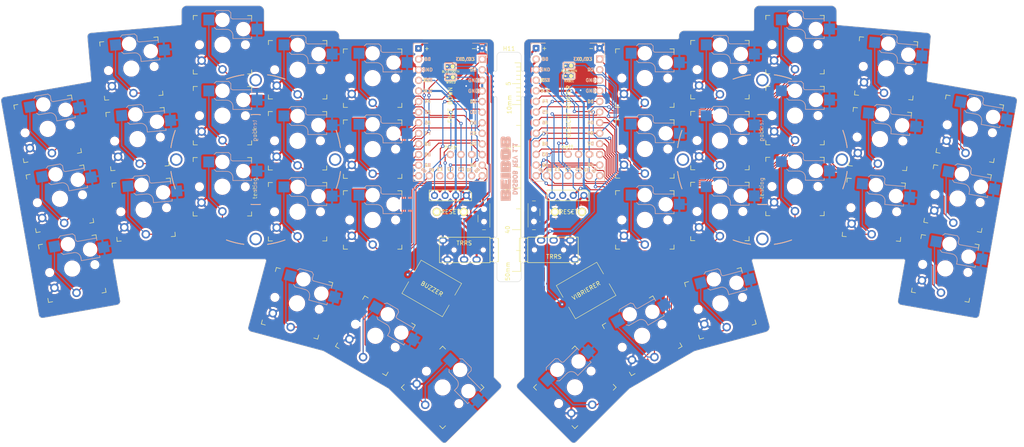
<source format=kicad_pcb>
(kicad_pcb (version 20221018) (generator pcbnew)
  (layers (0 "F.Cu" signal) (31 "B.Cu" signal) (34 "B.Paste" user) (35 "F.Paste" user) (36 "B.SilkS" user "B.Silkscreen") (37 "F.SilkS" user "F.Silkscreen") (38 "B.Mask" user) (39 "F.Mask" user) (44 "Edge.Cuts" user))
  (net 0 "")
  (net 1 "1")
  (net 2 "2")
  (net 3 "GND")
  (net 4 "RST")
  (net 5 "3")
  (net 6 "4")
  (net 7 "5")
  (net 8 "6")
  (net 9 "7")
  (net 10 "8")
  (net 11 "9")
  (net 12 "10")
  (net 13 "11")
  (net 14 "12")
  (net 15 "13")
  (net 16 "14")
  (net 17 "15")
  (net 18 "16")
  (net 19 "17")
  (net 20 "18")
  (net 21 "16a")
  (net 22 "DNG")
  (net 23 "5a")
  (net 24 "4a")
  (net 25 "3a")
  (net 26 "2a")
  (net 27 "1a")
  (net 28 "10a")
  (net 29 "9a")
  (net 30 "8a")
  (net 31 "7a")
  (net 32 "6a")
  (net 33 "15a")
  (net 34 "14a")
  (net 35 "13a")
  (net 36 "12a")
  (net 37 "11a")
  (net 38 "18a")
  (net 39 "17a")
  (net 40 "TSR")
  (net 41 "BAT")
  (net 42 "R1")
  (net 43 "VCC")
  (net 44 "P1")
  (net 46 "SOUND")
  (net 47 "P2")
  (net 48 "1R")
  (net 49 "CVV")
  (net 50 "1P")
  (net 51 "DNUOS")
  (net 52 "2P")
  (net 53 "PWR")
  (net 54 "TAB")
  (net 55 "RWP")
  (net 59 "C7")
  (net 60 "C7a")
  (footprint "Beibob:Kailh_socket_PG1350_optional" (layer "F.Cu") (at 65.435861 75.631509 5)
    (fp_text reference "SW12")
    (fp_text value "SW_Push")
  )
  (footprint "Beibob:Kailh_socket_PG1350_optional" (layer "F.Cu") (at 137.10254 118.228528 -45)
    (fp_text reference "SW18")
    (fp_text value "SW_Push")
  )
  (footprint "Beibob:Kailh_socket_PG1350_optional" (layer "F.Cu") (at 185.575 44.07)
    (fp_text reference "SW19")
    (fp_text value "SW_Push")
  )
  (footprint "Beibob:Kailh_socket_PG1350_optional" (layer "F.Cu") (at 120.325 78.08)
    (fp_text reference "SW15")
    (fp_text value "SW_Push")
  )
  (footprint "Beibob:SW_SPDT_PCM12" (layer "F.Cu") (at 159.315 76.97 -90)
    (fp_text reference "WWS1")
    (fp_text value "SW_SPDT")
  )
  (footprint "Beibob:Kailh_socket_PG1350_optional" (layer "F.Cu") (at 263.492039 56.218304 -10)
    (fp_text reference "SW23")
    (fp_text value "SW_Push")
  )
  (footprint "Beibob:Kailh_socket_PG1350_optional" (layer "F.Cu") (at 260.559535 72.94609 -10)
    (fp_text reference "SW28")
    (fp_text value "SW_Push")
  )
  (footprint "keebio:JUMPER_SMD_2DUB" (layer "F.Cu") (at 138.9812 41.2446)
    (fp_text reference "JP1")
    (fp_text value "BLUETOOTH")
  )
  (footprint "Beibob:Kailh_socket_PG1350_optional" (layer "F.Cu") (at 102.34 42.07)
    (fp_text reference "SW4")
    (fp_text value "SW_Push")
  )
  (footprint "Beibob:Kailh_socket_PG1350_optional" (layer "F.Cu") (at 120.980127 105.849103 -30)
    (fp_text reference "SW17")
    (fp_text value "SW_Push")
  )
  (footprint "Keebio-Parts.pretty-master:I2C_Breakout" (layer "F.Cu") (at 142.78 72.22 -90)
    (fp_text reference "U3" hide)
    (fp_text value "OLED1")
  )
  (footprint "Keebio-Parts.pretty-master:I2C_Breakout" (layer "F.Cu") (at 170.97 72.2 -90)
    (fp_text reference "U4" hide)
    (fp_text value "OLED2")
  )
  (footprint "Beibob:Kailh_socket_PG1350_optional" (layer "F.Cu") (at 102.203142 98.063577 -15)
    (fp_text reference "SW16")
    (fp_text value "SW_Push" hide)
  )
  (footprint "Keebio-Parts.pretty-master:SinglePad" (layer "F.Cu") (at 141.51 62.39)
    (fp_text reference "H6" hide)
    (fp_text value "MountingHole_Pad" hide)
  )
  (footprint "Beibob:Kailh_socket_PG1350_optional" (layer "F.Cu") (at 240.473961 75.632794 -5)
    (fp_text reference "SW32")
    (fp_text value "SW_Push")
  )
  (footprint "Keebio-Parts.pretty-master:TRRS-PJ-320A" (layer "F.Cu") (at 157.51 85.26 90)
    (fp_text reference "J2")
    (fp_text value "TRRS LEFT")
  )
  (footprint "Beibob:Kailh_socket_PG1350_optional" (layer "F.Cu") (at 185.585 61.06)
    (fp_text reference "SW24")
    (fp_text value "SW_Push")
  )
  (footprint "Beibob:Kailh_socket_PG1350_optional" (layer "F.Cu") (at 184.930127 105.849103 30)
    (fp_text reference "SW35")
    (fp_text value "SW_Push")
  )
  (footprint "Beibob:Tenting_Pucksmol" (layer "F.Cu") (at 92.29 63.6)
    (fp_text reference "puck2")
    (fp_text value "Hole")
  )
  (footprint "Beibob:Tenting_Pucksmol" (layer "F.Cu") (at 213.76 63.6)
    (fp_text reference "puck1")
    (fp_text value "Hole")
  )
  (footprint "Beibob:Kailh_socket_PG1350_optional" (layer "F.Cu") (at 84.325 36.08)
    (fp_text reference "SW3")
    (fp_text value "SW_Push")
  )
  (footprint "Keebio-Parts.pretty-master:breakaway-mousebites" (layer "F.Cu") (at 156.02115 85.29 -90)
    (fp_text reference "H2" hide)
    (fp_text value "Mousebites" hide)
  )
  (footprint "Beibob:SW_ResetSW" (layer "F.Cu") (at 138.93 76.15)
    (fp_text reference "RST1" hide)
    (fp_text value "SW_Push")
  )
  (footprint "Beibob:Kailh_socket_PG1350_optional" (layer "F.Cu") (at 243.433961 41.742794 -5)
    (fp_text reference "SW22")
    (fp_text value "SW_Push")
  )
  (footprint "Keebio-Parts.pretty-master:SinglePad" (layer "F.Cu") (at 138.97 62.39)
    (fp_text reference "H3" hide)
    (fp_text value "MountingHole_Pad" hide)
  )
  (footprint "Beibob:SW_SPDT_PCM12" (layer "F.Cu") (at 146.7 76.99 90)
    (fp_text reference "SWW1")
    (fp_text value "SW_SPDT")
  )
  (footprint "keebio:JUMPER_SMD_2DUB" (layer "F.Cu") (at 139.04 43.85)
    (fp_text reference "JP2")
    (fp_text value "WIRED")
  )
  (footprint "Beibob:Kailh_socket_PG1350_optional" (layer "F.Cu") (at 168.80807 118.19807 45)
    (fp_text reference "SW34")
    (fp_text value "SW_Push")
  )
  (footprint "Beibob:Kailh_socket_PG1350_optional" (layer "F.Cu") (at 203.585 42.05)
    (fp_text reference "SW20")
    (fp_text value "SW_Push")
  )
  (footprint "Beibob:Kailh_socket_PG1350_optional" (layer "F.Cu") (at 203.575 76.05)
    (fp_text reference "SW30")
    (fp_text value "SW_Push")
  )
  (footprint "Beibob:Kailh_socket_PG1350_optional" (layer "F.Cu") (at 45.353207 72.999606 10)
    (fp_text reference "SW6")
    (fp_text value "SW_Push")
  )
  (footprint "Buzzer_Beeper:Buzzer_Mallory_AST1109MLTRQ" (layer "F.Cu") (at 134.5 94.5 -30)
    (fp_text reference "BZ1")
    (fp_text value "Buzzer")
  )
  (footprint "Beibob:Kailh_socket_PG1350_optional" (layer "F.Cu") (at 120.325 61.1)
    (fp_text reference "SW10")
    (fp_text value "SW_Push")
  )
  (footprint "Buzzer_Beeper:Buzzer_Mallory_AST1109MLTRQ" (layer "F.Cu") (at 171.5 95 30)
    (fp_text reference "BZ2")
    (fp_text value "Buzzer")
  )
  (footprint "Beibob:Kailh_socket_PG1350_optional" (layer "F.Cu") (at 63.95 58.7 5)
    (fp_text reference "SW7")
    (fp_text value "SW_Push")
  )
  (footprint "Beibob:Kailh_socket_PG1350_optional" (layer "F.Cu") (at 241.953961 58.692794 -5)
    (fp_text reference "SW27")
    (fp_text value "SW_Push")
  )
  (footprint "keebio:JUMPER_SMD_2DUB" (layer "F.Cu") (at 167.39 41.07)
    (fp_text reference "JP3")
    (fp_text value "BLAUZAHN")
  )
  (footprint "Beibob:Kailh_socket_PG1350_optional" (layer "F.Cu") (at 203.585 59.05)
    (fp_text reference "SW25")
    (fp_text value "SW_Push")
  )
  (footprint "Beibob:Kailh_socket_PG1350_optional" (layer "F.Cu") (at 84.305 70.12)
    (fp_text reference "SW13")
    (fp_text value "SW_Push")
  )
  (footprint "Beibob:Kailh_socket_PG1350_optional" (layer "F.Cu") (at 185.575 78.07)
    (fp_text reference "SW29")
    (fp_text value "SW_Push")
  )
  (footprint "Beibob:SW_ResetSW" (layer "F.Cu") (at 167.27 76.16)
    (fp_text reference "TSR1" hide)
    (fp_text value "SW_Push")
  )
  (footprint "Keebio-Parts.pretty-master:SinglePad" (layer "F.Cu") (at 167.18 62.32)
    (fp_text reference "H4" hide)
    (fp_text value "MountingHole_Pad" hide)
  )
  (footprint "Beibob:Kailh_socket_PG1350_optional" (layer "F.Cu") (at 48.308452 89.740908 10)
    (fp_text reference "SW11")
    (fp_text value "SW_Push")
  )
  (footprint "Beibob:Kailh_socket_PG1350_optional" (layer "F.Cu") (at 42.413207 56.239606 10)
    (fp_text reference "SW1")
    (fp_text value "SW_Push")
  )
  (footprint "Beibob:Kailh_socket_PG1350_optional" (layer "F.Cu") (at 62.47 41.79 5)
    (fp_text reference "SW2")
    (fp_text value "SW_Push")
  )
  (footprint "Keebio-Parts.pretty-master:SinglePad" (layer "F.Cu") (at 144.05 62.39)
    (fp_text reference "H5" hide)
    (fp_text value "MountingHole_Pad" hide)
  )
  (footprint "Keebio-Parts.pretty-master:breakaway-mousebites" (layer "F.Cu") (at 149.52115 45.48 -90)
    (fp_text reference "H10" hide)
    (fp_text value "Mousebites" hide)
  )
  (footprint "Beibob:Kailh_socket_PG1350_optional" (layer "F.Cu") (at 102.315 59.1)
    (fp_text reference "SW9")
    (fp_text value "SW_Push")
  )
  (footprint "Beibob:BAT" (layer "F.Cu") (at 131.318 36.95)
    (fp_text reference "BAT1")
    (fp_text value "Conn_01x02_Male")
  )
  (footprint "Keebio-Parts.pretty-master:TRRS-PJ-320A" (layer "F.Cu") (at 148.45 85.28 -90)
    (fp_text reference "J1")
    (fp_text value "TRRS LEFT")
  )
  (footprint "Keebio-Parts.pretty-master:breakaway-mousebites" (layer "F.Cu") (at 156.03 45.47 -90)
    (fp_text reference "H9" hide)
    (fp_text value "Mousebites" hide)
  )
  (footprint "keebio:JUMPER_SMD_2DUB" (layer "F.Cu") (at 167.3812 43.54)
    (fp_text reference "JP4")
    (fp_text value "KABEL")
  )
  (footprint "Beibob:Kailh_socket_PG1350_optional" (layer "F.Cu") (at 203.682968 98.071038 15)
    (fp_text reference "SW36")
    (fp_text value "SW_Push")
  )
  (footprint "Keebio-Parts.pretty-master:breakaway-mousebites" (layer "F.Cu") (at 149.52 85.28 -90)
    (fp_text reference "H1" hide)
    (fp_text value "Mousebites" hide)
  )
  (footprint "Keebio-Parts.pretty-master:SinglePad" (layer "F.Cu") (at 172.24 62.33)
    (fp_text reference "H7" hide)
    (fp_text value "MountingHole_Pad" hide)
  )
  (footprint "Beibob:Kailh_socket_PG1350_optional" (layer "F.Cu") (at 120.32 44.09)
    (fp_text reference "SW5")
    (fp_text value "SW_Push")
  )
  (footprint "Calibration_Scale:Gauge_50mm_Type1_SilkScreenTop" (layer "F.Cu") (at 155.79199 40.41 -90)
    (fp_text reference "H12")
    (fp_text value "Ruler")
  )
  (footprint "Beibob:BAT" (layer "F.Cu") (at 159.512 36.91)
    (fp_text reference "TAB1")
    (fp_text value "Conn_01x02_Male")
  )
  (footprint "Beibob:Kailh_socket_PG1350_optional" (layer "F.Cu") (at 257.599535 89.69609 -10)
    (fp_text reference "SW33")
    (fp_text value "SW_Push")
  )
  (footprint "Beibob:Kailh_socket_PG1350_optional" (layer "F.Cu") (at 102.32 76.11)
    (fp_text reference "SW14")
    (fp_text value "SW_Push")
  )
  (footprint "Beibob:Kailh_socket_PG1350_optional" (layer "F.Cu") (at 221.575 70.06)
    (fp_text reference "SW31")
    (fp_text value "SW_Push")
  )
  (footprint "MountingHole:MountingHole_2.7mm_M2.5_DIN965" (layer "F.Cu") (at 153.02 40.36)
    (fp_text reference "H11")
    (fp_text value "M3 MountingHole")
  )
  (footprint "Beibob:Kailh_socket_PG1350_optional" (layer "F.Cu") (at 84.325 53.08)
    (fp_text reference "SW8")
    (fp_text value "SW_Push")
  )
  (footprint "Beibob:Kailh_socket_PG1350_optional" (layer "F.Cu") (at 221.585 53.06)
    (fp_text reference "SW26")
    (fp_text value "SW_Push")
  )
  (footprint "Keebio-Parts.pretty-master:SinglePad" (layer "F.Cu") (at 169.7 62.33)
    (fp_text reference "H8" hide)
    (fp_text value "MountingHole_Pad" hide)
  )
  (footprint "Beibob:Kailh_socket_PG1350_optional" (layer "F.Cu") (at 221.575 36.05)
    (fp_text reference "SW21")
    (fp_text value "SW_Push")
  )
  (footprint "Beibob:Elite-C" (layer "B.Cu") (at 138.97 53.51 -90)
    (fp_text reference "U1" hide)
    (fp_text value "Elite-C RIGHT" hide)
  )
  (footprint "Beibob:Elite-C" (layer "B.Cu") (at 167.14 53.48675 -90)
    (fp_text reference "U2" hide)
    (fp_text value "Elite-C LEFT" hide)
  )
  (gr_poly (pts (xy 144.342871 108.876099) (xy 144.353629 108.750938) (xy 144.372403 108.632638) (xy 144.385285 108.576182) (xy 144.400758 108.521585) (xy 144.419018 108.468897) (xy 144.44026 108.418165) (xy 144.464679 108.369437) (xy 144.492473 108.322763) (xy 144.523835 108.27819) (xy 144.558963 108.235765) (xy 144.59805 108.195539) (xy 144.641294 108.157558) (xy 144.68889 108.121872) (xy 144.741033 108.088527) (xy 144.797919 108.057573) (xy 144.859744 108.029057) (xy 144.926703 108.003029) (xy 144.998992 107.979535) (xy 145.076806 107.958625) (xy 145.160342 107.940347) (xy 145.249794 107.924748) (xy 145.34536 107.911877) (xy 145.447233 107.901783) (xy 145.55561 107.894513) (xy 145.670687 107.890115) (xy 145.792658 107.888639) (xy 146.045284 107.895137) (xy 146.163144 107.903298) (xy 146.275502 107.914765) (xy 146.382458 107.929564) (xy 146.484111 107.94772) (xy 146.580561 107.969256) (xy 146.671909 107.994199) (xy 146.758253 108.022572) (xy 146.839695 108.0544) (xy 146.916333 108.089709) (xy 146.988267 108.128522) (xy 147.055597 108.170865) (xy 147.118423 108.216762) (xy 147.176845 108.266238) (xy 147.230963 108.319317) (xy 147.280876 108.376025) (xy 147.326684 108.436387) (xy 147.368487 108.500425) (xy 147.406385 108.568167) (xy 147.440478 108.639636) (xy 147.470865 108.714856) (xy 147.497646 108.793854) (xy 147.520921 108.876653) (xy 147.54079 108.963278) (xy 147.557353 109.053754) (xy 147.580958 109.246357) (xy 147.592535 109.454661) (xy 147.592883 109.678862) (xy 147.542877 111.74412) (xy 145.424279 111.765329) (xy 145.424279 109.977233) (xy 146.579423 109.958897) (xy 146.577463 109.938935) (xy 146.574975 109.919974) (xy 146.57189 109.90199) (xy 146.568139 109.884959) (xy 146.563653 109.868858) (xy 146.558363 109.853661) (xy 146.552201 109.839345) (xy 146.545096 109.825886) (xy 146.536981 109.81326) (xy 146.527785 109.801442) (xy 146.517441 109.790408) (xy 146.505879 109.780135) (xy 146.49303 109.770598) (xy 146.478826 109.761773) (xy 146.463196 109.753636) (xy 146.446073 109.746163) (xy 146.427388 109.739329) (xy 146.40707 109.733111) (xy 146.385052 109.727485) (xy 146.361265 109.722426) (xy 146.335638 109.71791) (xy 146.308104 109.713914) (xy 146.278594 109.710412) (xy 146.247038 109.707382) (xy 146.213368 109.704798) (xy 146.177514 109.702637) (xy 146.098979 109.699487) (xy 146.010883 109.697738) (xy 145.912673 109.697198) (xy 145.844284 109.697651) (xy 145.782094 109.699181) (xy 145.725857 109.702044) (xy 145.675326 109.706496) (xy 145.630255 109.712795) (xy 145.590397 109.721195) (xy 145.555505 109.731955) (xy 145.539845 109.738299) (xy 145.525333 109.745329) (xy 145.51194 109.753077) (xy 145.499635 109.761575) (xy 145.488386 109.770855) (xy 145.478163 109.780949) (xy 145.468934 109.791889) (xy 145.460671 109.803707) (xy 145.45334 109.816435) (xy 145.446912 109.830105) (xy 145.441356 109.84475) (xy 145.43664 109.860401) (xy 145.432735 109.87709) (xy 145.429608 109.89485) (xy 145.42557 109.933708) (xy 145.424279 109.977233) (xy 145.424279 111.765329) (xy 144.379148 111.775791) (xy 144.339143 109.145462) (xy 144.338564 109.007736)) (stroke (width 0.063)) (fill solid) (layer "F.Cu"))
  (gr_poly (pts (xy 144.349809 98.130581) (xy 144.360417 97.983958) (xy 144.377169 97.849859) (xy 144.400367 97.728017) (xy 144.430313 97.618166) (xy 144.447912 97.567654) (xy 144.467312 97.520041) (xy 144.48855 97.475292) (xy 144.511665 97.433374) (xy 144.536694 97.394255) (xy 144.563675 97.357901) (xy 144.592646 97.324278) (xy 144.623645 97.293354) (xy 144.65671 97.265094) (xy 144.691878 97.239467) (xy 144.729187 97.216438) (xy 144.768676 97.195975) (xy 144.810382 97.178044) (xy 144.854343 97.162611) (xy 144.900596 97.149644) (xy 144.94918 97.139109) (xy 145.053492 97.125203) (xy 145.16758 97.120627) (xy 145.259976 97.121977) (xy 145.345509 97.126038) (xy 145.424542 97.132823) (xy 145.497439 97.142349) (xy 145.564564 97.154628) (xy 145.62628 97.169676) (xy 145.682952 97.187508) (xy 145.734943 97.208138) (xy 145.782617 97.231581) (xy 145.826338 97.257852) (xy 145.866469 97.286964) (xy 145.903375 97.318933) (xy 145.93742 97.353774) (xy 145.968966 97.391501) (xy 145.998378 97.432128) (xy 146.026021 97.475671) (xy 146.055204 97.426797) (xy 146.084856 97.381978) (xy 146.099968 97.36105) (xy 146.115329 97.34109) (xy 146.130982 97.322082) (xy 146.146973 97.304009) (xy 146.163345 97.286857) (xy 146.180141 97.27061) (xy 146.197407 97.255252) (xy 146.215185 97.240769) (xy 146.23352 97.227143) (xy 146.252455 97.21436) (xy 146.272035 97.202404) (xy 146.292304 97.19126) (xy 146.313305 97.180912) (xy 146.335083 97.171344) (xy 146.357681 97.162542) (xy 146.381143 97.154488) (xy 146.405514 97.147168) (xy 146.430837 97.140566) (xy 146.457156 97.134667) (xy 146.484515 97.129455) (xy 146.512959 97.124915) (xy 146.542531 97.12103) (xy 146.573274 97.117786) (xy 146.605234 97.115166) (xy 146.672977 97.111739) (xy 146.746111 97.110625) (xy 146.811961 97.112009) (xy 146.874544 97.116134) (xy 146.933933 97.122957) (xy 146.9902 97.132434) (xy 147.043419 97.144522) (xy 147.093663 97.159179) (xy 147.141003 97.176361) (xy 147.185514 97.196026) (xy 147.227269 97.21813) (xy 147.26634 97.24263) (xy 147.302799 97.269483) (xy 147.336722 97.298646) (xy 147.368179 97.330077) (xy 147.397244 97.363731) (xy 147.42399 97.399567) (xy 147.44849 97.437541) (xy 147.470817 97.477609) (xy 147.491044 97.51973) (xy 147.509243 97.563859) (xy 147.525489 97.609955) (xy 147.539853 97.657973) (xy 147.552408 97.707871) (xy 147.563228 97.759606) (xy 147.572386 97.813135) (xy 147.586005 97.925401) (xy 147.59385 98.044326) (xy 147.596504 98.169565) (xy 147.59455 98.300774) (xy 147.592883 98.300775) (xy 147.526208 100.621064) (xy 146.861125 100.6108) (xy 146.861125 99.010864) (xy 146.867266 98.966834) (xy 146.870638 98.926547) (xy 146.871263 98.907768) (xy 146.871168 98.889878) (xy 146.870344 98.872862) (xy 146.868782 98.856704) (xy 146.866473 98.841388) (xy 146.863408 98.826899) (xy 146.859577 98.813222) (xy 146.854972 98.80034) (xy 146.849583 98.788238) (xy 146.843401 98.776901) (xy 146.836416 98.766312) (xy 146.828621 98.756458) (xy 146.820005 98.747321) (xy 146.81056 98.738886) (xy 146.800275 98.731138) (xy 146.789143 98.724061) (xy 146.777154 98.71764) (xy 146.764299 98.711859) (xy 146.750568 98.706702) (xy 146.735953 98.702154) (xy 146.720444 98.6982) (xy 146.704033 98.694823) (xy 146.686709 98.692008) (xy 146.668464 98.689741) (xy 146.629175 98.686782) (xy 146.586091 98.685824) (xy 146.554099 98.686236) (xy 146.524947 98.687634) (xy 146.498544 98.690263) (xy 146.486346 98.692115) (xy 146.474801 98.694367) (xy 146.463898 98.697048) (xy 146.453626 98.700189) (xy 146.443973 98.703822) (xy 146.434929 98.707975) (xy 146.426482 98.712681) (xy 146.418621 98.717968) (xy 146.411334 98.723869) (xy 146.40461 98.730413) (xy 146.398438 98.737631) (xy 146.392806 98.745553) (xy 146.387704 98.75421) (xy 146.383119 98.763633) (xy 146.379042 98.773852) (xy 146.375459 98.784897) (xy 146.372361 98.796799) (xy 146.369736 98.809589) (xy 146.367572 98.823297) (xy 146.365858 98.837954) (xy 146.364583 98.85359) (xy 146.363735 98.870235) (xy 146.363278 98.906677) (xy 146.364396 98.947523) (xy 146.362729 98.949189) (xy 146.861125 99.010864) (xy 146.861125 100.6108) (xy 145.132576 100.584122) (xy 145.132576 98.98086) (xy 145.692646 98.95419) (xy 145.687155 98.92415) (xy 145.680603 98.895924) (xy 145.672864 98.86953) (xy 145.663814 98.844984) (xy 145.658758 98.833409) (xy 145.653328 98.822303) (xy 145.647508 98.811668) (xy 145.641282 98.801505) (xy 145.634635 98.791817) (xy 145.627551 98.782606) (xy 145.620015 98.773875) (xy 145.612011 98.765625) (xy 145.603523 98.757858) (xy 145.594536 98.750577) (xy 145.585035 98.743784) (xy 145.575004 98.73748) (xy 145.564427 98.731669) (xy 145.553289 98.726351) (xy 145.541573 98.72153) (xy 145.529266 98.717207) (xy 145.51635 98.713385) (xy 145.502811 98.710066) (xy 145.488633 98.707251) (xy 145.4738 98.704944) (xy 145.458297 98.703145) (xy 145.442108 98.701858) (xy 145.425217 98.701084) (xy 145.40761 98.700825) (xy 145.354619 98.701864) (xy 145.307392 98.704996) (xy 145.285875 98.707353) (xy 145.265719 98.710242) (xy 145.246897 98.713664) (xy 145.229385 98.717624) (xy 145.213154 98.722123) (xy 145.198178 98.727165) (xy 145.184432 98.732752) (xy 145.171887 98.738887) (xy 145.160518 98.745572) (xy 145.150299 98.75281) (xy 145.141202 98.760605) (xy 145.133201 98.768959) (xy 145.126269 98.777874) (xy 145.120381 98.787353) (xy 145.115508 98.7974) (xy 145.111626 98.808016) (xy 145.108707 98.819205) (xy 145.106724 98.830969) (xy 145.105652 98.843312) (xy 145.105463 98.856235) (xy 145.106131 98.869742) (xy 145.10763 98.883835) (xy 145.113013 98.913791) (xy 145.121399 98.946126) (xy 145.132576 98.98086) (xy 145.132576 100.584122) (xy 144.39415 100.572725) (xy 144.345811 98.462462) (xy 144.345041 98.289993)) (stroke (width 0.063)) (fill solid) (layer "F.Cu"))
  (gr_poly (pts (xy 144.347234 102.080853) (xy 144.356359 101.832127) (xy 144.371306 101.606334) (xy 144.391858 101.399703) (xy 144.417802 101.208465) (xy 144.448923 101.02885) (xy 144.485005 100.857087) (xy 144.525833 100.689407) (xy 145.609302 100.894433) (xy 145.610969 100.894431) (xy 145.567917 101.06193) (xy 145.529084 101.236167) (xy 145.494939 101.414194) (xy 145.465951 101.593061) (xy 145.442588 101.769818) (xy 145.425321 101.941516) (xy 145.414616 102.105205) (xy 145.410944 102.257936) (xy 145.411621 102.336275) (xy 145.412526 102.369354) (xy 145.413861 102.398656) (xy 145.415665 102.424393) (xy 145.417976 102.446777) (xy 145.420834 102.466022) (xy 145.424279 102.482338) (xy 145.428348 102.49594) (xy 145.433082 102.507039) (xy 145.438519 102.515847) (xy 145.444698 102.522578) (xy 145.451659 102.527443) (xy 145.459439 102.530655) (xy 145.46808 102.532427) (xy 145.477619 102.53297) (xy 145.482505 102.532881) (xy 145.487174 102.53257) (xy 145.491643 102.53197) (xy 145.495928 102.531017) (xy 145.500048 102.529643) (xy 145.504019 102.527784) (xy 145.505953 102.526651) (xy 145.507857 102.525373) (xy 145.509733 102.52394) (xy 145.511581 102.522344) (xy 145.513406 102.520577) (xy 145.515208 102.518631) (xy 145.51699 102.516498) (xy 145.518754 102.514169) (xy 145.522236 102.508891) (xy 145.525672 102.502732) (xy 145.529078 102.495625) (xy 145.532473 102.487505) (xy 145.535872 102.478306) (xy 145.539293 102.467962) (xy 145.542754 102.456407) (xy 145.54627 102.443574) (xy 145.54986 102.429399) (xy 145.55354 102.413815) (xy 145.557327 102.396756) (xy 145.561239 102.378156) (xy 145.565293 102.35795) (xy 145.569505 102.336071) (xy 145.573894 102.312453) (xy 145.578475 102.287031) (xy 145.588284 102.230511) (xy 145.59907 102.165981) (xy 145.610969 102.092915) (xy 145.647778 101.881865) (xy 145.683774 101.694129) (xy 145.719824 101.528367) (xy 145.756794 101.383243) (xy 145.795552 101.257419) (xy 145.836964 101.149556) (xy 145.881897 101.058315) (xy 145.905954 101.018511) (xy 145.931217 100.98236) (xy 145.957794 100.949696) (xy 145.985792 100.920352) (xy 146.015321 100.89416) (xy 146.046489 100.870953) (xy 146.079403 100.850564) (xy 146.114173 100.832825) (xy 146.150907 100.817569) (xy 146.189713 100.80463) (xy 146.273974 100.785029) (xy 146.367824 100.772686) (xy 146.47213 100.766261) (xy 146.587758 100.764416) (xy 146.660605 100.765363) (xy 146.730111 100.768297) (xy 146.796344 100.773362) (xy 146.85937 100.780698) (xy 146.919258 100.790447) (xy 146.976074 100.802752) (xy 147.029886 100.817755) (xy 147.080762 100.835597) (xy 147.128769 100.85642) (xy 147.173974 100.880367) (xy 147.216445 100.907579) (xy 147.256249 100.938197) (xy 147.293455 100.972365) (xy 147.328128 101.010224) (xy 147.360337 101.051916) (xy 147.39015 101.097583) (xy 147.417633 101.147366) (xy 147.442854 101.201408) (xy 147.46588 101.25985) (xy 147.48678 101.322835) (xy 147.505619 101.390505) (xy 147.522467 101.463) (xy 147.53739 101.540464) (xy 147.550456 101.623039) (xy 147.561732 101.710865) (xy 147.571286 101.804085) (xy 147.585496 102.007276) (xy 147.593627 102.233746) (xy 147.596217 102.484631) (xy 147.592502 102.701605) (xy 147.581502 102.928697) (xy 147.56343 103.160243) (xy 147.538502 103.390577) (xy 147.506932 103.614036) (xy 147.468936 103.824954) (xy 147.447595 103.92394) (xy 147.424728 104.017667) (xy 147.400361 104.105426) (xy 147.374523 104.18651) (xy 146.384399 104.101499) (xy 146.441297 103.923945) (xy 146.494855 103.73088) (xy 146.543764 103.527268) (xy 146.586716 103.318069) (xy 146.622401 103.108244) (xy 146.64951 102.902756) (xy 146.65944 102.803189) (xy 146.666736 102.706566) (xy 146.671233 102.613509) (xy 146.672768 102.524636) (xy 146.672513 102.507025) (xy 146.671739 102.491028) (xy 146.670439 102.47658) (xy 146.668601 102.463613) (xy 146.666216 102.452062) (xy 146.663275 102.441862) (xy 146.659767 102.432946) (xy 146.657797 102.428949) (xy 146.655683 102.425249) (xy 146.653421 102.421836) (xy 146.651013 102.418704) (xy 146.648455 102.415843) (xy 146.645747 102.413245) (xy 146.642887 102.410903) (xy 146.639875 102.408807) (xy 146.636709 102.406951) (xy 146.633388 102.405324) (xy 146.629911 102.40392) (xy 146.626276 102.40273) (xy 146.61853 102.400958) (xy 146.610138 102.399944) (xy 146.601092 102.39962) (xy 146.59545 102.399756) (xy 146.590079 102.400179) (xy 146.584966 102.400911) (xy 146.5801 102.401977) (xy 146.575469 102.4034) (xy 146.571059 102.405202) (xy 146.56686 102.407407) (xy 146.562859 102.410038) (xy 146.559043 102.413119) (xy 146.5554 102.416672) (xy 146.551918 102.42072) (xy 146.548586 102.425288) (xy 146.54539 102.430397) (xy 146.542319 102.436072) (xy 146.53936 102.442335) (xy 146.536501 102.44921) (xy 146.53373 102.45672) (xy 146.531035 102.464887) (xy 146.528403 102.473736) (xy 146.525823 102.48329) (xy 146.523281 102.493571) (xy 146.520767 102.504603) (xy 146.518267 102.516408) (xy 146.515769 102.529012) (xy 146.510733 102.556702) (xy 146.50556 102.58786) (xy 146.500152 102.622671) (xy 146.494412 102.66132) (xy 146.457989 102.889493) (xy 146.421252 103.093568) (xy 146.383305 103.274836) (xy 146.343248 103.434593) (xy 146.300182 103.574133) (xy 146.25321 103.694749) (xy 146.227979 103.748366) (xy 146.201433 103.797737) (xy 146.173462 103.843024) (xy 146.143952 103.884389) (xy 146.112792 103.921994) (xy 146.079868 103.956) (xy 146.04507 103.98657) (xy 146.008284 104.013865) (xy 145.969398 104.038046) (xy 145.9283 104.059276) (xy 145.884878 104.077717) (xy 145.839018 104.093529) (xy 145.73954 104.117918) (xy 145.628966 104.133736) (xy 145.506398 104.142278) (xy 145.370939 104.144838) (xy 145.291732 104.144026) (xy 145.216567 104.140885) (xy 145.145343 104.135292) (xy 145.077959 104.127124) (xy 145.014317 104.116259) (xy 144.954315 104.102575) (xy 144.897853 104.08595) (xy 144.844831 104.06626) (xy 144.79515 104.043384) (xy 144.748709 104.017199) (xy 144.705409 103.987583) (xy 144.665148 103.954414) (xy 144.627826 103.917568) (xy 144.593345 103.876924) (xy 144.561603 103.832359) (xy 144.532501 103.783751) (xy 144.505938 103.730978) (xy 144.481814 103.673916) (xy 144.46003 103.612444) (xy 144.440484 103.54644) (xy 144.423078 103.47578) (xy 144.40771 103.400343) (xy 144.394281 103.320006) (xy 144.38269 103.234646) (xy 144.372839 103.144142) (xy 144.364625 103.048371) (xy 144.352713 102.840538) (xy 144.346153 102.610167) (xy 144.344144 102.356281)) (stroke (width 0.063)) (fill solid) (layer "F.Cu"))
  (gr_poly (pts (xy 144.402485 105.04495) (xy 147.561213 104.148172) (xy 147.694429 105.78673) (xy 147.232838 105.858385) (xy 147.277844 106.373449) (xy 147.576215 106.42679) (xy 147.50954 107.976983) (xy 146.614428 107.792046) (xy 146.614428 106.248434) (xy 146.579423 105.960065) (xy 145.735985 106.088414) (xy 145.734318 106.088414) (xy 146.614428 106.248434) (xy 146.614428 107.792046) (xy 144.330809 107.320235)) (stroke (width 0.063)) (fill solid) (layer "F.Cu"))
  (gr_poly (pts (xy 161.55497 96.242184) (xy 158.396242 97.138962) (xy 158.263026 95.500404) (xy 158.724617 95.428749) (xy 158.679611 94.913685) (xy 158.38124 94.860344) (xy 158.447915 93.310151) (xy 159.343027 93.495088) (xy 159.343027 95.0387) (xy 159.378032 95.327069) (xy 160.22147 95.19872) (xy 160.223137 95.19872) (xy 159.343027 95.0387) (xy 159.343027 93.495088) (xy 161.626646 93.966899)) (stroke (width 0.063)) (fill solid) (layer "F.Cu"))
  (gr_poly (pts (xy 161.622462 106.662329) (xy 161.609193 106.871106) (xy 161.585761 107.061976) (xy 161.569897 107.150858) (xy 161.55109 107.235458) (xy 161.529203 107.315841) (xy 161.504103 107.392073) (xy 161.475654 107.464218) (xy 161.443723 107.532341) (xy 161.408174 107.596507) (xy 161.368873 107.656781) (xy 161.325686 107.713229) (xy 161.278478 107.765915) (xy 161.227113 107.814904) (xy 161.171459 107.860262) (xy 161.111379 107.902052) (xy 161.04674 107.940341) (xy 160.977406 107.975193) (xy 160.903244 108.006674) (xy 160.824118 108.034848) (xy 160.739895 108.05978) (xy 160.650438 108.081535) (xy 160.555615 108.100179) (xy 160.45529 108.115777) (xy 160.349328 108.128392) (xy 160.119958 108.144938) (xy 159.866426 108.150338) (xy 159.633901 108.145795) (xy 159.526781 108.139818) (xy 159.425544 108.131104) (xy 159.330033 108.119456) (xy 159.24009 108.104673) (xy 159.155557 108.086558) (xy 159.076275 108.064911) (xy 159.002087 108.039533) (xy 158.932834 108.010225) (xy 158.868358 107.976788) (xy 158.808501 107.939023) (xy 158.753105 107.896731) (xy 158.702012 107.849713) (xy 158.655064 107.79777) (xy 158.612103 107.740704) (xy 158.57297 107.678314) (xy 158.537508 107.610403) (xy 158.505558 107.53677) (xy 158.476962 107.457218) (xy 158.451563 107.371546) (xy 158.429202 107.279557) (xy 158.40972 107.181051) (xy 158.392961 107.075829) (xy 158.378765 106.963692) (xy 158.366975 106.844441) (xy 158.34998 106.583801) (xy 158.340711 106.292318) (xy 158.337902 105.968399) (xy 158.341949 105.700116) (xy 158.354649 105.460537) (xy 158.376842 105.24809) (xy 158.391762 105.15155) (xy 158.409369 105.061203) (xy 158.42977 104.976853) (xy 158.453069 104.898303) (xy 158.479372 104.825357) (xy 158.508783 104.757819) (xy 158.541407 104.69549) (xy 158.577349 104.638176) (xy 158.616715 104.58568) (xy 158.659609 104.537804) (xy 158.706136 104.494353) (xy 158.756401 104.455129) (xy 158.81051 104.419937) (xy 158.868567 104.388579) (xy 158.930677 104.36086) (xy 158.996946 104.336582) (xy 159.067478 104.31555) (xy 159.142377 104.297565) (xy 159.305702 104.269956) (xy 159.487759 104.252182) (xy 159.689389 104.242671) (xy 159.911432 104.23985) (xy 159.946436 104.240393) (xy 159.946436 106.066746) (xy 159.780813 106.068091) (xy 159.645956 106.072502) (xy 159.589228 106.076035) (xy 159.539188 106.080547) (xy 159.495501 106.086108) (xy 159.457833 106.092791) (xy 159.42585 106.100665) (xy 159.399216 106.109801) (xy 159.377598 106.120271) (xy 159.36066 106.132145) (xy 159.348068 106.145493) (xy 159.339489 106.160387) (xy 159.334586 106.176897) (xy 159.333026 106.195095) (xy 159.333227 106.204461) (xy 159.333909 106.213498) (xy 159.335192 106.222207) (xy 159.337197 106.23059) (xy 159.340042 106.23865) (xy 159.343849 106.246388) (xy 159.348737 106.253807) (xy 159.354826 106.260909) (xy 159.362236 106.267697) (xy 159.371086 106.274171) (xy 159.381498 106.280334) (xy 159.39359 106.286189) (xy 159.407484 106.291738) (xy 159.423297 106.296982) (xy 159.441152 106.301924) (xy 159.461167 106.306566) (xy 159.483463 106.31091) (xy 159.508159 106.314959) (xy 159.535376 106.318713) (xy 159.565233 106.322177) (xy 159.59785 106.325351) (xy 159.633348 106.328237) (xy 159.671846 106.330839) (xy 159.713464 106.333158) (xy 159.758323 106.335196) (xy 159.806541 106.336955) (xy 159.85824 106.338438) (xy 159.913538 106.339646) (xy 159.972557 106.340582) (xy 160.035415 106.341248) (xy 160.173131 106.341779) (xy 160.29802 106.340639) (xy 160.350996 106.339076) (xy 160.398081 106.336726) (xy 160.439589 106.333497) (xy 160.475835 106.329297) (xy 160.507134 106.324032) (xy 160.533801 106.317609) (xy 160.556151 106.309937) (xy 160.5745 106.300921) (xy 160.589161 106.29047) (xy 160.60045 106.27849) (xy 160.608682 106.264889) (xy 160.614172 106.249574) (xy 160.617236 106.232452) (xy 160.618187 106.21343) (xy 160.617939 106.20201) (xy 160.617144 106.191181) (xy 160.615721 106.180927) (xy 160.613593 106.171234) (xy 160.61068 106.162087) (xy 160.606902 106.153471) (xy 160.602182 106.14537) (xy 160.596439 106.13777) (xy 160.589595 106.130656) (xy 160.581571 106.124013) (xy 160.572288 106.117826) (xy 160.561666 106.11208) (xy 160.549627 106.10676) (xy 160.536091 106.101851) (xy 160.52098 106.097339) (xy 160.504214 106.093207) (xy 160.485715 106.089442) (xy 160.465403 106.086028) (xy 160.443199 106.082951) (xy 160.419025 106.080195) (xy 160.3928 106.077745) (xy 160.364447 106.075587) (xy 160.333886 106.073705) (xy 160.301038 106.072085) (xy 160.265824 106.070712) (xy 160.228164 106.06957) (xy 160.145195 106.067921) (xy 160.051496 106.06702) (xy 159.946436 106.066746) (xy 159.946436 104.240393) (xy 160.178192 104.243993) (xy 160.416329 104.257606) (xy 160.525155 104.268517) (xy 160.627416 104.28246) (xy 160.723308 104.299657) (xy 160.813029 104.320328) (xy 160.896774 104.344697) (xy 160.974742 104.372984) (xy 161.047129 104.405411) (xy 161.114131 104.442199) (xy 161.175946 104.483571) (xy 161.23277 104.529747) (xy 161.2848 104.580949) (xy 161.332234 104.637399) (xy 161.375268 104.699319) (xy 161.414099 104.76693) (xy 161.448923 104.840453) (xy 161.479938 104.92011) (xy 161.507341 105.006124) (xy 161.531328 105.098714) (xy 161.552096 105.198104) (xy 161.569842 105.304514) (xy 161.584763 105.418166) (xy 161.597056 105.539282) (xy 161.614545 105.804791) (xy 161.623883 106.102814) (xy 161.626646 106.435124)) (stroke (width 0.063)) (fill solid) (layer "F.Cu"))
  (gr_poly (pts (xy 161.614584 92.411035) (xy 161.603826 92.536196) (xy 161.585052 92.654496) (xy 161.57217 92.710952) (xy 161.556697 92.765549) (xy 161.538437 92.818237) (xy 161.517195 92.868969) (xy 161.492776 92.917697) (xy 161.464982 92.964371) (xy 161.43362 93.008944) (xy 161.398492 93.051369) (xy 161.359405 93.091595) (xy 161.316161 93.129576) (xy 161.268565 93.165262) (xy 161.216422 93.198607) (xy 161.159536 93.229561) (xy 161.097711 93.258077) (xy 161.030752 93.284105) (xy 160.958463 93.307599) (xy 160.880649 93.328509) (xy 160.797113 93.346787) (xy 160.707661 93.362386) (xy 160.612095 93.375257) (xy 160.510222 93.385351) (xy 160.401845 93.392621) (xy 160.286768 93.397019) (xy 160.164797 93.398495) (xy 159.912171 93.391997) (xy 159.794311 93.383836) (xy 159.681953 93.372369) (xy 159.574997 93.35757) (xy 159.473344 93.339414) (xy 159.376894 93.317878) (xy 159.285546 93.292935) (xy 159.199202 93.264562) (xy 159.11776 93.232734) (xy 159.041122 93.197425) (xy 158.969188 93.158612) (xy 158.901858 93.116269) (xy 158.839032 93.070372) (xy 158.78061 93.020896) (xy 158.726492 92.967817) (xy 158.676579 92.911109) (xy 158.630771 92.850747) (xy 158.588968 92.786709) (xy 158.55107 92.718967) (xy 158.516977 92.647498) (xy 158.48659 92.572278) (xy 158.459809 92.49328) (xy 158.436534 92.410481) (xy 158.416665 92.323856) (xy 158.400102 92.23338) (xy 158.376497 92.040777) (xy 158.36492 91.832473) (xy 158.364572 91.608272) (xy 158.414578 89.543014) (xy 160.533176 89.521805) (xy 160.533176 91.309901) (xy 159.378032 91.328237) (xy 159.379992 91.348199) (xy 159.38248 91.36716) (xy 159.385565 91.385144) (xy 159.389316 91.402175) (xy 159.393802 91.418276) (xy 159.399092 91.433473) (xy 159.405254 91.447789) (xy 159.412359 91.461248) (xy 159.420474 91.473874) (xy 159.42967 91.485692) (xy 159.440014 91.496726) (xy 159.451576 91.506999) (xy 159.464425 91.516536) (xy 159.478629 91.525361) (xy 159.494259 91.533498) (xy 159.511382 91.540971) (xy 159.530067 91.547805) (xy 159.550385 91.554023) (xy 159.572403 91.559649) (xy 159.59619 91.564708) (xy 159.621817 91.569224) (xy 159.649351 91.57322) (xy 159.678861 91.576722) (xy 159.710417 91.579752) (xy 159.744087 91.582336) (xy 159.779941 91.584497) (xy 159.858476 91.587647) (xy 159.946572 91.589396) (xy 160.044782 91.589936) (xy 160.113171 91.589483) (xy 160.175361 91.587953) (xy 160.231598 91.58509) (xy 160.282129 91.580638) (xy 160.3272 91.574339) (xy 160.367058 91.565939) (xy 160.40195 91.555179) (xy 160.41761 91.548835) (xy 160.432122 91.541805) (xy 160.445515 91.534057) (xy 160.45782 91.525559) (xy 160.469069 91.516279) (xy 160.479292 91.506185) (xy 160.488521 91.495245) (xy 160.496784 91.483427) (xy 160.504115 91.470699) (xy 160.510543 91.457029) (xy 160.516099 91.442384) (xy 160.520815 91.426733) (xy 160.52472 91.410044) (xy 160.527847 91.392284) (xy 160.531885 91.353426) (xy 160.533176 91.309901) (xy 160.533176 89.521805) (xy 161.578307 89.511343) (xy 161.618312 92.141672) (xy 161.618891 92.279398)) (stroke (width 0.063)) (fill solid) (layer "F.Cu"))
  (gr_poly (pts (xy 161.607646 103.156553) (xy 161.597038 103.303176) (xy 161.580286 103.437275) (xy 161.557088 103.559117) (xy 161.527142 103.668968) (xy 161.509543 103.71948) (xy 161.490143 103.767093) (xy 161.468905 103.811842) (xy 161.44579 103.85376) (xy 161.420761 103.892879) (xy 161.39378 103.929233) (xy 161.364809 103.962856) (xy 161.33381 103.99378) (xy 161.300745 104.02204) (xy 161.265577 104.047667) (xy 161.228268 104.070696) (xy 161.188779 104.091159) (xy 161.147073 104.10909) (xy 161.103112 104.124523) (xy 161.056859 104.13749) (xy 161.008275 104.148025) (xy 160.903963 104.161931) (xy 160.789875 104.166507) (xy 160.697479 104.165157) (xy 160.611946 104.161096) (xy 160.532913 104.154311) (xy 160.460016 104.144785) (xy 160.392891 104.132506) (xy 160.331175 104.117458) (xy 160.274503 104.099626) (xy 160.222512 104.078996) (xy 160.174838 104.055553) (xy 160.131117 104.029282) (xy 160.090986 104.00017) (xy 160.05408 103.968201) (xy 160.020035 103.93336) (xy 159.988489 103.895633) (xy 159.959077 103.855006) (xy 159.931434 103.811463) (xy 159.902251 103.860337) (xy 159.872599 103.905156) (xy 159.857487 103.926084) (xy 159.842126 103.946044) (xy 159.826473 103.965052) (xy 159.810482 103.983125) (xy 159.79411 104.000277) (xy 159.777314 104.016524) (xy 159.760048 104.031882) (xy 159.74227 104.046365) (xy 159.723935 104.059991) (xy 159.705 104.072774) (xy 159.68542 104.08473) (xy 159.665151 104.095874) (xy 159.64415 104.106222) (xy 159.622372 104.11579) (xy 159.599774 104.124592) (xy 159.576312 104.132646) (xy 159.551941 104.139966) (xy 159.526618 104.146568) (xy 159.500299 104.152467) (xy 159.47294 104.157679) (xy 159.444496 104.162219) (xy 159.414924 104.166104) (xy 159.384181 104.169348) (xy 159.352221 104.171968) (xy 159.284478 104.175395) (xy 159.211344 104.176509) (xy 159.145494 104.175125) (xy 159.082911 104.171) (xy 159.023522 104.164177) (xy 158.967255 104.1547) (xy 158.914036 104.142612) (xy 158.863792 104.127955) (xy 158.816452 104.110773) (xy 158.771941 104.091108) (xy 158.730186 104.069004) (xy 158.691115 104.044504) (xy 158.654656 104.017651) (xy 158.620733 103.988488) (xy 158.589276 103.957057) (xy 158.560211 103.923403) (xy 158.533465 103.887567) (xy 158.508965 103.849593) (xy 158.486638 103.809525) (xy 158.466411 103.767404) (xy 158.448212 103.723275) (xy 158.431966 103.677179) (xy 158.417602 103.629161) (xy 158.405047 103.579263) (xy 158.394227 103.527528) (xy 158.385069 103.473999) (xy 158.37145 103.361733) (xy 158.363605 103.242808) (xy 158.360951 103.117569) (xy 158.362905 102.98636) (xy 158.364572 102.986359) (xy 158.431247 100.66607) (xy 159.09633 100.676334) (xy 159.09633 102.27627) (xy 159.090189 102.3203) (xy 159.086817 102.360587) (xy 159.086192 102.379366) (xy 159.086287 102.397256) (xy 159.087111 102.414272) (xy 159.088673 102.43043) (xy 159.090982 102.445746) (xy 159.094047 102.460235) (xy 159.097878 102.473912) (xy 159.102483 102.486794) (xy 159.107872 102.498896) (xy 159.114054 102.510233) (xy 159.121039 102.520822) (xy 159.128834 102.530676) (xy 159.13745 102.539813) (xy 159.146895 102.548248) (xy 159.15718 102.555996) (xy 159.168312 102.563073) (xy 159.180301 102.569494) (xy 159.193156 102.575275) (xy 159.206887 102.580432) (xy 159.221502 102.58498) (xy 159.237011 102.588934) (xy 159.253422 102.592311) (xy 159.270746 102.595126) (xy 159.288991 102.597393) (xy 159.32828 102.600352) (xy 159.371364 102.60131) (xy 159.403356 102.600898) (xy 159.432508 102.5995) (xy 159.458911 102.596871) (xy 159.471109 102.595019) (xy 159.482654 102.592767) (xy 159.493557 102.590086) (xy 159.503829 102.586945) (xy 159.513482 102.583312) (xy 159.522526 102.579159) (xy 159.530973 102.574453) (xy 159.538834 102.569166) (xy 159.546121 102.563265) (xy 159.552845 102.556721) (xy 159.559017 102.549503) (xy 159.564649 102.541581) (xy 159.569751 102.532924) (xy 159.574336 102.523501) (xy 159.578413 102.513282) (xy 159.581996 102.502237) (xy 159.585094 102.490335) (xy 159.587719 102.477545) (xy 159.589883 102.463837) (xy 159.591597 102.44918) (xy 159.592872 102.433544) (xy 159.59372 102.416899) (xy 159.594177 102.380457) (xy 159.593059 102.339611) (xy 159.594726 102.337945) (xy 159.09633 102.27627) (xy 159.09633 100.676334) (xy 160.824879 100.703012) (xy 160.824879 102.306274) (xy 160.264809 102.332944) (xy 160.2703 102.362984) (xy 160.276852 102.39121) (xy 160.284591 102.417604) (xy 160.293641 102.44215) (xy 160.298697 102.453725) (xy 160.304127 102.464831) (xy 160.309947 102.475466) (xy 160.316173 102.485629) (xy 160.32282 102.495317) (xy 160.329904 102.504528) (xy 160.33744 102.513259) (xy 160.345444 102.521509) (xy 160.353932 102.529276) (xy 160.362919 102.536557) (xy 160.37242 102.54335) (xy 160.382451 102.549654) (xy 160.393028 102.555465) (xy 160.404166 102.560783) (xy 160.415882 102.565604) (xy 160.428189 102.569927) (xy 160.441105 102.573749) (xy 160.454644 102.577068) (xy 160.468822 102.579883) (xy 160.483655 102.58219) (xy 160.499158 102.583989) (xy 160.515347 102.585276) (xy 160.532238 102.58605) (xy 160.549845 102.586309) (xy 160.602836 102.58527) (xy 160.650063 102.582138) (xy 160.67158 102.579781) (xy 160.691736 102.576892) (xy 160.710558 102.57347) (xy 160.72807 102.56951) (xy 160.744301 102.565011) (xy 160.759277 102.559969) (xy 160.773023 102.554382) (xy 160.785568 102.548247) (xy 160.796937 102.541562) (xy 160.807156 102.534324) (xy 160.816253 102.526529) (xy 160.824254 102.518175) (xy 160.831186 102.50926) (xy 160.837074 102.499781) (xy 160.841947 102.489734) (xy 160.845829 102.479118) (xy 160.848748 102.467929) (xy 160.850731 102.456165) (xy 160.851803 102.443822) (xy 160.851992 102.430899) (xy 160.851324 102.417392) (xy 160.849825 102.403299) (xy 160.844442 102.373343) (xy 160.836056 102.341008) (xy 160.824879 102.306274) (xy 160.824879 100.703012) (xy 161.563305 100.714409) (xy 161.611644 102.824672) (xy 161.612414 102.997141)) (stroke (width 0.063)) (fill solid) (layer "F.Cu"))
  (gr_poly (pts (xy 144.334993 94.624805) (xy 144.348262 94.416028) (xy 144.371694 94.225158) (xy 144.387558 94.136276) (xy 144.406365 94.051676) (xy 144.428252 93.971293) (xy 144.453352 93.895061) (xy 144.481801 93.822916) (xy 144.513732 93.754793) (xy 144.549281 93.690627) (xy 144.588582 93.630353) (xy 144.631769 93.573905) (xy 144.678977 93.521219) (xy 144.730342 93.47223) (xy 144.785996 93.426872) (xy 144.846076 93.385082) (xy 144.910715 93.346793) (xy 144.980049 93.311941) (xy 145.054211 93.28046) (xy 145.133337 93.252286) (xy 145.21756 93.227354) (xy 145.307017 93.205599) (xy 145.40184 93.186955) (xy 145.502165 93.171357) (xy 145.608127 93.158742) (xy 145.837497 93.142196) (xy 146.091029 93.136796) (xy 146.323554 93.141339) (xy 146.430674 93.147316) (xy 146.531911 93.15603) (xy 146.627422 93.167678) (xy 146.717365 93.182461) (xy 146.801898 93.200576) (xy 146.88118 93.222223) (xy 146.955368 93.247601) (xy 147.024621 93.276909) (xy 147.089097 93.310346) (xy 147.148954 93.348111) (xy 147.20435 93.390403) (xy 147.255443 93.437421) (xy 147.302391 93.489364) (xy 147.345352 93.54643) (xy 147.384485 93.60882) (xy 147.419947 93.676731) (xy 147.451897 93.750364) (xy 147.480493 93.829916) (xy 147.505892 93.915588) (xy 147.528253 94.007577) (xy 147.547735 94.106083) (xy 147.564494 94.211305) (xy 147.57869 94.323442) (xy 147.59048 94.442693) (xy 147.607475 94.703333) (xy 147.616744 94.994816) (xy 147.619553 95.318735) (xy 147.615506 95.587018) (xy 147.602806 95.826597) (xy 147.580613 96.039044) (xy 147.565693 96.135584) (xy 147.548086 96.225931) (xy 147.527685 96.310281) (xy 147.504386 96.388831) (xy 147.478083 96.461777) (xy 147.448672 96.529315) (xy 147.416048 96.591644) (xy 147.380106 96.648958) (xy 147.34074 96.701454) (xy 147.297846 96.74933) (xy 147.251319 96.792781) (xy 147.201054 96.832005) (xy 147.146945 96.867197) (xy 147.088888 96.898555) (xy 147.026778 96.926274) (xy 146.960509 96.950552) (xy 146.889977 96.971584) (xy 146.815078 96.989569) (xy 146.651753 97.017178) (xy 146.469696 97.034952) (xy 146.268066 97.044463) (xy 146.046023 97.047284) (xy 146.011019 97.046741) (xy 146.011019 95.220388) (xy 146.176642 95.219043) (xy 146.311499 95.214632) (xy 146.368227 95.211099) (xy 146.418267 95.206587) (xy 146.461954 95.201026) (xy 146.499622 95.194343) (xy 146.531605 95.186469) (xy 146.558239 95.177333) (xy 146.579857 95.166863) (xy 146.596795 95.154989) (xy 146.609387 95.141641) (xy 146.617966 95.126747) (xy 146.622869 95.110237) (xy 146.624429 95.092039) (xy 146.624228 95.082673) (xy 146.623546 95.073636) (xy 146.622263 95.064927) (xy 146.620258 95.056544) (xy 146.617413 95.048484) (xy 146.613606 95.040746) (xy 146.608718 95.033327) (xy 146.602629 95.026225) (xy 146.595219 95.019437) (xy 146.586369 95.012963) (xy 146.575957 95.0068) (xy 146.563865 95.000945) (xy 146.549971 94.995396) (xy 146.534158 94.990152) (xy 146.516303 94.98521) (xy 146.496288 94.980568) (xy 146.473992 94.976224) (xy 146.449296 94.972175) (xy 146.422079 94.968421) (xy 146.392222 94.964957) (xy 146.359605 94.961783) (xy 146.324107 94.958897) (xy 146.285609 94.956295) (xy 146.243991 94.953976) (xy 146.199132 94.951938) (xy 146.150914 94.950179) (xy 146.099215 94.948696) (xy 146.043917 94.947488) (xy 145.984898 94.946552) (xy 145.92204 94.945886) (xy 145.784324 94.945355) (xy 145.659435 94.946495) (xy 145.606459 94.948058) (xy 145.559374 94.950408) (xy 145.517866 94.953637) (xy 145.48162 94.957837) (xy 145.450321 94.963102) (xy 145.423654 94.969525) (xy 145.401304 94.977197) (xy 145.382955 94.986213) (xy 145.368294 94.996664) (xy 145.357005 95.008644) (xy 145.348773 95.022245) (xy 145.343283 95.03756) (xy 145.340219 95.054682) (xy 145.339268 95.073704) (xy 145.339516 95.085124) (xy 145.340311 95.095953) (xy 145.341734 95.106207) (xy 145.343862 95.1159) (xy 145.346775 95.125047) (xy 145.350553 95.133663) (xy 145.355273 95.141764) (xy 145.361016 95.149364) (xy 145.36786 95.156478) (xy 145.375884 95.163121) (xy 145.385167 95.169308) (xy 145.395789 95.175054) (xy 145.407828 95.180374) (xy 145.421364 95.185283) (xy 145.436475 95.189795) (xy 145.453241 95.193927) (xy 145.47174 95.197692) (xy 145.492052 95.201106) (xy 145.514256 95.204183) (xy 145.53843 95.206939) (xy 145.564655 95.209389) (xy 145.593008 95.211547) (xy 145.623569 95.213429) (xy 145.656417 95.215049) (xy 145.691631 95.216422) (xy 145.729291 95.217564) (xy 145.81226 95.219213) (xy 145.905959 95.220114) (xy 146.011019 95.220388) (xy 146.011019 97.046741) (xy 145.779263 97.043141) (xy 145.541126 97.029528) (xy 145.4323 97.018617) (xy 145.330039 97.004674) (xy 145.234147 96.987477) (xy 145.144426 96.966806) (xy 145.060681 96.942437) (xy 144.982713 96.91415) (xy 144.910326 96.881723) (xy 144.843324 96.844935) (xy 144.781509 96.803563) (xy 144.724685 96.757387) (xy 144.672655 96.706185) (xy 144.625221 96.649735) (xy 144.582187 96.587815) (xy 144.543356 96.520204) (xy 144.508532 96.446681) (xy 144.477517 96.367024) (xy 144.450114 96.28101) (xy 144.426127 96.18842) (xy 144.405359 96.08903) (xy 144.387613 95.98262) (xy 144.372692 95.868968) (xy 144.360399 95.747852) (xy 144.34291 95.482343) (xy 144.333572 95.18432) (xy 144.330809 94.85201)) (stroke (width 0.063)) (fill solid) (layer "F.Cu"))
  (gr_poly (pts (xy 161.607646 110.755835) (xy 161.597038 110.902458) (xy 161.580286 111.036557) (xy 161.557088 111.158398) (xy 161.527142 111.268249) (xy 161.509543 111.318761) (xy 161.490143 111.366374) (xy 161.468905 111.411123) (xy 161.44579 111.453041) (xy 161.420761 111.49216) (xy 161.39378 111.528514) (xy 161.364809 111.562137) (xy 161.33381 111.593061) (xy 161.300745 111.621321) (xy 161.265577 111.646948) (xy 161.228268 111.669977) (xy 161.188779 111.69044) (xy 161.147073 111.708372) (xy 161.103112 111.723804) (xy 161.056859 111.736771) (xy 161.008275 111.747306) (xy 160.903963 111.761212) (xy 160.789875 111.765788) (xy 160.697479 111.764438) (xy 160.611946 111.760377) (xy 160.532913 111.753592) (xy 160.460016 111.744067) (xy 160.392891 111.731787) (xy 160.331175 111.716739) (xy 160.274503 111.698907) (xy 160.222512 111.678277) (xy 160.174838 111.654834) (xy 160.131117 111.628563) (xy 160.090986 111.599451) (xy 160.05408 111.567481) (xy 160.020035 111.532641) (xy 159.988489 111.494914) (xy 159.959077 111.454286) (xy 159.931434 111.410743) (xy 159.902251 111.459618) (xy 159.872599 111.504437) (xy 159.857487 111.525364) (xy 159.842126 111.545325) (xy 159.826473 111.564334) (xy 159.810482 111.582406) (xy 159.79411 111.599558) (xy 159.777314 111.615805) (xy 159.760048 111.631163) (xy 159.74227 111.645647) (xy 159.723935 111.659272) (xy 159.705 111.672055) (xy 159.68542 111.684011) (xy 159.665151 111.695155) (xy 159.64415 111.705503) (xy 159.622372 111.715071) (xy 159.599774 111.723874) (xy 159.576312 111.731928) (xy 159.551941 111.739247) (xy 159.526618 111.745849) (xy 159.500299 111.751748) (xy 159.47294 111.75696) (xy 159.444496 111.761501) (xy 159.414924 111.765385) (xy 159.384181 111.76863) (xy 159.352221 111.771249) (xy 159.284478 111.774676) (xy 159.211344 111.775791) (xy 159.145494 111.774406) (xy 159.082911 111.770281) (xy 159.023522 111.763458) (xy 158.967255 111.753981) (xy 158.914036 111.741893) (xy 158.863792 111.727236) (xy 158.816452 111.710054) (xy 158.771941 111.690389) (xy 158.730186 111.668285) (xy 158.691115 111.643785) (xy 158.654656 111.616932) (xy 158.620733 111.587768) (xy 158.589276 111.556338) (xy 158.560211 111.522683) (xy 158.533465 111.486847) (xy 158.508965 111.448874) (xy 158.486638 111.408805) (xy 158.466411 111.366684) (xy 158.448212 111.322555) (xy 158.431966 111.276459) (xy 158.417602 111.228441) (xy 158.405047 111.178543) (xy 158.394227 111.126808) (xy 158.385069 111.07328) (xy 158.37145 110.961014) (xy 158.363605 110.842089) (xy 158.360951 110.71685) (xy 158.362905 110.585641) (xy 158.364572 110.583976) (xy 158.431247 108.265352) (xy 159.09633 108.275617) (xy 159.09633 109.873887) (xy 159.090189 109.917917) (xy 159.086817 109.958204) (xy 159.086192 109.976983) (xy 159.086287 109.994872) (xy 159.087111 110.011888) (xy 159.088673 110.028046) (xy 159.090982 110.043362) (xy 159.094047 110.057851) (xy 159.097878 110.071528) (xy 159.102483 110.08441) (xy 159.107872 110.096512) (xy 159.114054 110.107849) (xy 159.121039 110.118438) (xy 159.128834 110.128292) (xy 159.13745 110.137429) (xy 159.146895 110.145864) (xy 159.15718 110.153612) (xy 159.168312 110.160689) (xy 159.180301 110.16711) (xy 159.193156 110.172891) (xy 159.206887 110.178048) (xy 159.221502 110.182596) (xy 159.237011 110.18655) (xy 159.253422 110.189927) (xy 159.270746 110.192741) (xy 159.288991 110.195009) (xy 159.32828 110.197967) (xy 159.371364 110.198926) (xy 159.403356 110.198514) (xy 159.432508 110.197116) (xy 159.458911 110.194487) (xy 159.471109 110.192634) (xy 159.482654 110.190383) (xy 159.493557 110.187702) (xy 159.503829 110.18456) (xy 159.513482 110.180928) (xy 159.522526 110.176775) (xy 159.530973 110.172069) (xy 159.538834 110.166782) (xy 159.546121 110.160881) (xy 159.552845 110.154337) (xy 159.559017 110.147119) (xy 159.564649 110.139197) (xy 159.569751 110.13054) (xy 159.574336 110.121117) (xy 159.578413 110.110898) (xy 159.581996 110.099853) (xy 159.585094 110.087951) (xy 159.587719 110.075161) (xy 159.589883 110.061453) (xy 159.591597 110.046797) (xy 159.592872 110.031161) (xy 159.59372 110.014516) (xy 159.594177 109.978074) (xy 159.593059 109.937228) (xy 159.594726 109.935562) (xy 159.09633 109.873887) (xy 159.09633 108.275617) (xy 160.824879 108.302295) (xy 160.824879 109.90389) (xy 160.264809 109.930561) (xy 160.2703 109.960601) (xy 160.276852 109.988826) (xy 160.284591 110.015221) (xy 160.293641 110.039767) (xy 160.298697 110.051341) (xy 160.304127 110.062447) (xy 160.309947 110.073083) (xy 160.316173 110.083245) (xy 160.32282 110.092933) (xy 160.329904 110.102144) (xy 160.33744 110.110875) (xy 160.345444 110.119125) (xy 160.353932 110.126892) (xy 160.362919 110.134173) (xy 160.37242 110.140966) (xy 160.382451 110.14727) (xy 160.393028 110.153081) (xy 160.404166 110.158399) (xy 160.415882 110.16322) (xy 160.428189 110.167542) (xy 160.441105 110.171365) (xy 160.454644 110.174684) (xy 160.468822 110.177499) (xy 160.483655 110.179806) (xy 160.499158 110.181605) (xy 160.515347 110.182892) (xy 160.532238 110.183666) (xy 160.549845 110.183925) (xy 160.602836 110.182886) (xy 160.650063 110.179754) (xy 160.67158 110.177397) (xy 160.691736 110.174508) (xy 160.710558 110.171085) (xy 160.72807 110.167126) (xy 160.744301 110.162626) (xy 160.759277 110.157585) (xy 160.773023 110.151998) (xy 160.785568 110.145863) (xy 160.796937 110.139178) (xy 160.807156 110.131939) (xy 160.816253 110.124145) (xy 160.824254 110.115791) (xy 160.831186 110.106876) (xy 160.837074 110.097397) (xy 160.841947 110.08735) (xy 160.845829 110.076734) (xy 160.848748 110.065545) (xy 160.850731 110.05378) (xy 160.851803 110.041438) (xy 160.851992 110.028515) (xy 160.851324 110.015008) (xy 160.849825 110.000915) (xy 160.844442 109.970959) (xy 160.836056 109.938624) (xy 160.824879 109.90389) (xy 160.824879 108.302295) (xy 161.563305 108.313691) (xy 161.611644 110.423955) (xy 161.612414 110.596423)) (stroke (width 0.063)) (fill solid) (layer "F.Cu"))
  (gr_poly (pts (xy 158.262892 95.500424) (xy 158.262892 95.498758) (xy 158.263026 95.500404)) (stroke (width 0.063)) (fill solid) (layer "F.Cu"))
  (gr_poly (pts (xy 144.349809 90.531299) (xy 144.360417 90.384676) (xy 144.377169 90.250577) (xy 144.400367 90.128736) (xy 144.430313 90.018885) (xy 144.447912 89.968373) (xy 144.467312 89.92076) (xy 144.48855 89.876011) (xy 144.511665 89.834093) (xy 144.536694 89.794974) (xy 144.563675 89.75862) (xy 144.592646 89.724997) (xy 144.623645 89.694073) (xy 144.65671 89.665813) (xy 144.691878 89.640186) (xy 144.729187 89.617157) (xy 144.768676 89.596694) (xy 144.810382 89.578762) (xy 144.854343 89.56333) (xy 144.900596 89.550363) (xy 144.94918 89.539828) (xy 145.053492 89.525922) (xy 145.16758 89.521346) (xy 145.259976 89.522696) (xy 145.345509 89.526757) (xy 145.424542 89.533542) (xy 145.497439 89.543067) (xy 145.564564 89.555347) (xy 145.62628 89.570395) (xy 145.682952 89.588227) (xy 145.734943 89.608857) (xy 145.782617 89.6323) (xy 145.826338 89.658571) (xy 145.866469 89.687683) (xy 145.903375 89.719653) (xy 145.93742 89.754493) (xy 145.968966 89.79222) (xy 145.998378 89.832848) (xy 146.026021 89.876391) (xy 146.055204 89.827516) (xy 146.084856 89.782697) (xy 146.099968 89.76177) (xy 146.115329 89.741809) (xy 146.130982 89.7228) (xy 146.146973 89.704728) (xy 146.163345 89.687576) (xy 146.180141 89.671329) (xy 146.197407 89.655971) (xy 146.215185 89.641487) (xy 146.23352 89.627862) (xy 146.252455 89.615079) (xy 146.272035 89.603123) (xy 146.292304 89.591979) (xy 146.313305 89.581631) (xy 146.335083 89.572063) (xy 146.357681 89.56326) (xy 146.381143 89.555206) (xy 146.405514 89.547887) (xy 146.430837 89.541285) (xy 146.457156 89.535386) (xy 146.484515 89.530174) (xy 146.512959 89.525633) (xy 146.542531 89.521749) (xy 146.573274 89.518504) (xy 146.605234 89.515885) (xy 146.672977 89.512458) (xy 146.746111 89.511343) (xy 146.811961 89.512728) (xy 146.874544 89.516853) (xy 146.933933 89.523676) (xy 146.9902 89.533153) (xy 147.043419 89.545241) (xy 147.093663 89.559898) (xy 147.141003 89.57708) (xy 147.185514 89.596745) (xy 147.227269 89.618849) (xy 147.26634 89.643349) (xy 147.302799 89.670202) (xy 147.336722 89.699366) (xy 147.368179 89.730796) (xy 147.397244 89.764451) (xy 147.42399 89.800287) (xy 147.44849 89.83826) (xy 147.470817 89.878329) (xy 147.491044 89.92045) (xy 147.509243 89.964579) (xy 147.525489 90.010675) (xy 147.539853 90.058693) (xy 147.552408 90.108591) (xy 147.563228 90.160326) (xy 147.572386 90.213854) (xy 147.586005 90.32612) (xy 147.59385 90.445045) (xy 147.596504 90.570284) (xy 147.59455 90.701493) (xy 147.592883 90.703158) (xy 147.526208 93.021782) (xy 146.861125 93.011517) (xy 146.861125 91.413247) (xy 146.867266 91.369217) (xy 146.870638 91.32893) (xy 146.871263 91.310151) (xy 146.871168 91.292262) (xy 146.870344 91.275246) (xy 146.868782 91.259088) (xy 146.866473 91.243772) (xy 146.863408 91.229283) (xy 146.859577 91.215606) (xy 146.854972 91.202724) (xy 146.849583 91.190622) (xy 146.843401 91.179285) (xy 146.836416 91.168696) (xy 146.828621 91.158842) (xy 146.820005 91.149705) (xy 146.81056 91.14127) (xy 146.800275 91.133522) (xy 146.789143 91.126445) (xy 146.777154 91.120024) (xy 146.764299 91.114243) (xy 146.750568 91.109086) (xy 146.735953 91.104538) (xy 146.720444 91.100584) (xy 146.704033 91.097207) (xy 146.686709 91.094393) (xy 146.668464 91.092125) (xy 146.629175 91.089167) (xy 146.586091 91.088208) (xy 146.554099 91.08862) (xy 146.524947 91.090018) (xy 146.498544 91.092647) (xy 146.486346 91.0945) (xy 146.474801 91.096751) (xy 146.463898 91.099432) (xy 146.453626 91.102574) (xy 146.443973 91.106206) (xy 146.434929 91.110359) (xy 146.426482 91.115065) (xy 146.418621 91.120352) (xy 146.411334 91.126253) (xy 146.40461 91.132797) (xy 146.398438 91.140015) (xy 146.392806 91.147937) (xy 146.387704 91.156594) (xy 146.383119 91.166017) (xy 146.379042 91.176236) (xy 146.375459 91.187281) (xy 146.372361 91.199183) (xy 146.369736 91.211973) (xy 146.367572 91.225681) (xy 146.365858 91.240337) (xy 146.364583 91.255973) (xy 146.363735 91.272618) (xy 146.363278 91.30906) (xy 146.364396 91.349906) (xy 146.362729 91.351572) (xy 146.861125 91.413247) (xy 146.861125 93.011517) (xy 145.132576 92.984839) (xy 145.132576 91.383244) (xy 145.692646 91.356573) (xy 145.687155 91.326533) (xy 145.680603 91.298308) (xy 145.672864 91.271913) (xy 145.663814 91.247367) (xy 145.658758 91.235793) (xy 145.653328 91.224687) (xy 145.647508 91.214051) (xy 145.641282 91.203889) (xy 145.634635 91.194201) (xy 145.627551 91.18499) (xy 145.620015 91.176259) (xy 145.612011 91.168009) (xy 145.603523 91.160242) (xy 145.594536 91.152961) (xy 145.585035 91.146168) (xy 145.575004 91.139864) (xy 145.564427 91.134053) (xy 145.553289 91.128735) (xy 145.541573 91.123914) (xy 145.529266 91.119592) (xy 145.51635 91.115769) (xy 145.502811 91.11245) (xy 145.488633 91.109635) (xy 145.4738 91.107328) (xy 145.458297 91.105529) (xy 145.442108 91.104242) (xy 145.425217 91.103468) (xy 145.40761 91.103209) (xy 145.354619 91.104248) (xy 145.307392 91.10738) (xy 145.285875 91.109737) (xy 145.265719 91.112626) (xy 145.246897 91.116049) (xy 145.229385 91.120008) (xy 145.213154 91.124508) (xy 145.198178 91.129549) (xy 145.184432 91.135136) (xy 145.171887 91.141271) (xy 145.160518 91.147956) (xy 145.150299 91.155195) (xy 145.141202 91.162989) (xy 145.133201 91.171343) (xy 145.126269 91.180258) (xy 145.120381 91.189737) (xy 145.115508 91.199784) (xy 145.111626 91.2104) (xy 145.108707 91.221589) (xy 145.106724 91.233354) (xy 145.105652 91.245696) (xy 145.105463 91.258619) (xy 145.106131 91.272126) (xy 145.10763 91.286219) (xy 145.113013 91.316175) (xy 145.121399 91.34851) (xy 145.132576 91.383244) (xy 145.132576 92.984839) (xy 144.39415 92.973443) (xy 144.345811 90.863179) (xy 144.345041 90.690711)) (stroke (width 0.063)) (fill solid) (layer "F.Cu"))
  (gr_poly (pts (xy 161.610221 99.206281) (xy 161.601096 99.455007) (xy 161.586149 99.6808) (xy 161.565597 99.887431) (xy 161.539653 100.078669) (xy 161.508532 100.258284) (xy 161.47245 100.430047) (xy 161.431622 100.597727) (xy 160.348153 100.392701) (xy 160.346486 100.392703) (xy 160.389538 100.225204) (xy 160.428371 100.050967) (xy 160.462516 99.87294) (xy 160.491504 99.694073) (xy 160.514867 99.517316) (xy 160.532134 99.345618) (xy 160.542839 99.181929) (xy 160.546511 99.029198) (xy 160.545834 98.950859) (xy 160.544929 98.91778) (xy 160.543594 98.888478) (xy 160.54179 98.862741) (xy 160.539479 98.840357) (xy 160.536621 98.821112) (xy 160.533176 98.804796) (xy 160.529107 98.791194) (xy 160.524373 98.780095) (xy 160.518936 98.771287) (xy 160.512757 98.764556) (xy 160.505796 98.759691) (xy 160.498016 98.756479) (xy 160.489375 98.754707) (xy 160.479836 98.754164) (xy 160.47495 98.754253) (xy 160.470281 98.754564) (xy 160.465812 98.755164) (xy 160.461527 98.756117) (xy 160.457407 98.757491) (xy 160.453436 98.75935) (xy 160.451502 98.760483) (xy 160.449598 98.761761) (xy 160.447722 98.763194) (xy 160.445874 98.76479) (xy 160.444049 98.766557) (xy 160.442247 98.768503) (xy 160.440465 98.770636) (xy 160.438701 98.772965) (xy 160.435219 98.778243) (xy 160.431783 98.784402) (xy 160.428377 98.791509) (xy 160.424982 98.799629) (xy 160.421583 98.808828) (xy 160.418162 98.819172) (xy 160.414701 98.830727) (xy 160.411185 98.84356) (xy 160.407595 98.857735) (xy 160.403915 98.873319) (xy 160.400128 98.890378) (xy 160.396216 98.908978) (xy 160.392162 98.929184) (xy 160.38795 98.951063) (xy 160.383561 98.974681) (xy 160.37898 99.000103) (xy 160.369171 99.056623) (xy 160.358385 99.121153) (xy 160.346486 99.194219) (xy 160.309677 99.405269) (xy 160.273681 99.593005) (xy 160.237631 99.758767) (xy 160.200661 99.903891) (xy 160.161903 100.029715) (xy 160.120491 100.137578) (xy 160.075558 100.228819) (xy 160.051501 100.268623) (xy 160.026238 100.304774) (xy 159.999661 100.337438) (xy 159.971663 100.366782) (xy 159.942134 100.392974) (xy 159.910966 100.416181) (xy 159.878052 100.43657) (xy 159.843282 100.454309) (xy 159.806548 100.469565) (xy 159.767742 100.482504) (xy 159.683481 100.502105) (xy 159.589631 100.514448) (xy 159.485325 100.520873) (xy 159.369697 100.522718) (xy 159.29685 100.521771) (xy 159.227344 100.518837) (xy 159.161111 100.513772) (xy 159.098085 100.506436) (xy 159.038197 100.496687) (xy 158.981381 100.484382) (xy 158.927569 100.469379) (xy 158.876693 100.451537) (xy 158.828686 100.430714) (xy 158.783481 100.406767) (xy 158.74101 100.379555) (xy 158.701206 100.348937) (xy 158.664 100.314769) (xy 158.629327 100.27691) (xy 158.597118 100.235218) (xy 158.567305 100.189551) (xy 158.539822 100.139768) (xy 158.514601 100.085726) (xy 158.491575 100.027284) (xy 158.470675 99.964299) (xy 158.451836 99.896629) (xy 158.434988 99.824134) (xy 158.420065 99.74667) (xy 158.406999 99.664095) (xy 158.395723 99.576269) (xy 158.386169 99.483049) (xy 158.371959 99.279858) (xy 158.363828 99.053388) (xy 158.361238 98.802503) (xy 158.364953 98.585529) (xy 158.375953 98.358437) (xy 158.394025 98.126891) (xy 158.418953 97.896557) (xy 158.450523 97.673098) (xy 158.488519 97.46218) (xy 158.50986 97.363194) (xy 158.532727 97.269467) (xy 158.557094 97.181708) (xy 158.582932 97.100624) (xy 159.573056 97.185635) (xy 159.516158 97.363189) (xy 159.4626 97.556254) (xy 159.413691 97.759866) (xy 159.370739 97.969065) (xy 159.335054 98.17889) (xy 159.307945 98.384378) (xy 159.298015 98.483945) (xy 159.290719 98.580568) (xy 159.286222 98.673625) (xy 159.284687 98.762498) (xy 159.284942 98.780109) (xy 159.285716 98.796106) (xy 159.287016 98.810554) (xy 159.288854 98.823521) (xy 159.291239 98.835072) (xy 159.29418 98.845272) (xy 159.297688 98.854188) (xy 159.299658 98.858185) (xy 159.301772 98.861885) (xy 159.304034 98.865298) (xy 159.306442 98.86843) (xy 159.309 98.871291) (xy 159.311708 98.873889) (xy 159.314568 98.876231) (xy 159.31758 98.878327) (xy 159.320746 98.880183) (xy 159.324067 98.88181) (xy 159.327544 98.883214) (xy 159.331179 98.884404) (xy 159.338925 98.886176) (xy 159.347317 98.88719) (xy 159.356363 98.887514) (xy 159.362005 98.887378) (xy 159.367376 98.886955) (xy 159.372489 98.886223) (xy 159.377355 98.885157) (xy 159.381986 98.883734) (xy 159.386396 98.881932) (xy 159.390595 98.879727) (xy 159.394596 98.877096) (xy 159.398412 98.874015) (xy 159.402055 98.870462) (xy 159.405537 98.866414) (xy 159.408869 98.861846) (xy 159.412065 98.856737) (xy 159.415136 98.851062) (xy 159.418095 98.844799) (xy 159.420954 98.837924) (xy 159.423725 98.830414) (xy 159.42642 98.822247) (xy 159.429052 98.813398) (xy 159.431632 98.803844) (xy 159.434174 98.793563) (xy 159.436688 98.782531) (xy 159.439188 98.770726) (xy 159.441686 98.758122) (xy 159.446722 98.730432) (xy 159.451895 98.699274) (xy 159.457303 98.664463) (xy 159.463043 98.625814) (xy 159.499466 98.397641) (xy 159.536203 98.193566) (xy 159.57415 98.012298) (xy 159.614207 97.852541) (xy 159.657273 97.713001) (xy 159.704245 97.592385) (xy 159.729476 97.538768) (xy 159.756022 97.489397) (xy 159.783993 97.44411) (xy 159.813503 97.402745) (xy 159.844663 97.36514) (xy 159.877587 97.331134) (xy 159.912385 97.300564) (xy 159.949171 97.273269) (xy 159.988057 97.249088) (xy 160.029155 97.227858) (xy 160.072577 97.209417) (xy 160.118437 97.193605) (xy 160.217915 97.169216) (xy 160.328489 97.153398) (xy 160.451057 97.144856) (xy 160.586516 97.142296) (xy 160.665723 97.143108) (xy 160.740888 97.146249) (xy 160.812112 97.151842) (xy 160.879496 97.16001) (xy 160.943138 97.170875) (xy 161.00314 97.184559) (xy 161.059602 97.201184) (xy 161.112624 97.220874) (xy 161.162305 97.24375) (xy 161.208746 97.269935) (xy 161.252046 97.299551) (xy 161.292307 97.33272) (xy 161.329629 97.369566) (xy 161.36411 97.41021) (xy 161.395852 97.454775) (xy 161.424954 97.503383) (xy 161.451517 97.556156) (xy 161.475641 97.613218) (xy 161.497425 97.67469) (xy 161.516971 97.740694) (xy 161.534377 97.811354) (xy 161.549745 97.886791) (xy 161.563174 97.967128) (xy 161.574765 98.052488) (xy 161.584616 98.142992) (xy 161.59283 98.238763) (xy 161.604742 98.446596) (xy 161.611302 98.676967) (xy 161.613311 98.930853)) (stroke (width 0.063)) (fill solid) (layer "F.Cu"))
  (gr_poly (pts (xy 147.694563 105.78671) (xy 147.694563 105.788376) (xy 147.694429 105.78673)) (stroke (width 0.063)) (fill solid) (layer "F.Cu"))
  (gr_poly (pts (xy 153.479744 58.849046) (xy 153.471515 58.735795) (xy 153.458556 58.632222) (xy 153.440631 58.538118) (xy 153.417503 58.453279) (xy 153.403914 58.41427) (xy 153.388935 58.377499) (xy 153.372538 58.342941) (xy 153.354693 58.31057) (xy 153.33537 58.280361) (xy 153.314539 58.252287) (xy 153.292172 58.226324) (xy 153.268238 58.202445) (xy 153.242709 58.180624) (xy 153.215554 58.160836) (xy 153.186744 58.143054) (xy 153.156249 58.127254) (xy 153.124041 58.113409) (xy 153.090089 58.101494) (xy 153.054364 58.091483) (xy 153.016837 58.083349) (xy 152.936256 58.072613) (xy 152.848112 58.069081) (xy 152.786357 58.069858) (xy 152.728549 58.072196) (xy 152.674511 58.0761) (xy 152.624066 58.081577) (xy 152.577036 58.088634) (xy 152.533245 58.097276) (xy 152.492516 58.107511) (xy 152.45467 58.119345) (xy 152.419531 58.132784) (xy 152.386921 58.147836) (xy 152.356664 58.164506) (xy 152.328583 58.182801) (xy 152.302499 58.202727) (xy 152.278236 58.224292) (xy 152.255617 58.247501) (xy 152.234464 58.272361) (xy 152.23207 58.275184) (xy 152.229554 58.277821) (xy 152.226923 58.28027) (xy 152.224186 58.282533) (xy 152.221351 58.284609) (xy 152.218428 58.286498) (xy 152.215424 58.288201) (xy 152.212349 58.289716) (xy 152.209211 58.291045) (xy 152.206018 58.292187) (xy 152.202779 58.293143) (xy 152.199503 58.293912) (xy 152.196197 58.294494) (xy 152.192872 58.294889) (xy 152.189534 58.295099) (xy 152.186194 58.295121) (xy 152.182859 58.294957) (xy 152.179537 58.294607) (xy 152.176238 58.29407) (xy 152.172971 58.293346) (xy 152.169742 58.292437) (xy 152.166562 58.291341) (xy 152.163439 58.290058) (xy 152.160381 58.28859) (xy 152.157397 58.286935) (xy 152.154495 58.285094) (xy 152.151684 58.283066) (xy 152.148972 58.280853) (xy 152.146369 58.278453) (xy 152.143882 58.275867) (xy 152.141521 58.273096) (xy 152.139293 58.270138) (xy 152.118736 58.24257) (xy 152.10822 58.229629) (xy 152.097515 58.217241) (xy 152.086599 58.205397) (xy 152.07545 58.194089) (xy 152.064044 58.183308) (xy 152.05236 58.173048) (xy 152.040375 58.163301) (xy 152.028066 58.154057) (xy 152.015411 58.14531) (xy 152.002387 58.137051) (xy 151.988972 58.129272) (xy 151.975143 58.121966) (xy 151.960878 58.115124) (xy 151.946154 58.108739) (xy 151.930948 58.102802) (xy 151.915239 58.097306) (xy 151.899004 58.092243) (xy 151.882219 58.087604) (xy 151.864863 58.083382) (xy 151.846913 58.079569) (xy 151.828346 58.076157) (xy 151.80914 58.073138) (xy 151.768722 58.068247) (xy 151.725476 58.064831) (xy 151.679224 58.062829) (xy 151.629785 58.062176) (xy 151.578943 58.063246) (xy 151.530619 58.066434) (xy 151.484757 58.071707) (xy 151.4413 58.079032) (xy 151.400194 58.088375) (xy 151.361382 58.099703) (xy 151.324809 58.112983) (xy 151.290417 58.128181) (xy 151.258152 58.145264) (xy 151.227958 58.164198) (xy 151.199778 58.184952) (xy 151.173556 58.20749) (xy 151.149237 58.231779) (xy 151.126765 58.257788) (xy 151.106084 58.285481) (xy 151.087138 58.314826) (xy 151.069871 58.34579) (xy 151.054226 58.378339) (xy 151.040149 58.41244) (xy 151.027583 58.448059) (xy 151.016472 58.485164) (xy 151.006761 58.52372) (xy 150.998393 58.563696) (xy 150.991312 58.605056) (xy 150.98079 58.6918) (xy 150.974747 58.783685) (xy 150.972734 58.880446) (xy 150.974306 58.981815) (xy 150.974545 58.981816) (xy 151.024313 60.714809) (xy 151.024477 60.717825) (xy 151.024789 60.720797) (xy 151.025244 60.723721) (xy 151.02584 60.726596) (xy 151.026571 60.729416) (xy 151.027436 60.732179) (xy 151.028429 60.734881) (xy 151.029548 60.737518) (xy 151.030788 60.740087) (xy 151.032146 60.742584) (xy 151.033618 60.745006) (xy 151.0352 60.74735) (xy 151.036889 60.749611) (xy 151.038681 60.751786) (xy 151.040572 60.753873) (xy 151.042559 60.755866) (xy 151.044638 60.757763) (xy 151.046804 60.759561) (xy 151.049056 60.761255) (xy 151.051388 60.762842) (xy 151.053797 60.764319) (xy 151.056279 60.765682) (xy 151.058831 60.766928) (xy 151.061449 60.768053) (xy 151.064129 60.769053) (xy 151.066868 60.769926) (xy 151.069661 60.770667) (xy 151.072506 60.771273) (xy 151.075397 60.77174) (xy 151.078333 60.772066) (xy 151.081308 60.772246) (xy 151.08432 60.772277) (xy 151.593589 60.764329) (xy 151.593589 59.523928) (xy 151.590458 59.523903) (xy 151.587361 59.523714) (xy 151.584304 59.523364) (xy 151.581291 59.522859) (xy 151.578327 59.522201) (xy 151.575417 59.521394) (xy 151.572565 59.520443) (xy 151.569775 59.519351) (xy 151.567052 59.518123) (xy 151.564401 59.516762) (xy 151.561827 59.515272) (xy 151.559333 59.513657) (xy 151.556925 59.51192) (xy 151.554607 59.510067) (xy 151.552384 59.5081) (xy 151.55026 59.506025) (xy 151.548239 59.503843) (xy 151.546327 59.50156) (xy 151.544528 59.49918) (xy 151.542847 59.496706) (xy 151.541287 59.494142) (xy 151.539855 59.491492) (xy 151.538553 59.48876) (xy 151.537388 59.48595) (xy 151.536362 59.483066) (xy 151.535482 59.480112) (xy 151.534752 59.477091) (xy 151.534175 59.474008) (xy 151.533758 59.470867) (xy 151.533503 59.46767) (xy 151.533002 59.454849) (xy 151.532929 59.442558) (xy 151.53329 59.430789) (xy 151.534089 59.419535) (xy 151.535332 59.408787) (xy 151.537022 59.398537) (xy 151.539164 59.388777) (xy 151.541763 59.379498) (xy 151.544825 59.370694) (xy 151.548352 59.362355) (xy 151.552352 59.354474) (xy 151.556827 59.347043) (xy 151.561782 59.340053) (xy 151.567223 59.333496) (xy 151.573155 59.327364) (xy 151.579581 59.32165) (xy 151.586506 59.316345) (xy 151.593936 59.31144) (xy 151.601874 59.306929) (xy 151.610327 59.302802) (xy 151.619297 59.299052) (xy 151.628791 59.29567) (xy 151.638812 59.292649) (xy 151.649366 59.289981) (xy 151.660457 59.287656) (xy 151.67209 59.285668) (xy 151.68427 59.284008) (xy 151.697 59.282668) (xy 151.724135 59.280915) (xy 151.753531 59.280345) (xy 151.775511 59.28059) (xy 151.795763 59.281413) (xy 151.814338 59.282948) (xy 151.831284 59.28533) (xy 151.839161 59.28688) (xy 151.84665 59.288691) (xy 151.853756 59.290781) (xy 151.860486 59.293167) (xy 151.866846 59.295864) (xy 151.872842 59.298889) (xy 151.878479 59.302261) (xy 151.883765 59.305994) (xy 151.888706 59.310106) (xy 151.893307 59.314613) (xy 151.897575 59.319533) (xy 151.901516 59.324882) (xy 151.905135 59.330676) (xy 151.908441 59.336933) (xy 151.911437 59.34367) (xy 151.914131 59.350902) (xy 151.916529 59.358646) (xy 151.918637 59.36692) (xy 151.920461 59.375741) (xy 151.922007 59.385124) (xy 151.92429 59.405645) (xy 151.925537 59.428619) (xy 151.925558 59.431463) (xy 151.925444 59.434281) (xy 151.9252 59.437067) (xy 151.924826 59.439819) (xy 151.924327 59.442533) (xy 151.923705 59.445206) (xy 151.922963 59.447835) (xy 151.922103 59.450416) (xy 151.92113 59.452945) (xy 151.920044 59.45542) (xy 151.91885 59.457837) (xy 151.91755 59.460192) (xy 151.916147 59.462483) (xy 151.914644 59.464705) (xy 151.913043 59.466856) (xy 151.911348 59.468931) (xy 151.909561 59.470929) (xy 151.907686 59.472844) (xy 151.905725 59.474675) (xy 151.90368 59.476417) (xy 151.901556 59.478067) (xy 151.899354 59.479621) (xy 151.897077 59.481077) (xy 151.894729 59.482431) (xy 151.892312 59.48368) (xy 151.889829 59.484819) (xy 151.887283 59.485847) (xy 151.884676 59.486759) (xy 151.882012 59.487551) (xy 151.879294 59.488222) (xy 151.876524 59.488766) (xy 151.873705 59.489182) (xy 151.873705 59.48926) (xy 151.59994 59.523471) (xy 151.596752 59.523786) (xy 151.593589 59.523928) (xy 151.593589 60.764329) (xy 152.82938 60.745043) (xy 152.82938 59.504659) (xy 152.515055 59.489657) (xy 152.511316 59.489365) (xy 152.507664 59.488854) (xy 152.504104 59.48813) (xy 152.500641 59.487201) (xy 152.497278 59.486075) (xy 152.494022 59.484759) (xy 152.490878 59.483262) (xy 152.487849 59.48159) (xy 152.484941 59.479752) (xy 152.482159 59.477755) (xy 152.479508 59.475607) (xy 152.476992 59.473315) (xy 152.474616 59.470888) (xy 152.472386 59.468332) (xy 152.470307 59.465656) (xy 152.468382 59.462867) (xy 152.466617 59.459974) (xy 152.465018 59.456982) (xy 152.463588 59.453901) (xy 152.462332 59.450738) (xy 152.461256 59.4475) (xy 152.460365 59.444196) (xy 152.459663 59.440833) (xy 152.459155 59.437418) (xy 152.458846 59.433959) (xy 152.458741 59.430465) (xy 152.458845 59.426942) (xy 152.459162 59.423398) (xy 152.459698 59.419841) (xy 152.460458 59.416279) (xy 152.461446 59.41272) (xy 152.462667 59.40917) (xy 152.468487 59.395072) (xy 152.471652 59.388344) (xy 152.474993 59.381832) (xy 152.478517 59.375537) (xy 152.482229 59.369459) (xy 152.486135 59.363599) (xy 152.49024 59.357958) (xy 152.494549 59.352538) (xy 152.499069 59.347338) (xy 152.503804 59.34236) (xy 152.508761 59.337604) (xy 152.513944 59.333072) (xy 152.51936 59.328765) (xy 152.525013 59.324682) (xy 152.53091 59.320826) (xy 152.537055 59.317197) (xy 152.543455 59.313795) (xy 152.550115 59.310622) (xy 152.55704 59.307679) (xy 152.564236 59.304966) (xy 152.571708 59.302485) (xy 152.579462 59.300235) (xy 152.587504 59.298219) (xy 152.595839 59.296437) (xy 152.604472 59.294889) (xy 152.61341 59.293578) (xy 152.622657 59.292502) (xy 152.632219 59.291665) (xy 152.642101 59.291065) (xy 152.65231 59.290705) (xy 152.662851 59.290584) (xy 152.699152 59.291213) (xy 152.731988 59.293106) (xy 152.76147 59.296274) (xy 152.787709 59.300727) (xy 152.810816 59.306476) (xy 152.821229 59.30984) (xy 152.830901 59.313531) (xy 152.839845 59.317552) (xy 152.848075 59.321903) (xy 152.855605 59.326586) (xy 152.862449 59.331601) (xy 152.868621 59.336952) (xy 152.874134 59.342638) (xy 152.879003 59.348661) (xy 152.883241 59.355022) (xy 152.886862 59.361723) (xy 152.889881 59.368765) (xy 152.89231 59.376149) (xy 152.894163 59.383877) (xy 152.895455 59.39195) (xy 152.8962 59.400369) (xy 152.896411 59.409135) (xy 152.896102 59.41825) (xy 152.893979 59.437531) (xy 152.889943 59.458224) (xy 152.889278 59.460833) (xy 152.888506 59.46339) (xy 152.887629 59.465893) (xy 152.88665 59.468339) (xy 152.885573 59.470726) (xy 152.884399 59.473052) (xy 152.883132 59.475314) (xy 152.881774 59.477511) (xy 152.880329 59.47964) (xy 152.878799 59.481698) (xy 152.877187 59.483684) (xy 152.875496 59.485595) (xy 152.873728 59.487429) (xy 152.871887 59.489183) (xy 152.869975 59.490856) (xy 152.867995 59.492445) (xy 152.86595 59.493947) (xy 152.863843 59.495361) (xy 152.861676 59.496684) (xy 152.859453 59.497914) (xy 152.857176 59.499048) (xy 152.854848 59.500085) (xy 152.852471 59.501022) (xy 152.850049 59.501857) (xy 152.847585 59.502587) (xy 152.845081 59.50321) (xy 152.84254 59.503724) (xy 152.839965 59.504127) (xy 152.837358 59.504416) (xy 152.834723 59.504589) (xy 152.832063 59.504644) (xy 152.82938 59.504579) (xy 152.82938 59.504659) (xy 152.82938 60.745043) (xy 153.388338 60.736319) (xy 153.391296 60.736202) (xy 153.394216 60.735941) (xy 153.397093 60.73554) (xy 153.399925 60.735002) (xy 153.402707 60.734331) (xy 153.405436 60.733531) (xy 153.408109 60.732604) (xy 153.410723 60.731554) (xy 153.413274 60.730386) (xy 153.415757 60.729101) (xy 153.418171 60.727704) (xy 153.420511 60.726198) (xy 153.422775 60.724587) (xy 153.424957 60.722873) (xy 153.427056 60.721062) (xy 153.429067 60.719155) (xy 153.430988 60.717156) (xy 153.432814 60.715069) (xy 153.434542 60.712898) (xy 153.436168 60.710645) (xy 153.43769 60.708314) (xy 153.439104 60.70591) (xy 153.440406 60.703434) (xy 153.441592 60.700891) (xy 153.44266 60.698284) (xy 153.443606 60.695616) (xy 153.444426 60.692891) (xy 153.445117 60.690113) (xy 153.445675 60.687285) (xy 153.446098 60.68441) (xy 153.44638 60.681492) (xy 153.44652 60.678534) (xy 153.482953 59.105402) (xy 153.483477 58.972179)) (stroke (width 0.003)) (fill solid) (layer "B.SilkS"))
  (gr_poly (pts (xy 153.479903 71.587066) (xy 153.471674 71.473816) (xy 153.458715 71.370242) (xy 153.44079 71.276138) (xy 153.417662 71.1913) (xy 153.404073 71.15229) (xy 153.389094 71.115519) (xy 153.372697 71.080961) (xy 153.354852 71.048591) (xy 153.335529 71.018382) (xy 153.314698 70.990308) (xy 153.292331 70.964345) (xy 153.268397 70.940466) (xy 153.242868 70.918645) (xy 153.215713 70.898857) (xy 153.186903 70.881076) (xy 153.156408 70.865275) (xy 153.1242 70.851431) (xy 153.090248 70.839515) (xy 153.054523 70.829504) (xy 153.016996 70.821371) (xy 152.936416 70.810635) (xy 152.848271 70.807102) (xy 152.786516 70.80788) (xy 152.728708 70.810218) (xy 152.67467 70.814122) (xy 152.624225 70.819599) (xy 152.577196 70.826655) (xy 152.533405 70.835298) (xy 152.492675 70.845533) (xy 152.454829 70.857366) (xy 152.41969 70.870806) (xy 152.38708 70.885857) (xy 152.356823 70.902527) (xy 152.328742 70.920822) (xy 152.302658 70.940748) (xy 152.278395 70.962312) (xy 152.255776 70.985521) (xy 152.234623 71.010381) (xy 152.232229 71.013205) (xy 152.229713 71.015842) (xy 152.227082 71.018291) (xy 152.224345 71.020554) (xy 152.22151 71.02263) (xy 152.218587 71.024519) (xy 152.215583 71.026222) (xy 152.212508 71.027737) (xy 152.20937 71.029066) (xy 152.206177 71.030208) (xy 152.202938 71.031164) (xy 152.199662 71.031933) (xy 152.196356 71.032515) (xy 152.193031 71.032911) (xy 152.189693 71.03312) (xy 152.186353 71.033142) (xy 152.183018 71.032978) (xy 152.179696 71.032628) (xy 152.176398 71.032091) (xy 152.17313 71.031368) (xy 152.169901 71.030458) (xy 152.166721 71.029362) (xy 152.163598 71.02808) (xy 152.16054 71.026611) (xy 152.157556 71.024956) (xy 152.154654 71.023115) (xy 152.151843 71.021088) (xy 152.149131 71.018874) (xy 152.146528 71.016475) (xy 152.144041 71.013889) (xy 152.14168 71.011117) (xy 152.139452 71.008159) (xy 152.118895 70.980591) (xy 152.108379 70.967651) (xy 152.097674 70.955262) (xy 152.086758 70.943418) (xy 152.075609 70.93211) (xy 152.064203 70.92133) (xy 152.052519 70.91107) (xy 152.040534 70.901322) (xy 152.028225 70.892078) (xy 152.01557 70.883331) (xy 152.002546 70.875072) (xy 151.989131 70.867293) (xy 151.975302 70.859987) (xy 151.961037 70.853145) (xy 151.946313 70.84676) (xy 151.931108 70.840823) (xy 151.915398 70.835327) (xy 151.899163 70.830264) (xy 151.882378 70.825625) (xy 151.865022 70.821403) (xy 151.847072 70.81759) (xy 151.828505 70.814178) (xy 151.809299 70.811159) (xy 151.768881 70.806267) (xy 151.725635 70.802852) (xy 151.679383 70.80085) (xy 151.629944 70.800196) (xy 151.579102 70.801267) (xy 151.530778 70.804455) (xy 151.484916 70.809728) (xy 151.441459 70.817053) (xy 151.400353 70.826396) (xy 151.361541 70.837724) (xy 151.324968 70.851004) (xy 151.290576 70.866202) (xy 151.258311 70.883285) (xy 151.228117 70.902219) (xy 151.199937 70.922972) (xy 151.173715 70.94551) (xy 151.149396 70.9698) (xy 151.126924 70.995808) (xy 151.106243 71.023502) (xy 151.087297 71.052847) (xy 151.07003 71.083811) (xy 151.054385 71.11636) (xy 151.040308 71.15046) (xy 151.027742 71.18608) (xy 151.016631 71.223184) (xy 151.00692 71.261741) (xy 150.998552 71.301716) (xy 150.991471 71.343077) (xy 150.980949 71.429821) (xy 150.974906 71.521706) (xy 150.972894 71.618466) (xy 150.974465 71.719835) (xy 150.974545 71.719915) (xy 151.024313 73.452909) (xy 151.024477 73.455924) (xy 151.024789 73.458896) (xy 151.025244 73.461821) (xy 151.02584 73.464696) (xy 151.026571 73.467516) (xy 151.027436 73.470279) (xy 151.028429 73.472981) (xy 151.029548 73.475618) (xy 151.030788 73.478187) (xy 151.032146 73.480684) (xy 151.033618 73.483106) (xy 151.0352 73.485449) (xy 151.036889 73.48771) (xy 151.038681 73.489886) (xy 151.040572 73.491972) (xy 151.042559 73.493966) (xy 151.044638 73.495863) (xy 151.046804 73.49766) (xy 151.049056 73.499354) (xy 151.051388 73.500942) (xy 151.053797 73.502419) (xy 151.056279 73.503782) (xy 151.058831 73.505027) (xy 151.061449 73.506152) (xy 151.064129 73.507153) (xy 151.066868 73.508025) (xy 151.069661 73.508766) (xy 151.072506 73.509372) (xy 151.075397 73.50984) (xy 151.078333 73.510165) (xy 151.081308 73.510345) (xy 151.08432 73.510376) (xy 151.593589 73.502411) (xy 151.593589 72.262027) (xy 151.590458 72.262002) (xy 151.587361 72.261812) (xy 151.584304 72.261463) (xy 151.581291 72.260957) (xy 151.578327 72.260299) (xy 151.575417 72.259492) (xy 151.572565 72.258541) (xy 151.569775 72.257449) (xy 151.567052 72.256221) (xy 151.564401 72.25486) (xy 151.561827 72.25337) (xy 151.559333 72.251755) (xy 151.556925 72.250018) (xy 151.554607 72.248165) (xy 151.552384 72.246198) (xy 151.55026 72.244123) (xy 151.548239 72.241941) (xy 151.546327 72.239658) (xy 151.544528 72.237278) (xy 151.542847 72.234804) (xy 151.541287 72.23224) (xy 151.539855 72.22959) (xy 151.538553 72.226858) (xy 151.537388 72.224048) (xy 151.536362 72.221164) (xy 151.535482 72.21821) (xy 151.534752 72.21519) (xy 151.534175 72.212107) (xy 151.533758 72.208965) (xy 151.533503 72.205769) (xy 151.533002 72.192947) (xy 151.532929 72.180656) (xy 151.53329 72.168888) (xy 151.534089 72.157633) (xy 151.535332 72.146885) (xy 151.537022 72.136635) (xy 151.539164 72.126875) (xy 151.541763 72.117597) (xy 151.544825 72.108793) (xy 151.548352 72.100454) (xy 151.552352 72.092573) (xy 151.556827 72.085141) (xy 151.561782 72.078151) (xy 151.567223 72.071595) (xy 151.573155 72.065463) (xy 151.579581 72.059749) (xy 151.586506 72.054443) (xy 151.593936 72.049539) (xy 151.601874 72.045027) (xy 151.610327 72.040901) (xy 151.619297 72.037151) (xy 151.628791 72.033769) (xy 151.638812 72.030748) (xy 151.649366 72.028079) (xy 151.660457 72.025755) (xy 151.67209 72.023767) (xy 151.68427 72.022106) (xy 151.697 72.020766) (xy 151.724135 72.019014) (xy 151.753531 72.018444) (xy 151.775511 72.018688) (xy 151.795763 72.019512) (xy 151.814338 72.021047) (xy 151.831284 72.023428) (xy 151.839161 72.024978) (xy 151.84665 72.02679) (xy 151.853756 72.02888) (xy 151.860486 72.031265) (xy 151.866846 72.033962) (xy 151.872842 72.036988) (xy 151.878479 72.040359) (xy 151.883765 72.044092) (xy 151.888706 72.048204) (xy 151.893307 72.052711) (xy 151.897575 72.057631) (xy 151.901516 72.06298) (xy 151.905135 72.068774) (xy 151.908441 72.075031) (xy 151.911437 72.081767) (xy 151.914131 72.089) (xy 151.916529 72.096744) (xy 151.918637 72.105018) (xy 151.920461 72.113838) (xy 151.922007 72.123221) (xy 151.92429 72.143743) (xy 151.925537 72.166716) (xy 151.925558 72.169561) (xy 151.925444 72.172378) (xy 151.9252 72.175165) (xy 151.924826 72.177917) (xy 151.924327 72.180631) (xy 151.923705 72.183304) (xy 151.922963 72.185933) (xy 151.922103 72.188513) (xy 151.92113 72.191043) (xy 151.920044 72.193518) (xy 151.91885 72.195934) (xy 151.91755 72.19829) (xy 151.916147 72.20058) (xy 151.914644 72.202803) (xy 151.913043 72.204953) (xy 151.911348 72.207029) (xy 151.909561 72.209026) (xy 151.907686 72.210942) (xy 151.905725 72.212772) (xy 151.90368 72.214514) (xy 151.901556 72.216164) (xy 151.899354 72.217719) (xy 151.897077 72.219175) (xy 151.894729 72.220529) (xy 151.892312 72.221777) (xy 151.889829 72.222917) (xy 151.887283 72.223944) (xy 151.884676 72.224856) (xy 151.882012 72.225649) (xy 151.879294 72.226319) (xy 151.876524 72.226864) (xy 151.873705 72.22728) (xy 151.873705 72.227359) (xy 151.59994 72.26157) (xy 151.596752 72.261884) (xy 151.593589 72.262027) (xy 151.593589 73.502411) (xy 152.82938 73.483084) (xy 152.82938 72.242758) (xy 152.515055 72.227756) (xy 152.511316 72.227465) (xy 152.507664 72.226953) (xy 152.504104 72.226229) (xy 152.500641 72.2253) (xy 152.497278 72.224174) (xy 152.494022 72.222858) (xy 152.490878 72.221361) (xy 152.487849 72.219689) (xy 152.484941 72.217851) (xy 152.482159 72.215854) (xy 152.479508 72.213706) (xy 152.476992 72.211414) (xy 152.474616 72.208987) (xy 152.472386 72.206431) (xy 152.470307 72.203755) (xy 152.468382 72.200967) (xy 152.466617 72.198073) (xy 152.465018 72.195081) (xy 152.463588 72.192) (xy 152.462332 72.188837) (xy 152.461256 72.1856) (xy 152.460365 72.182295) (xy 152.459663 72.178932) (xy 152.459155 72.175517) (xy 152.458846 72.172059) (xy 152.458741 72.168564) (xy 152.458845 72.165041) (xy 152.459162 72.161498) (xy 152.459698 72.157941) (xy 152.460458 72.154379) (xy 152.461446 72.150819) (xy 152.462667 72.14727) (xy 152.468487 72.133171) (xy 152.471652 72.126444) (xy 152.474993 72.119932) (xy 152.478517 72.113636) (xy 152.482229 72.107558) (xy 152.486135 72.101699) (xy 152.49024 72.096058) (xy 152.494549 72.090637) (xy 152.499069 72.085437) (xy 152.503804 72.080459) (xy 152.508761 72.075704) (xy 152.513944 72.071172) (xy 152.51936 72.066864) (xy 152.525013 72.062782) (xy 152.53091 72.058925) (xy 152.537055 72.055296) (xy 152.543455 72.051894) (xy 152.550115 72.048721) (xy 152.55704 72.045778) (xy 152.564236 72.043065) (xy 152.571708 72.040584) (xy 152.579462 72.038334) (xy 152.587504 72.036318) (xy 152.595839 72.034536) (xy 152.604472 72.032988) (xy 152.61341 72.031677) (xy 152.622657 72.030601) (xy 152.632219 72.029764) (xy 152.642101 72.029164) (xy 152.65231 72.028804) (xy 152.662851 72.028683) (xy 152.699152 72.029312) (xy 152.731988 72.031205) (xy 152.76147 72.034373) (xy 152.787709 72.038826) (xy 152.810816 72.044575) (xy 152.821229 72.047938) (xy 152.830901 72.05163) (xy 152.839845 72.05565) (xy 152.848075 72.060002) (xy 152.855605 72.064684) (xy 152.862449 72.0697) (xy 152.868621 72.075051) (xy 152.874134 72.080737) (xy 152.879003 72.08676) (xy 152.883241 72.093121) (xy 152.886862 72.099822) (xy 152.889881 72.106864) (xy 152.89231 72.114248) (xy 152.894163 72.121976) (xy 152.895455 72.130049) (xy 152.8962 72.138468) (xy 152.896411 72.147234) (xy 152.896102 72.156349) (xy 152.893979 72.175631) (xy 152.889943 72.196323) (xy 152.889278 72.198925) (xy 152.888506 72.201476) (xy 152.887629 72.203973) (xy 152.88665 72.206415) (xy 152.885573 72.208798) (xy 152.884399 72.211121) (xy 152.883132 72.213382) (xy 152.881774 72.215577) (xy 152.880329 72.217704) (xy 152.878799 72.219762) (xy 152.877187 72.221748) (xy 152.875496 72.223659) (xy 152.873728 72.225494) (xy 152.871887 72.227249) (xy 152.869975 72.228924) (xy 152.867995 72.230514) (xy 152.86595 72.232018) (xy 152.863843 72.233434) (xy 152.861676 72.23476) (xy 152.859453 72.235992) (xy 152.857176 72.237129) (xy 152.854848 72.238168) (xy 152.852471 72.239108) (xy 152.850049 72.239945) (xy 152.847585 72.240677) (xy 152.845081 72.241302) (xy 152.84254 72.241819) (xy 152.839965 72.242223) (xy 152.837358 72.242514) (xy 152.834723 72.242688) (xy 152.832063 72.242743) (xy 152.82938 72.242678) (xy 152.82938 72.242758) (xy 152.82938 73.483084) (xy 153.388418 73.47434) (xy 153.391376 73.474223) (xy 153.394296 73.473962) (xy 153.397173 73.47356) (xy 153.400004 73.473023) (xy 153.402786 73.472352) (xy 153.405516 73.471551) (xy 153.408189 73.470625) (xy 153.410803 73.469575) (xy 153.413353 73.468406) (xy 153.415837 73.467122) (xy 153.418251 73.465725) (xy 153.420591 73.464219) (xy 153.422854 73.462608) (xy 153.425037 73.460894) (xy 153.427136 73.459082) (xy 153.429147 73.457175) (xy 153.431067 73.455177) (xy 153.432893 73.45309) (xy 153.434621 73.450918) (xy 153.436248 73.448666) (xy 153.43777 73.446335) (xy 153.439184 73.44393) (xy 153.440486 73.441455) (xy 153.441672 73.438912) (xy 153.44274 73.436305) (xy 153.443686 73.433637) (xy 153.444506 73.430912) (xy 153.445197 73.428134) (xy 153.445755 73.425306) (xy 153.446177 73.422431) (xy 153.44646 73.419513) (xy 153.4466 73.416555) (xy 153.483112 71.843422) (xy 153.483636 71.7102)) (stroke (width 0.003)) (fill solid) (layer "B.SilkS"))
  (gr_poly (pts (xy 153.485399 68.366903) (xy 153.485237 68.363948) (xy 153.484932 68.361031) (xy 153.484487 68.358156) (xy 153.483905 68.355327) (xy 153.48319 68.352548) (xy 153.482345 68.349822) (xy 153.481373 68.347152) (xy 153.480279 68.344543) (xy 153.479065 68.341998) (xy 153.477735 68.339521) (xy 153.476292 68.337116) (xy 153.474739 68.334785) (xy 153.473081 68.332533) (xy 153.47132 68.330364) (xy 153.46946 68.328281) (xy 153.467504 68.326287) (xy 153.465455 68.324387) (xy 153.463318 68.322584) (xy 153.461095 68.320882) (xy 153.458789 68.319284) (xy 153.456405 68.317795) (xy 153.453946 68.316417) (xy 153.451414 68.315154) (xy 153.448814 68.31401) (xy 153.446149 68.31299) (xy 153.443422 68.312095) (xy 153.440636 68.311331) (xy 153.437796 68.3107) (xy 153.434904 68.310207) (xy 153.431963 68.309855) (xy 153.428978 68.309647) (xy 152.795407 68.280754) (xy 152.792313 68.280693) (xy 152.789254 68.28079) (xy 152.786234 68.28104) (xy 152.783257 68.28144) (xy 152.780327 68.281987) (xy 152.777448 68.282677) (xy 152.774625 68.283505) (xy 152.77186 68.284469) (xy 152.769158 68.285564) (xy 152.766524 68.286787) (xy 152.76396 68.288135) (xy 152.761472 68.289602) (xy 152.759062 68.291186) (xy 152.756735 68.292883) (xy 152.754495 68.294689) (xy 152.752346 68.2966) (xy 152.750292 68.298613) (xy 152.748337 68.300723) (xy 152.746485 68.302928) (xy 152.744739 68.305224) (xy 152.743104 68.307606) (xy 152.741584 68.310071) (xy 152.740183 68.312615) (xy 152.738905 68.315234) (xy 152.737753 68.317926) (xy 152.736732 68.320685) (xy 152.735846 68.323509) (xy 152.735098 68.326393) (xy 152.734493 68.329334) (xy 152.734035 68.332328) (xy 152.733727 68.335371) (xy 152.733574 68.33846) (xy 152.709047 69.39256) (xy 152.708885 69.395831) (xy 152.708549 69.399048) (xy 152.708044 69.402207) (xy 152.707377 69.405304) (xy 152.706551 69.408334) (xy 152.705571 69.411294) (xy 152.704442 69.414178) (xy 152.70317 69.416984) (xy 152.701758 69.419707) (xy 152.700213 69.422342) (xy 152.698538 69.424886) (xy 152.69674 69.427334) (xy 152.694821 69.429683) (xy 152.692789 69.431927) (xy 152.690647 69.434064) (xy 152.6884 69.436087) (xy 152.686053 69.437995) (xy 152.683612 69.439782) (xy 152.68108 69.441444) (xy 152.678464 69.442976) (xy 152.675767 69.444376) (xy 152.672995 69.445639) (xy 152.670153 69.446759) (xy 152.667245 69.447734) (xy 152.664277 69.44856) (xy 152.661253 69.449231) (xy 152.658178 69.449744) (xy 152.655057 69.450094) (xy 152.651895 69.450278) (xy 152.648698 69.450292) (xy 152.645469 69.45013) (xy 152.642213 69.449789) (xy 152.642213 69.449869) (xy 152.582047 69.441932) (xy 152.57912 69.441474) (xy 152.576248 69.440879) (xy 152.573435 69.44015) (xy 152.570683 69.43929) (xy 152.567996 69.438303) (xy 152.565377 69.437195) (xy 152.562828 69.435967) (xy 152.560353 69.434624) (xy 152.557955 69.43317) (xy 152.555636 69.431609) (xy 152.553401 69.429944) (xy 152.551251 69.42818) (xy 152.54919 69.42632) (xy 152.547221 69.424367) (xy 152.545347 69.422327) (xy 152.54357 69.420203) (xy 152.541895 69.417997) (xy 152.540323 69.415716) (xy 152.538859 69.413361) (xy 152.537504 69.410938) (xy 152.536263 69.408449) (xy 152.535137 69.4059) (xy 152.534131 69.403293) (xy 152.533246 69.400632) (xy 152.532487 69.397921) (xy 152.531856 69.395165) (xy 152.531356 69.392366) (xy 152.53099 69.389529) (xy 152.530762 69.386658) (xy 152.530674 69.383756) (xy 152.530728 69.380828) (xy 152.53093 69.377876) (xy 152.606018 68.564123) (xy 152.606222 68.561062) (xy 152.606268 68.558027) (xy 152.60616 68.555023) (xy 152.605903 68.552053) (xy 152.605499 68.549122) (xy 152.604952 68.546234) (xy 152.604265 68.543393) (xy 152.603442 68.540604) (xy 152.602487 68.537869) (xy 152.601402 68.535195) (xy 152.600192 68.532583) (xy 152.598859 68.53004) (xy 152.597408 68.527568) (xy 152.595841 68.525173) (xy 152.594163 68.522857) (xy 152.592376 68.520626) (xy 152.590484 68.518483) (xy 152.588491 68.516433) (xy 152.5864 68.514479) (xy 152.584214 68.512626) (xy 152.581938 68.510878) (xy 152.579574 68.509238) (xy 152.577126 68.507712) (xy 152.574597 68.506304) (xy 152.571991 68.505016) (xy 152.569312 68.503854) (xy 152.566563 68.502822) (xy 152.563746 68.501924) (xy 152.560867 68.501163) (xy 152.557928 68.500545) (xy 152.554933 68.500072) (xy 152.551885 68.49975) (xy 152.029994 68.45792) (xy 152.026912 68.457754) (xy 152.023858 68.457746) (xy 152.020839 68.457893) (xy 152.017856 68.458191) (xy 152.014915 68.458635) (xy 152.01202 68.459223) (xy 152.009175 68.459952) (xy 152.006384 68.460817) (xy 152.00365 68.461815) (xy 152.000979 68.462942) (xy 151.998374 68.464195) (xy 151.995839 68.465571) (xy 151.993379 68.467066) (xy 151.990998 68.468676) (xy 151.988699 68.470397) (xy 151.986487 68.472227) (xy 151.984365 68.474161) (xy 151.982339 68.476197) (xy 151.980412 68.47833) (xy 151.978589 68.480557) (xy 151.976872 68.482874) (xy 151.975267 68.485279) (xy 151.973778 68.487767) (xy 151.972409 68.490334) (xy 151.971163 68.492978) (xy 151.970045 68.495695) (xy 151.96906 68.498481) (xy 151.96821 68.501332) (xy 151.967501 68.504246) (xy 151.966936 68.507218) (xy 151.96652 68.510245) (xy 151.966256 68.513323) (xy 151.917996 69.318583) (xy 151.917771 69.321304) (xy 151.917426 69.323989) (xy 151.916962 69.326635) (xy 151.916384 69.329239) (xy 151.915693 69.331798) (xy 151.914892 69.33431) (xy 151.913984 69.336772) (xy 151.912972 69.339182) (xy 151.911858 69.341535) (xy 151.910644 69.34383) (xy 151.909335 69.346064) (xy 151.907932 69.348233) (xy 151.906438 69.350336) (xy 151.904855 69.352369) (xy 151.903187 69.35433) (xy 151.901436 69.356216) (xy 151.899605 69.358024) (xy 151.897696 69.359751) (xy 151.895713 69.361395) (xy 151.893657 69.362953) (xy 151.891532 69.364421) (xy 151.88934 69.365798) (xy 151.887084 69.36708) (xy 151.884766 69.368265) (xy 151.88239 69.36935) (xy 151.879958 69.370332) (xy 151.877472 69.371208) (xy 151.874936 69.371976) (xy 151.872352 69.372632) (xy 151.869722 69.373175) (xy 151.86705 69.373601) (xy 151.864338 69.373907) (xy 151.861167 69.374112) (xy 151.858027 69.374149) (xy 151.854923 69.374023) (xy 151.851857 69.373737) (xy 151.848836 69.373294) (xy 151.845864 69.3727) (xy 151.842944 69.371958) (xy 151.840081 69.371072) (xy 151.837279 69.370045) (xy 151.834544 69.368882) (xy 151.831879 69.367587) (xy 151.829288 69.366163) (xy 151.826776 69.364615) (xy 151.824348 69.362946) (xy 151.822008 69.36116) (xy 151.819759 69.359262) (xy 151.817608 69.357255) (xy 151.815557 69.355143) (xy 151.813611 69.35293) (xy 151.811775 69.35062) (xy 151.810053 69.348217) (xy 151.808449 69.345724) (xy 151.806968 69.343147) (xy 151.805615 69.340487) (xy 151.804392 69.337751) (xy 151.803306 69.334941) (xy 151.80236 69.332061) (xy 151.801558 69.329116) (xy 151.800906 69.326109) (xy 151.800407 69.323044) (xy 151.800065 69.319925) (xy 151.799886 69.316756) (xy 151.772581 68.397674) (xy 151.772417 68.39468) (xy 151.772108 68.391729) (xy 151.771656 68.388824) (xy 151.771065 68.385968) (xy 151.770338 68.383166) (xy 151.769481 68.38042) (xy 151.768495 68.377734) (xy 151.767386 68.375111) (xy 151.766155 68.372556) (xy 151.764808 68.370071) (xy 151.763348 68.36766) (xy 151.761777 68.365326) (xy 151.760101 68.363073) (xy 151.758323 68.360905) (xy 151.756446 68.358824) (xy 151.754473 68.356835) (xy 151.75241 68.354941) (xy 151.750259 68.353145) (xy 151.748023 68.351451) (xy 151.745707 68.349863) (xy 151.743315 68.348383) (xy 151.740849 68.347016) (xy 151.738314 68.345764) (xy 151.735712 68.344632) (xy 151.733049 68.343622) (xy 151.730327 68.342739) (xy 151.72755 68.341985) (xy 151.724722 68.341365) (xy 151.721847 68.340881) (xy 151.718927 68.340538) (xy 151.715967 68.340338) (xy 151.71297 68.340286) (xy 151.034473 68.346159) (xy 151.031412 68.346267) (xy 151.028393 68.346527) (xy 151.025419 68.346937) (xy 151.022495 68.347491) (xy 151.019624 68.348187) (xy 151.016809 68.349021) (xy 151.014056 68.349988) (xy 151.011366 68.351086) (xy 151.008745 68.352309) (xy 151.006195 68.353654) (xy 151.003721 68.355118) (xy 151.001326 68.356697) (xy 150.999014 68.358386) (xy 150.996788 68.360181) (xy 150.994653 68.36208) (xy 150.992612 68.364078) (xy 150.99067 68.366172) (xy 150.988828 68.368357) (xy 150.987093 68.370629) (xy 150.985466 68.372986) (xy 150.983952 68.375422) (xy 150.982555 68.377935) (xy 150.981278 68.38052) (xy 150.980125 68.383173) (xy 150.979099 68.385891) (xy 150.978206 68.38867) (xy 150.977447 68.391506) (xy 150.976828 68.394395) (xy 150.976351 68.397333) (xy 150.976021 68.400317) (xy 150.975841 68.403342) (xy 150.975815 68.406405) (xy 151.018201 70.650337) (xy 151.018334 70.653309) (xy 151.01861 70.656242) (xy 151.019027 70.659132) (xy 151.019581 70.661975) (xy 151.020269 70.664767) (xy 151.021086 70.667506) (xy 151.02203 70.670188) (xy 151.023097 70.672808) (xy 151.024284 70.675365) (xy 151.025586 70.677853) (xy 151.027002 70.680271) (xy 151.028526 70.682613) (xy 151.030156 70.684877) (xy 151.031887 70.68706) (xy 151.033718 70.689157) (xy 151.035643 70.691165) (xy 151.037661 70.693081) (xy 151.039766 70.694901) (xy 151.041956 70.696622) (xy 151.044227 70.69824) (xy 151.046576 70.699751) (xy 151.048999 70.701153) (xy 151.051493 70.702442) (xy 151.054054 70.703613) (xy 151.056678 70.704665) (xy 151.059363 70.705592) (xy 151.062105 70.706392) (xy 151.064899 70.707061) (xy 151.067744 70.707596) (xy 151.070635 70.707993) (xy 151.073569 70.708249) (xy 151.076542 70.70836) (xy 153.379845 70.737728) (xy 153.382871 70.737689) (xy 153.38586 70.7375) (xy 153.388808 70.737164) (xy 153.391712 70.736684) (xy 153.394566 70.736065) (xy 153.397369 70.73531) (xy 153.400116 70.734423) (xy 153.402803 70.733407) (xy 153.405427 70.732267) (xy 153.407984 70.731004) (xy 153.410469 70.729624) (xy 153.412881 70.728129) (xy 153.415214 70.726524) (xy 153.417465 70.724811) (xy 153.41963 70.722995) (xy 153.421706 70.72108) (xy 153.423688 70.719068) (xy 153.425573 70.716963) (xy 153.427358 70.714769) (xy 153.429038 70.71249) (xy 153.43061 70.710129) (xy 153.43207 70.707689) (xy 153.433415 70.705175) (xy 153.43464 70.70259) (xy 153.435742 70.699938) (xy 153.436717 70.697221) (xy 153.437561 70.694445) (xy 153.438272 70.691612) (xy 153.438844 70.688726) (xy 153.439274 70.68579) (xy 153.439558 70.682809) (xy 153.439694 70.679785) (xy 153.485414 68.369893)) (stroke (width 0.003)) (fill solid) (layer "B.SilkS"))
  (gr_poly (pts (xy 153.479744 64.717081) (xy 153.471515 64.60383) (xy 153.458556 64.500256) (xy 153.440631 64.406153) (xy 153.417503 64.321314) (xy 153.403914 64.282304) (xy 153.388935 64.245534) (xy 153.372538 64.210976) (xy 153.354693 64.178605) (xy 153.33537 64.148396) (xy 153.314539 64.120323) (xy 153.292172 64.094359) (xy 153.268238 64.07048) (xy 153.242709 64.048659) (xy 153.215554 64.028871) (xy 153.186744 64.01109) (xy 153.156249 63.99529) (xy 153.124041 63.981445) (xy 153.090089 63.96953) (xy 153.054364 63.959518) (xy 153.016837 63.951385) (xy 152.936256 63.940649) (xy 152.848112 63.937116) (xy 152.786357 63.937894) (xy 152.728549 63.940232) (xy 152.674511 63.944136) (xy 152.624066 63.949613) (xy 152.577036 63.956669) (xy 152.533245 63.965312) (xy 152.492516 63.975547) (xy 152.45467 63.987381) (xy 152.419531 64.00082) (xy 152.386921 64.015871) (xy 152.356664 64.032541) (xy 152.328583 64.050836) (xy 152.302499 64.070762) (xy 152.278236 64.092327) (xy 152.255617 64.115536) (xy 152.234464 64.140396) (xy 152.23207 64.143219) (xy 152.229554 64.145856) (xy 152.226923 64.148305) (xy 152.224186 64.150568) (xy 152.221351 64.152644) (xy 152.218428 64.154533) (xy 152.215424 64.156236) (xy 152.212349 64.157751) (xy 152.209211 64.15908) (xy 152.206018 64.160222) (xy 152.202779 64.161178) (xy 152.199503 64.161947) (xy 152.196197 64.162529) (xy 152.192872 64.162924) (xy 152.189534 64.163134) (xy 152.186194 64.163156) (xy 152.182859 64.162992) (xy 152.179537 64.162642) (xy 152.176238 64.162105) (xy 152.172971 64.161381) (xy 152.169742 64.160472) (xy 152.166562 64.159376) (xy 152.163439 64.158093) (xy 152.160381 64.156625) (xy 152.157397 64.15497) (xy 152.154495 64.153129) (xy 152.151684 64.151101) (xy 152.148972 64.148888) (xy 152.146369 64.146488) (xy 152.143882 64.143902) (xy 152.141521 64.141131) (xy 152.139293 64.138173) (xy 152.118736 64.110605) (xy 152.10822 64.097664) (xy 152.097515 64.085276) (xy 152.086599 64.073432) (xy 152.07545 64.062124) (xy 152.064044 64.051343) (xy 152.05236 64.041083) (xy 152.040375 64.031335) (xy 152.028066 64.022092) (xy 152.015411 64.013345) (xy 152.002387 64.005085) (xy 151.988972 63.997307) (xy 151.975143 63.990001) (xy 151.960878 63.983159) (xy 151.946154 63.976774) (xy 151.930948 63.970837) (xy 151.915239 63.965341) (xy 151.899004 63.960278) (xy 151.882219 63.955639) (xy 151.864863 63.951417) (xy 151.846913 63.947604) (xy 151.828346 63.944192) (xy 151.80914 63.941173) (xy 151.768722 63.936282) (xy 151.725476 63.932866) (xy 151.679224 63.930864) (xy 151.629785 63.930211) (xy 151.578943 63.931281) (xy 151.530619 63.934469) (xy 151.484757 63.939742) (xy 151.4413 63.947067) (xy 151.400194 63.95641) (xy 151.361382 63.967738) (xy 151.324809 63.981018) (xy 151.290417 63.996216) (xy 151.258152 64.013299) (xy 151.227958 64.032233) (xy 151.199778 64.052986) (xy 151.173556 64.075525) (xy 151.149237 64.099814) (xy 151.126765 64.125823) (xy 151.106084 64.153516) (xy 151.087138 64.182861) (xy 151.069871 64.213825) (xy 151.054226 64.246374) (xy 151.040149 64.280475) (xy 151.027583 64.316094) (xy 151.016472 64.353199) (xy 151.006761 64.391755) (xy 150.998393 64.431731) (xy 150.991312 64.473091) (xy 150.98079 64.559835) (xy 150.974747 64.65172) (xy 150.972734 64.748481) (xy 150.974306 64.84985) (xy 150.974545 64.849851) (xy 151.024313 66.582845) (xy 151.024477 66.58586) (xy 151.024789 66.588832) (xy 151.025244 66.591757) (xy 151.02584 66.594632) (xy 151.026571 66.597452) (xy 151.027436 66.600215) (xy 151.028429 66.602916) (xy 151.029548 66.605554) (xy 151.030788 66.608122) (xy 151.032146 66.61062) (xy 151.033618 66.613042) (xy 151.0352 66.615385) (xy 151.036889 66.617646) (xy 151.038681 66.619822) (xy 151.040572 66.621908) (xy 151.042559 66.623901) (xy 151.044638 66.625799) (xy 151.046804 66.627596) (xy 151.049056 66.62929) (xy 151.051388 66.630877) (xy 151.053797 66.632354) (xy 151.056279 66.633717) (xy 151.058831 66.634963) (xy 151.061449 66.636088) (xy 151.064129 66.637088) (xy 151.066868 66.637961) (xy 151.069661 66.638702) (xy 151.072506 66.639308) (xy 151.075397 66.639775) (xy 151.078333 66.640101) (xy 151.081308 66.640281) (xy 151.08432 66.640312) (xy 151.593589 66.632364) (xy 151.593589 65.391963) (xy 151.590458 65.391938) (xy 151.587361 65.391748) (xy 151.584304 65.391399) (xy 151.581291 65.390893) (xy 151.578327 65.390235) (xy 151.575417 65.389428) (xy 151.572565 65.388477) (xy 151.569775 65.387385) (xy 151.567052 65.386157) (xy 151.564401 65.384796) (xy 151.561827 65.383306) (xy 151.559333 65.38169) (xy 151.556925 65.379954) (xy 151.554607 65.378101) (xy 151.552384 65.376134) (xy 151.55026 65.374059) (xy 151.548239 65.371877) (xy 151.546327 65.369594) (xy 151.544528 65.367214) (xy 151.542847 65.36474) (xy 151.541287 65.362176) (xy 151.539855 65.359526) (xy 151.538553 65.356794) (xy 151.537388 65.353985) (xy 151.536362 65.351101) (xy 151.535482 65.348146) (xy 151.534752 65.345126) (xy 151.534175 65.342043) (xy 151.533758 65.338901) (xy 151.533503 65.335705) (xy 151.533002 65.322884) (xy 151.532929 65.310593) (xy 151.53329 65.298824) (xy 151.534089 65.28757) (xy 151.535332 65.276822) (xy 151.537022 65.266572) (xy 151.539164 65.256811) (xy 151.541763 65.247533) (xy 151.544825 65.238729) (xy 151.548352 65.23039) (xy 151.552352 65.222509) (xy 151.556827 65.215078) (xy 151.561782 65.208088) (xy 151.567223 65.201531) (xy 151.573155 65.195399) (xy 151.579581 65.189685) (xy 151.586506 65.18438) (xy 151.593936 65.179475) (xy 151.601874 65.174964) (xy 151.610327 65.170837) (xy 151.619297 65.167087) (xy 151.628791 65.163705) (xy 151.638812 65.160684) (xy 151.649366 65.158016) (xy 151.660457 65.155691) (xy 151.67209 65.153703) (xy 151.68427 65.152043) (xy 151.697 65.150703) (xy 151.724135 65.14895) (xy 151.753531 65.14838) (xy 151.775511 65.148625) (xy 151.795763 65.149448) (xy 151.814338 65.150983) (xy 151.831284 65.153365) (xy 151.839161 65.154915) (xy 151.84665 65.156726) (xy 151.853756 65.158816) (xy 151.860486 65.161201) (xy 151.866846 65.163898) (xy 151.872842 65.166924) (xy 151.878479 65.170295) (xy 151.883765 65.174028) (xy 151.888706 65.17814) (xy 151.893307 65.182648) (xy 151.897575 65.187568) (xy 151.901516 65.192916) (xy 151.905135 65.198711) (xy 151.908441 65.204968) (xy 151.911437 65.211704) (xy 151.914131 65.218936) (xy 151.916529 65.226681) (xy 151.918637 65.234955) (xy 151.920461 65.243775) (xy 151.922007 65.253158) (xy 151.92429 65.27368) (xy 151.925537 65.296653) (xy 151.925558 65.299498) (xy 151.925444 65.302316) (xy 151.9252 65.305102) (xy 151.924826 65.307854) (xy 151.924327 65.310568) (xy 151.923705 65.313241) (xy 151.922963 65.31587) (xy 151.922103 65.31845) (xy 151.92113 65.32098) (xy 151.920044 65.323455) (xy 151.91885 65.325871) (xy 151.91755 65.328227) (xy 151.916147 65.330517) (xy 151.914644 65.33274) (xy 151.913043 65.33489) (xy 151.911348 65.336966) (xy 151.909561 65.338963) (xy 151.907686 65.340879) (xy 151.905725 65.342709) (xy 151.90368 65.344451) (xy 151.901556 65.346101) (xy 151.899354 65.347656) (xy 151.897077 65.349112) (xy 151.894729 65.350466) (xy 151.892312 65.351714) (xy 151.889829 65.352854) (xy 151.887283 65.353881) (xy 151.884676 65.354793) (xy 151.882012 65.355586) (xy 151.879294 65.356256) (xy 151.876524 65.356801) (xy 151.873705 65.357217) (xy 151.873705 65.357295) (xy 151.59994 65.391506) (xy 151.596752 65.39182) (xy 151.593589 65.391963) (xy 151.593589 66.632364) (xy 152.82938 66.613078) (xy 152.82938 65.372694) (xy 152.515055 65.357692) (xy 152.511316 65.3574) (xy 152.507664 65.356889) (xy 152.504104 65.356165) (xy 152.500641 65.355236) (xy 152.497278 65.35411) (xy 152.494022 65.352794) (xy 152.490878 65.351297) (xy 152.487849 65.349625) (xy 152.484941 65.347787) (xy 152.482159 65.34579) (xy 152.479508 65.343642) (xy 152.476992 65.34135) (xy 152.474616 65.338923) (xy 152.472386 65.336367) (xy 152.470307 65.333691) (xy 152.468382 65.330902) (xy 152.466617 65.328009) (xy 152.465018 65.325017) (xy 152.463588 65.321936) (xy 152.462332 65.318773) (xy 152.461256 65.315535) (xy 152.460365 65.312231) (xy 152.459663 65.308868) (xy 152.459155 65.305453) (xy 152.458846 65.301994) (xy 152.458741 65.2985) (xy 152.458845 65.294977) (xy 152.459162 65.291433) (xy 152.459698 65.287876) (xy 152.460458 65.284314) (xy 152.461446 65.280755) (xy 152.462667 65.277205) (xy 152.468487 65.263107) (xy 152.471652 65.256379) (xy 152.474993 65.249867) (xy 152.478517 65.243572) (xy 152.482229 65.237494) (xy 152.486135 65.231634) (xy 152.49024 65.225993) (xy 152.494549 65.220573) (xy 152.499069 65.215373) (xy 152.503804 65.210395) (xy 152.508761 65.205639) (xy 152.513944 65.201107) (xy 152.51936 65.1968) (xy 152.525013 65.192717) (xy 152.53091 65.188861) (xy 152.537055 65.185232) (xy 152.543455 65.18183) (xy 152.550115 65.178657) (xy 152.55704 65.175714) (xy 152.564236 65.173001) (xy 152.571708 65.17052) (xy 152.579462 65.16827) (xy 152.587504 65.166254) (xy 152.595839 65.164472) (xy 152.604472 65.162924) (xy 152.61341 65.161613) (xy 152.622657 65.160537) (xy 152.632219 65.1597) (xy 152.642101 65.1591) (xy 152.65231 65.15874) (xy 152.662851 65.158619) (xy 152.699152 65.159248) (xy 152.731988 65.161141) (xy 152.76147 65.164309) (xy 152.787709 65.168762) (xy 152.810816 65.174511) (xy 152.821229 65.177875) (xy 152.830901 65.181566) (xy 152.839845 65.185587) (xy 152.848075 65.189938) (xy 152.855605 65.19462) (xy 152.862449 65.199636) (xy 152.868621 65.204987) (xy 152.874134 65.210673) (xy 152.879003 65.216696) (xy 152.883241 65.223057) (xy 152.886862 65.229758) (xy 152.889881 65.2368) (xy 152.89231 65.244184) (xy 152.894163 65.251912) (xy 152.895455 65.259985) (xy 152.8962 65.268404) (xy 152.896411 65.27717) (xy 152.896102 65.286285) (xy 152.893979 65.305566) (xy 152.889943 65.326259) (xy 152.889278 65.328868) (xy 152.888506 65.331425) (xy 152.887629 65.333928) (xy 152.88665 65.336374) (xy 152.885573 65.338761) (xy 152.884399 65.341087) (xy 152.883132 65.343349) (xy 152.881774 65.345546) (xy 152.880329 65.347675) (xy 152.878799 65.349733) (xy 152.877187 65.351719) (xy 152.875496 65.35363) (xy 152.873728 65.355464) (xy 152.871887 65.357218) (xy 152.869975 65.358891) (xy 152.867995 65.36048) (xy 152.86595 65.361982) (xy 152.863843 65.363396) (xy 152.861676 65.364719) (xy 152.859453 65.365949) (xy 152.857176 65.367083) (xy 152.854848 65.36812) (xy 152.852471 65.369057) (xy 152.850049 65.369892) (xy 152.847585 65.370622) (xy 152.845081 65.371245) (xy 152.84254 65.371759) (xy 152.839965 65.372162) (xy 152.837358 65.372451) (xy 152.834723 65.372624) (xy 152.832063 65.372679) (xy 152.82938 65.372614) (xy 152.82938 65.372694) (xy 152.82938 66.613078) (xy 153.388338 66.604355) (xy 153.391296 66.604238) (xy 153.394216 66.603977) (xy 153.397093 66.603575) (xy 153.399925 66.603038) (xy 153.402707 66.602367) (xy 153.405436 66.601566) (xy 153.408109 66.60064) (xy 153.410723 66.59959) (xy 153.413274 66.598421) (xy 153.415757 66.597137) (xy 153.418171 66.59574) (xy 153.420511 66.594234) (xy 153.422775 66.592622) (xy 153.424957 66.590909) (xy 153.427056 66.589097) (xy 153.429067 66.58719) (xy 153.430988 66.585192) (xy 153.432814 66.583105) (xy 153.434542 66.580933) (xy 153.436168 66.578681) (xy 153.43769 66.57635) (xy 153.439104 66.573945) (xy 153.440406 66.571469) (xy 153.441592 66.568926) (xy 153.44266 66.566319) (xy 153.443606 66.563652) (xy 153.444426 66.560927) (xy 153.445117 66.558149) (xy 153.445675 66.555321) (xy 153.446098 66.552446) (xy 153.44638 66.549528) (xy 153.44652 66.54657) (xy 153.482953 64.973437) (xy 153.483477 64.840214)) (stroke (width 0.003)) (fill solid) (layer "B.SilkS"))
  (gr_poly (pts (xy 153.49986 68.125259) (xy 153.421279 66.798427) (xy 153.421027 66.795443) (xy 153.420631 66.792505) (xy 153.420094 66.789618) (xy 153.419421 66.786784) (xy 153.418614 66.784006) (xy 153.417679 66.781289) (xy 153.416617 66.778635) (xy 153.415434 66.776048) (xy 153.414132 66.773531) (xy 153.412716 66.771088) (xy 153.411189 66.768722) (xy 153.409555 66.766436) (xy 153.407817 66.764234) (xy 153.40598 66.762119) (xy 153.404046 66.760095) (xy 153.402021 66.758164) (xy 153.399906 66.756331) (xy 153.397707 66.754598) (xy 153.395427 66.752969) (xy 153.393069 66.751447) (xy 153.390637 66.750036) (xy 153.388136 66.748739) (xy 153.385568 66.74756) (xy 153.382937 66.746501) (xy 153.380247 66.745566) (xy 153.377503 66.744759) (xy 153.374706 66.744083) (xy 153.371862 66.743542) (xy 153.368974 66.743138) (xy 153.366045 66.742875) (xy 153.363079 66.742756) (xy 153.360081 66.742785) (xy 151.036933 66.827716) (xy 151.033904 66.827904) (xy 151.030919 66.828241) (xy 151.027983 66.828723) (xy 151.025099 66.829346) (xy 151.02227 66.830108) (xy 151.019501 66.831003) (xy 151.016795 66.832029) (xy 151.014155 66.833181) (xy 151.011585 66.834455) (xy 151.009089 66.835849) (xy 151.00667 66.837357) (xy 151.004332 66.838976) (xy 151.002078 66.840703) (xy 150.999911 66.842533) (xy 150.997837 66.844463) (xy 150.995857 66.846489) (xy 150.993976 66.848607) (xy 150.992197 66.850813) (xy 150.990524 66.853103) (xy 150.98896 66.855475) (xy 150.987509 66.857923) (xy 150.986174 66.860444) (xy 150.98496 66.863034) (xy 150.983869 66.86569) (xy 150.982905 66.868407) (xy 150.982072 66.871183) (xy 150.981374 66.874012) (xy 150.980813 66.876891) (xy 150.980394 66.879817) (xy 150.98012 66.882786) (xy 150.979995 66.885793) (xy 150.980022 66.888835) (xy 151.020741 68.094779) (xy 151.020909 68.097714) (xy 151.021218 68.100608) (xy 151.021665 68.103459) (xy 151.022245 68.106262) (xy 151.022955 68.109015) (xy 151.023793 68.111714) (xy 151.024754 68.114355) (xy 151.025836 68.116936) (xy 151.027034 68.119452) (xy 151.028345 68.121901) (xy 151.029767 68.12428) (xy 151.031295 68.126584) (xy 151.032925 68.128811) (xy 151.034656 68.130957) (xy 151.036482 68.133018) (xy 151.038402 68.134992) (xy 151.04041 68.136875) (xy 151.042505 68.138664) (xy 151.044682 68.140356) (xy 151.046938 68.141946) (xy 151.049269 68.143432) (xy 151.051673 68.14481) (xy 151.054145 68.146077) (xy 151.056683 68.14723) (xy 151.059282 68.148265) (xy 151.06194 68.149179) (xy 151.064653 68.149968) (xy 151.067418 68.150629) (xy 151.07023 68.151159) (xy 151.073088 68.151555) (xy 151.075986 68.151813) (xy 151.078923 68.151929) (xy 153.439932 68.187886) (xy 153.443134 68.187853) (xy 153.446292 68.187651) (xy 153.449402 68.187286) (xy 153.45246 68.186761) (xy 153.455461 68.186081) (xy 153.458402 68.185251) (xy 153.461278 68.184275) (xy 153.464086 68.183157) (xy 153.46682 68.181902) (xy 153.469477 68.180514) (xy 153.472052 68.178997) (xy 153.474542 68.177356) (xy 153.476941 68.175596) (xy 153.479247 68.17372) (xy 153.481454 68.171733) (xy 153.483559 68.16964) (xy 153.485556 68.167444) (xy 153.487443 68.165151) (xy 153.489215 68.162765) (xy 153.490868 68.16029) (xy 153.492397 68.15773) (xy 153.493798 68.155091) (xy 153.495067 68.152375) (xy 153.4962 68.149589) (xy 153.497193 68.146735) (xy 153.498041 68.143819) (xy 153.498741 68.140845) (xy 153.499287 68.137818) (xy 153.499677 68.134741) (xy 153.499905 68.131619) (xy 153.499967 68.128457)) (stroke (width 0.003)) (fill solid) (layer "B.SilkS"))
  (gr_poly (pts (xy 153.490117 62.011497) (xy 153.479859 61.850253) (xy 153.46175 61.702842) (xy 153.449492 61.634198) (xy 153.43496 61.568862) (xy 153.41805 61.506783) (xy 153.398659 61.44791) (xy 153.376683 61.392195) (xy 153.352018 61.339586) (xy 153.324561 61.290033) (xy 153.294208 61.243487) (xy 153.260855 61.199896) (xy 153.224399 61.15921) (xy 153.184736 61.121379) (xy 153.141762 61.086354) (xy 153.095374 61.054083) (xy 153.045468 61.024516) (xy 152.99194 60.997604) (xy 152.934687 60.973296) (xy 152.873605 60.951541) (xy 152.80859 60.932289) (xy 152.739538 60.915491) (xy 152.666347 60.901095) (xy 152.588912 60.889052) (xy 152.507129 60.879312) (xy 152.330107 60.866536) (xy 152.134451 60.862367) (xy 151.954927 60.86587) (xy 151.87222 60.870479) (xy 151.794053 60.877199) (xy 151.720306 60.886184) (xy 151.650856 60.897587) (xy 151.585581 60.911562) (xy 151.524359 60.928263) (xy 151.467068 60.947845) (xy 151.413587 60.970461) (xy 151.363793 60.996266) (xy 151.317565 61.025412) (xy 151.27478 61.058055) (xy 151.235317 61.094347) (xy 151.199054 61.134444) (xy 151.165868 61.178498) (xy 151.135638 61.226664) (xy 151.108243 61.279096) (xy 151.083559 61.335948) (xy 151.061465 61.397373) (xy 151.04184 61.463526) (xy 151.02456 61.534561) (xy 151.009505 61.610631) (xy 150.996553 61.69189) (xy 150.985581 61.778493) (xy 150.976467 61.870594) (xy 150.963328 62.071902) (xy 150.956159 62.297047) (xy 150.953987 62.547261) (xy 150.95711 62.754524) (xy 150.966914 62.939601) (xy 150.984046 63.103707) (xy 150.995563 63.178276) (xy 151.009155 63.248059) (xy 151.024903 63.313207) (xy 151.042889 63.373873) (xy 151.063194 63.430208) (xy 151.085898 63.482365) (xy 151.111082 63.530495) (xy 151.138829 63.574752) (xy 151.169218 63.615286) (xy 151.202331 63.65225) (xy 151.238249 63.685796) (xy 151.277053 63.716075) (xy 151.318824 63.743241) (xy 151.363644 63.767444) (xy 151.411592 63.788838) (xy 151.462751 63.807573) (xy 151.517201 63.823803) (xy 151.575024 63.837679) (xy 151.701111 63.858977) (xy 151.84166 63.872683) (xy 151.997321 63.880016) (xy 152.168741 63.882189) (xy 152.196285 63.881761) (xy 152.196285 62.471775) (xy 152.068553 62.470737) (xy 151.964505 62.467328) (xy 151.92072 62.464596) (xy 151.882088 62.461105) (xy 151.848351 62.456799) (xy 151.819253 62.451623) (xy 151.794539 62.445522) (xy 151.773951 62.438439) (xy 151.757233 62.430321) (xy 151.74413 62.42111) (xy 151.734385 62.410752) (xy 151.727741 62.399191) (xy 151.723942 62.386372) (xy 151.722733 62.372239) (xy 151.722889 62.364965) (xy 151.723419 62.357951) (xy 151.724415 62.351195) (xy 151.72597 62.344696) (xy 151.728175 62.338451) (xy 151.731124 62.332458) (xy 151.734908 62.326715) (xy 151.73962 62.321221) (xy 151.745353 62.315974) (xy 151.752199 62.310971) (xy 151.760249 62.306211) (xy 151.769597 62.301692) (xy 151.780336 62.297412) (xy 151.792556 62.293369) (xy 151.806351 62.289561) (xy 151.821813 62.285987) (xy 151.839035 62.282644) (xy 151.858108 62.27953) (xy 151.879126 62.276644) (xy 151.90218 62.273984) (xy 151.927363 62.271547) (xy 151.954767 62.269333) (xy 151.984485 62.267338) (xy 152.016609 62.265561) (xy 152.051232 62.264001) (xy 152.088445 62.262655) (xy 152.128342 62.261521) (xy 152.171014 62.260597) (xy 152.216554 62.259882) (xy 152.265055 62.259374) (xy 152.371306 62.258969) (xy 152.467819 62.259867) (xy 152.508729 62.261095) (xy 152.545071 62.262936) (xy 152.57709 62.265461) (xy 152.605033 62.268739) (xy 152.629145 62.272843) (xy 152.649675 62.277841) (xy 152.666866 62.283805) (xy 152.680967 62.290805) (xy 152.692222 62.298912) (xy 152.700879 62.308195) (xy 152.707183 62.318726) (xy 152.711381 62.330574) (xy 152.71372 62.343811) (xy 152.714445 62.358507) (xy 152.714253 62.367282) (xy 152.71364 62.375606) (xy 152.712542 62.383491) (xy 152.7109 62.390948) (xy 152.708652 62.397989) (xy 152.705737 62.404624) (xy 152.702095 62.410865) (xy 152.697664 62.416723) (xy 152.692384 62.422209) (xy 152.686193 62.427336) (xy 152.679031 62.432113) (xy 152.670837 62.436552) (xy 152.661549 62.440665) (xy 152.651107 62.444462) (xy 152.63945 62.447956) (xy 152.626517 62.451157) (xy 152.612246 62.454076) (xy 152.596578 62.456726) (xy 152.57945 62.459117) (xy 152.560803 62.46126) (xy 152.540574 62.463167) (xy 152.518704 62.464849) (xy 152.495131 62.466317) (xy 152.469793 62.467583) (xy 152.442632 62.468657) (xy 152.413584 62.469552) (xy 152.349588 62.470847) (xy 152.277317 62.471558) (xy 152.196285 62.471775) (xy 152.196285 63.881761) (xy 152.374764 63.878986) (xy 152.558678 63.868464) (xy 152.642725 63.860031) (xy 152.721701 63.849256) (xy 152.795757 63.835967) (xy 152.865047 63.819994) (xy 152.929723 63.801166) (xy 152.989935 63.779312) (xy 153.045837 63.754261) (xy 153.097581 63.725842) (xy 153.145318 63.693884) (xy 153.189201 63.658216) (xy 153.229381 63.618668) (xy 153.266011 63.575068) (xy 153.299244 63.527245) (xy 153.329229 63.475029) (xy 153.356121 63.418249) (xy 153.380071 63.356733) (xy 153.401231 63.290311) (xy 153.419754 63.218812) (xy 153.43579 63.142065) (xy 153.449493 63.059899) (xy 153.461014 62.972143) (xy 153.470506 62.878626) (xy 153.484009 62.673627) (xy 153.491219 62.443533) (xy 153.493351 62.186977)) (stroke (width 0.003)) (fill solid) (layer "B.SilkS"))
  (gr_line (start 144.04 73.49) (end 133.9 73.48) (stroke (width 0.15)) (layer "F.SilkS"))
  (gr_line (start 133.9 70.94) (end 143.42 70.95) (stroke (width 0.15)) (layer "F.SilkS"))
  (gr_line (start 162.09 70.93) (end 171.61 70.94) (stroke (width 0.15)) (layer "F.SilkS"))
  (gr_line (start 171.61 70.94) (end 172.23 71.56) (stroke (width 0.15)) (layer "F.SilkS"))
  (gr_line (start 133.9 73.48) (end 133.9 70.94) (stroke (width 0.15)) (layer "F.SilkS"))
  (gr_line (start 144.04 71.58) (end 144.04 73.49) (stroke (width 0.15)) (layer "F.SilkS"))
  (gr_line (start 162.07 73.47) (end 162.09 70.93) (stroke (width 0.15)) (layer "F.SilkS"))
  (gr_line (start 172.23 71.56) (end 172.23 73.47) (stroke (width 0.15)) (layer "F.SilkS"))
  (gr_line (start 143.42 70.95) (end 144.04 71.58) (stroke (width 0.15)) (layer "F.SilkS"))
  (gr_line (start 172.23 73.47) (end 162.07 73.47) (stroke (width 0.15)) (layer "F.SilkS"))
  (gr_curve (pts (xy 155.928481 91.996393) (xy 155.928481 91.996393) (xy 155.928481 88.648534) (xy 155.928481 88.648534)) (stroke (width 0.09)) (layer "Edge.Cuts"))
  (gr_curve (pts (xy 195.007436 32.735012) (xy 194.322599 32.735012) (xy 193.767428 33.290182) (xy 193.767428 33.97502)) (stroke (width 0.09)) (layer "Edge.Cuts"))
  (gr_curve (pts (xy 94.287605 27.974266) (xy 94.287605 27.289429) (xy 93.732434 26.734258) (xy 93.047597 26.734258)) (stroke (width 0.09)) (layer "Edge.Cuts"))
  (gr_curve (pts (xy 156.53943 115.905001) (xy 156.53943 115.905001) (xy 155.17 117.271152) (xy 155.17 117.271152)) (stroke (width 0.09)) (layer "Edge.Cuts"))
  (gr_curve (pts (xy 209.109731 106.380904) (xy 209.109731 106.380904) (xy 210.25979 106.07752) (xy 210.25979 106.07752)) (stroke (width 0.09)) (layer "Edge.Cuts"))
  (gr_curve (pts (xy 149.767196 82.289718) (xy 149.569443 82.289718) (xy 149.409133 82.129407) (xy 149.409133 81.931654)) (stroke (width 0.09)) (layer "Edge.Cuts"))
  (gr_curve (pts (xy 156.644608 115.651509) (xy 156.644608 115.746622) (xy 156.606766 115.837827) (xy 156.53943 115.905001)) (stroke (width 0.09)) (layer "Edge.Cuts"))
  (gr_curve (pts (xy 211.62963 87.475555) (xy 211.62963 87.475555) (xy 247.604965 87.475555) (xy 247.604965 87.475555)) (stroke (width 0.09)) (layer "Edge.Cuts"))
  (gr_curve (pts (xy 150.125282 91.996393) (xy 150.125282 92.486396) (xy 150.522508 92.883623) (xy 151.012512 92.883623)) (stroke (width 0.09)) (layer "Edge.Cuts"))
  (gr_curve (pts (xy 149.409133 115.647978) (xy 149.409133 115.647978) (xy 149.409133 88.648534) (xy 149.409133 88.648534)) (stroke (width 0.09)) (layer "Edge.Cuts"))
  (gr_curve (pts (xy 31.426132 48.96279) (xy 31.288565 49.156813) (xy 31.239171 49.389659) (xy 31.281502 49.618951)) (stroke (width 0.09)) (layer "Edge.Cuts"))
  (gr_curve (pts (xy 74.525008 31.016933) (xy 74.525008 31.202603) (xy 74.383086 31.357471) (xy 74.198121 31.373637)) (stroke (width 0.09)) (layer "Edge.Cuts"))
  (gr_curve (pts (xy 197.460297 109.523759) (xy 198.358676 109.243037) (xy 204.802859 107.528935) (xy 209.109731 106.380904)) (stroke (width 0.09)) (layer "Edge.Cuts"))
  (gr_curve (pts (xy 156.286544 48.475955) (xy 156.286544 48.475955) (xy 156.286545 48.475955) (xy 156.286545 48.475955)) (stroke (width 0.09)) (layer "Edge.Cuts"))
  (gr_curve (pts (xy 173.422719 126.96901) (xy 173.422719 126.96901) (xy 173.595576 126.796152) (xy 173.595576 126.796152)) (stroke (width 0.09)) (layer "Edge.Cuts"))
  (gr_curve (pts (xy 155.04125 92.883623) (xy 155.531254 92.883623) (xy 155.928481 92.486396) (xy 155.928481 91.996393)) (stroke (width 0.09)) (layer "Edge.Cuts"))
  (gr_curve (pts (xy 193.767428 33.97502) (xy 193.767428 33.97502) (xy 193.767428 34.377214) (xy 193.767428 34.377214)) (stroke (width 0.09)) (layer "Edge.Cuts"))
  (gr_curve (pts (xy 94.42769 87.475555) (xy 94.663147 87.475555) (xy 94.834512 87.698914) (xy 94.77354 87.92634)) (stroke (width 0.09)) (layer "Edge.Cuts"))
  (gr_curve (pts (xy 149.767196 48.475955) (xy 149.767196 48.475955) (xy 149.767218 48.475955) (xy 149.767218 48.475955)) (stroke (width 0.09)) (layer "Edge.Cuts"))
  (gr_curve (pts (xy 156.286544 42.475201) (xy 156.088791 42.475201) (xy 155.928481 42.314891) (xy 155.928481 42.117138)) (stroke (width 0.09)) (layer "Edge.Cuts"))
  (gr_curve (pts (xy 169.065922 131.318766) (xy 169.192916 131.216468) (xy 169.845568 130.567348) (xy 173.422719 126.96901)) (stroke (width 0.09)) (layer "Edge.Cuts"))
  (gr_curve (pts (xy 31.281502 49.618951) (xy 31.281502 49.618951) (xy 40.312605 100.835248) (xy 40.312605 100.835248)) (stroke (width 0.09)) (layer "Edge.Cuts"))
  (gr_curve (pts (xy 93.047597 26.734258) (xy 93.047597 26.734258) (xy 75.765016 26.734258) (xy 75.765016 26.734258)) (stroke (width 0.09)) (layer "Edge.Cuts"))
  (gr_curve (pts (xy 94.77354 87.92634) (xy 94.77354 87.92634) (xy 90.530534 103.752705) (xy 90.530534 103.752705)) (stroke (width 0.09)) (layer "Edge.Cuts"))
  (gr_curve (pts (xy 58.452281 87.475555) (xy 58.452281 87.475555) (xy 94.42769 87.475555) (xy 94.42769 87.475555)) (stroke (width 0.09)) (layer "Edge.Cuts"))
  (gr_curve (pts (xy 253.891343 33.560521) (xy 253.736119 33.37707) (xy 253.52093 33.264179) (xy 253.291616 33.246544)) (stroke (width 0.09)) (layer "Edge.Cuts"))
  (gr_curve (pts (xy 52.769187 33.246544) (xy 52.536363 33.264179) (xy 52.321174 33.37707) (xy 52.165951 33.560521)) (stroke (width 0.09)) (layer "Edge.Cuts"))
  (gr_curve (pts (xy 94.287605 32.376948) (xy 94.287605 32.376948) (xy 94.287605 27.974266) (xy 94.287605 27.974266)) (stroke (width 0.09)) (layer "Edge.Cuts"))
  (gr_curve (pts (xy 156.286544 82.289718) (xy 156.088791 82.289718) (xy 155.928481 82.129407) (xy 155.928481 81.931654)) (stroke (width 0.09)) (layer "Edge.Cuts"))
  (gr_curve (pts (xy 156.286545 42.475201) (xy 156.286545 42.475201) (xy 156.286544 42.475201) (xy 156.286544 42.475201)) (stroke (width 0.09)) (layer "Edge.Cuts"))
  (gr_curve (pts (xy 211.411604 32.735012) (xy 211.411604 32.735012) (xy 195.007436 32.735012) (xy 195.007436 32.735012)) (stroke (width 0.09)) (layer "Edge.Cuts"))
  (gr_curve (pts (xy 210.25979 106.07752) (xy 212.898711 105.374986) (xy 214.048326 105.068957) (xy 214.56596 104.927211)) (stroke (width 0.09)) (layer "Edge.Cuts"))
  (gr_curve (pts (xy 155.928481 81.931654) (xy 155.928481 81.931654) (xy 155.928481 48.834018) (xy 155.928481 48.834018)) (stroke (width 0.09)) (layer "Edge.Cuts"))
  (gr_curve (pts (xy 231.857881 31.373606) (xy 231.672949 31.3574) (xy 231.532285 31.202655) (xy 231.532285 31.017015)) (stroke (width 0.09)) (layer "Edge.Cuts"))
  (gr_curve (pts (xy 74.525008 27.974266) (xy 74.525008 27.974266) (xy 74.525008 31.016933) (xy 74.525008 31.016933)) (stroke (width 0.09)) (layer "Edge.Cuts"))
  (gr_curve (pts (xy 155.17 117.271152) (xy 154.827816 117.616868) (xy 154.827816 118.174263) (xy 155.17 118.52)) (stroke (width 0.09)) (layer "Edge.Cuts"))
  (gr_curve (pts (xy 211.283785 87.926359) (xy 211.222799 87.698929) (xy 211.394165 87.475555) (xy 211.62963 87.475555)) (stroke (width 0.09)) (layer "Edge.Cuts"))
  (gr_curve (pts (xy 149.767196 88.290471) (xy 149.767196 88.290471) (xy 149.767218 88.290471) (xy 149.767218 88.290471)) (stroke (width 0.09)) (layer "Edge.Cuts"))
  (gr_curve (pts (xy 173.595576 126.796152) (xy 176.661339 123.713016) (xy 181.251138 119.09895) (xy 181.927187 118.489947)) (stroke (width 0.09)) (layer "Edge.Cuts"))
  (gr_curve (pts (xy 51.964865 34.202579) (xy 51.964865 34.202579) (xy 52.874604 44.586009) (xy 52.874604 44.586009)) (stroke (width 0.09)) (layer "Edge.Cuts"))
  (gr_curve (pts (xy 168.522652 131.505749) (xy 168.720206 131.505749) (xy 168.907167 131.44223) (xy 169.065922 131.318766)) (stroke (width 0.09)) (layer "Edge.Cuts"))
  (gr_curve (pts (xy 150.125282 48.834018) (xy 150.125282 48.834018) (xy 150.125282 81.931654) (xy 150.125282 81.931654)) (stroke (width 0.09)) (layer "Edge.Cuts"))
  (gr_curve (pts (xy 167.898228 131.248206) (xy 168.067554 131.414023) (xy 168.286275 131.505749) (xy 168.522652 131.505749)) (stroke (width 0.09)) (layer "Edge.Cuts"))
  (gr_curve (pts (xy 52.580079 44.969886) (xy 52.580079 44.969886) (xy 31.99412 48.59944) (xy 31.99412 48.59944)) (stroke (width 0.09)) (layer "Edge.Cuts"))
  (gr_curve (pts (xy 264.732197 101.551376) (xy 264.961511 101.586666) (xy 265.194335 101.533741) (xy 265.381317 101.403215)) (stroke (width 0.09)) (layer "Edge.Cuts"))
  (gr_curve (pts (xy 253.182666 44.586158) (xy 253.182666 44.586158) (xy 254.092428 34.206111) (xy 254.092428 34.206111)) (stroke (width 0.09)) (layer "Edge.Cuts"))
  (gr_curve (pts (xy 136.987841 131.315235) (xy 137.139533 131.43872) (xy 137.333556 131.505749) (xy 137.534642 131.505749)) (stroke (width 0.09)) (layer "Edge.Cuts"))
  (gr_curve (pts (xy 59.630719 98.058888) (xy 59.764777 97.864843) (xy 59.817702 97.63202) (xy 59.77537 97.402705)) (stroke (width 0.09)) (layer "Edge.Cuts"))
  (gr_curve (pts (xy 149.767218 42.475201) (xy 149.767218 42.475201) (xy 149.767196 42.475201) (xy 149.767196 42.475201)) (stroke (width 0.09)) (layer "Edge.Cuts"))
  (gr_curve (pts (xy 124.133942 118.500876) (xy 124.956864 119.253224) (xy 130.963919 125.28794) (xy 132.973228 127.307685)) (stroke (width 0.09)) (layer "Edge.Cuts"))
  (gr_curve (pts (xy 155.928481 48.834018) (xy 155.928481 48.636265) (xy 156.088791 48.475955) (xy 156.286544 48.475955)) (stroke (width 0.09)) (layer "Edge.Cuts"))
  (gr_curve (pts (xy 150.125282 38.769279) (xy 150.125282 38.769279) (xy 150.125282 42.117138) (xy 150.125282 42.117138)) (stroke (width 0.09)) (layer "Edge.Cuts"))
  (gr_curve (pts (xy 149.767196 42.475201) (xy 149.569443 42.475201) (xy 149.409133 42.314891) (xy 149.409133 42.117138)) (stroke (width 0.09)) (layer "Edge.Cuts"))
  (gr_curve (pts (xy 90.530534 103.752705) (xy 90.410581 104.218375) (xy 90.689289 104.701679) (xy 91.154958 104.832205)) (stroke (width 0.09)) (layer "Edge.Cuts"))
  (gr_curve (pts (xy 149.409133 81.931654) (xy 149.409133 81.931654) (xy 149.409133 48.834018) (xy 149.409133 48.834018)) (stroke (width 0.09)) (layer "Edge.Cuts"))
  (gr_curve (pts (xy 40.675976 101.403215) (xy 40.862937 101.533741) (xy 41.095783 101.586666) (xy 41.332138 101.547844)) (stroke (width 0.09)) (layer "Edge.Cuts"))
  (gr_curve (pts (xy 247.562508 32.745606) (xy 242.249796 32.282452) (xy 235.030295 31.651607) (xy 231.857881 31.373606)) (stroke (width 0.09)) (layer "Edge.Cuts"))
  (gr_curve (pts (xy 181.985551 118.448215) (xy 181.985551 118.448215) (xy 197.391376 109.554572) (xy 197.391376 109.554572)) (stroke (width 0.09)) (layer "Edge.Cuts"))
  (gr_curve (pts (xy 31.99412 48.59944) (xy 31.761275 48.63824) (xy 31.560189 48.768766) (xy 31.426132 48.96279)) (stroke (width 0.09)) (layer "Edge.Cuts"))
  (gr_curve (pts (xy 149.409133 48.834018) (xy 149.409133 48.636265) (xy 149.569443 48.475955) (xy 149.767196 48.475955)) (stroke (width 0.09)) (layer "Edge.Cuts"))
  (gr_curve (pts (xy 149.51431 115.90147) (xy 149.446975 115.834296) (xy 149.409133 115.743091) (xy 149.409133 115.647978)) (stroke (width 0.09)) (layer "Edge.Cuts"))
  (gr_curve (pts (xy 246.998051 98.422238) (xy 246.998051 98.422238) (xy 264.732197 101.551376) (xy 264.732197 101.551376)) (stroke (width 0.09)) (layer "Edge.Cuts"))
  (gr_curve (pts (xy 156.644608 88.648534) (xy 156.644608 88.648534) (xy 156.644608 115.651509) (xy 156.644608 115.651509)) (stroke (width 0.09)) (layer "Edge.Cuts"))
  (gr_curve (pts (xy 155.928481 42.117138) (xy 155.928481 42.117138) (xy 155.928481 38.769279) (xy 155.928481 38.769279)) (stroke (width 0.09)) (layer "Edge.Cuts"))
  (gr_curve (pts (xy 155.04125 37.882049) (xy 155.04125 37.882049) (xy 151.012512 37.882049) (xy 151.012512 37.882049)) (stroke (width 0.09)) (layer "Edge.Cuts"))
  (gr_curve (pts (xy 265.744667 100.831717) (xy 266.362028 97.325105) (xy 267.201641 92.562605) (xy 268.087117 87.542562)) (stroke (width 0.09)) (layer "Edge.Cuts"))
  (gr_curve (pts (xy 156.644608 35.975285) (xy 156.644608 35.975285) (xy 156.644608 42.117138) (xy 156.644608 42.117138)) (stroke (width 0.09)) (layer "Edge.Cuts"))
  (gr_curve (pts (xy 138.159066 131.248206) (xy 138.159066 131.248206) (xy 150.887272 118.52) (xy 150.887272 118.52)) (stroke (width 0.09)) (layer "Edge.Cuts"))
  (gr_curve (pts (xy 112.644397 34.735277) (xy 112.446644 34.735277) (xy 112.286334 34.574967) (xy 112.286334 34.377214)) (stroke (width 0.09)) (layer "Edge.Cuts"))
  (gr_curve (pts (xy 75.765016 26.734258) (xy 75.080179 26.734258) (xy 74.525008 27.289429) (xy 74.525008 27.974266)) (stroke (width 0.09)) (layer "Edge.Cuts"))
  (gr_curve (pts (xy 108.439415 109.461352) (xy 108.463961 109.467926) (xy 108.48487 109.475394) (xy 108.507473 109.487006)) (stroke (width 0.09)) (layer "Edge.Cuts"))
  (gr_curve (pts (xy 132.973228 127.307685) (xy 136.663291 131.015382) (xy 136.892584 131.241165) (xy 136.987841 131.315235)) (stroke (width 0.09)) (layer "Edge.Cuts"))
  (gr_curve (pts (xy 213.009675 26.734258) (xy 212.324838 26.734258) (xy 211.769667 27.289429) (xy 211.769667 27.974266)) (stroke (width 0.09)) (layer "Edge.Cuts"))
  (gr_curve (pts (xy 112.286334 33.97502) (xy 112.286334 33.290182) (xy 111.731163 32.735012) (xy 111.046326 32.735012)) (stroke (width 0.09)) (layer "Edge.Cuts"))
  (gr_curve (pts (xy 58.099654 87.895774) (xy 58.061011 87.676539) (xy 58.229667 87.475555) (xy 58.452281 87.475555)) (stroke (width 0.09)) (layer "Edge.Cuts"))
  (gr_curve (pts (xy 40.312605 100.835248) (xy 40.351427 101.068072) (xy 40.481953 101.269158) (xy 40.675976 101.403215)) (stroke (width 0.09)) (layer "Edge.Cuts"))
  (gr_curve (pts (xy 274.77226 49.618951) (xy 274.814592 49.389659) (xy 274.761666 49.156813) (xy 274.627609 48.96279)) (stroke (width 0.09)) (layer "Edge.Cuts"))
  (gr_curve (pts (xy 150.887272 118.52) (xy 151.229478 118.174263) (xy 151.229478 117.616868) (xy 150.887272 117.271152)) (stroke (width 0.09)) (layer "Edge.Cuts"))
  (gr_curve (pts (xy 211.769667 32.376948) (xy 211.769667 32.574701) (xy 211.609357 32.735012) (xy 211.411604 32.735012)) (stroke (width 0.09)) (layer "Edge.Cuts"))
  (gr_curve (pts (xy 52.165951 33.560521) (xy 52.01779 33.740441) (xy 51.943699 33.976797) (xy 51.964865 34.202579)) (stroke (width 0.09)) (layer "Edge.Cuts"))
  (gr_curve (pts (xy 149.409133 88.648534) (xy 149.409133 88.450781) (xy 149.569443 88.290471) (xy 149.767196 88.290471)) (stroke (width 0.09)) (layer "Edge.Cuts"))
  (gr_curve (pts (xy 193.767428 34.377214) (xy 193.767428 34.574967) (xy 193.607118 34.735277) (xy 193.409365 34.735277)) (stroke (width 0.09)) (layer "Edge.Cuts"))
  (gr_curve (pts (xy 156.644608 42.117138) (xy 156.644608 42.314891) (xy 156.484298 42.475201) (xy 156.286545 42.475201)) (stroke (width 0.09)) (layer "Edge.Cuts"))
  (gr_curve (pts (xy 59.062752 98.422238) (xy 59.295576 98.383438) (xy 59.496662 98.252912) (xy 59.630719 98.058888)) (stroke (width 0.09)) (layer "Edge.Cuts"))
  (gr_curve (pts (xy 156.286544 88.290471) (xy 156.286544 88.290471) (xy 156.286545 88.290471) (xy 156.286545 88.290471)) (stroke (width 0.09)) (layer "Edge.Cuts"))
  (gr_curve (pts (xy 211.769667 27.974266) (xy 211.769667 27.974266) (xy 211.769667 32.376948) (xy 211.769667 32.376948)) (stroke (width 0.09)) (layer "Edge.Cuts"))
  (gr_curve (pts (xy 155.17 118.52) (xy 155.17 118.52) (xy 167.898228 131.248206) (xy 167.898228 131.248206)) (stroke (width 0.09)) (layer "Edge.Cuts"))
  (gr_curve (pts (xy 246.426553 98.058888) (xy 246.56061 98.252912) (xy 246.761696 98.383438) (xy 246.998051 98.422238)) (stroke (width 0.09)) (layer "Edge.Cuts"))
  (gr_curve (pts (xy 274.056111 48.59944) (xy 271.489412 48.145274) (xy 257.936327 45.758255) (xy 253.475181 44.969692)) (stroke (width 0.09)) (layer "Edge.Cuts"))
  (gr_curve (pts (xy 91.154958 104.832205) (xy 91.154958 104.832205) (xy 108.439415 109.461352) (xy 108.439415 109.461352)) (stroke (width 0.09)) (layer "Edge.Cuts"))
  (gr_curve (pts (xy 52.874604 44.586009) (xy 52.890809 44.770978) (xy 52.762935 44.937646) (xy 52.580079 44.969886)) (stroke (width 0.09)) (layer "Edge.Cuts"))
  (gr_curve (pts (xy 151.012512 37.882049) (xy 150.522508 37.882049) (xy 150.125282 38.279276) (xy 150.125282 38.769279)) (stroke (width 0.09)) (layer "Edge.Cuts"))
  (gr_curve (pts (xy 214.56596 104.927211) (xy 215.224839 104.746789) (xy 215.612269 104.068088) (xy 215.435334 103.408264)) (stroke (width 0.09)) (layer "Edge.Cuts"))
  (gr_curve (pts (xy 94.645668 32.735012) (xy 94.447915 32.735012) (xy 94.287605 32.574701) (xy 94.287605 32.376948)) (stroke (width 0.09)) (layer "Edge.Cuts"))
  (gr_curve (pts (xy 150.125282 42.117138) (xy 150.125282 42.314891) (xy 149.964971 42.475201) (xy 149.767218 42.475201)) (stroke (width 0.09)) (layer "Edge.Cuts"))
  (gr_curve (pts (xy 265.381317 101.403215) (xy 265.575341 101.269158) (xy 265.705867 101.068072) (xy 265.744667 100.831717)) (stroke (width 0.09)) (layer "Edge.Cuts"))
  (gr_curve (pts (xy 118.671625 115.330875) (xy 118.671625 115.330875) (xy 119.137272 115.598989) (xy 119.137272 115.598989)) (stroke (width 0.09)) (layer "Edge.Cuts"))
  (gr_curve (pts (xy 156.286545 82.289718) (xy 156.286545 82.289718) (xy 156.286544 82.289718) (xy 156.286544 82.289718)) (stroke (width 0.09)) (layer "Edge.Cuts"))
  (gr_curve (pts (xy 108.507473 109.487006) (xy 109.303771 109.89607) (xy 114.918709 113.153562) (xy 118.671625 115.330875)) (stroke (width 0.09)) (layer "Edge.Cuts"))
  (gr_curve (pts (xy 253.475181 44.969692) (xy 253.29239 44.937382) (xy 253.166459 44.771074) (xy 253.182666 44.586158)) (stroke (width 0.09)) (layer "Edge.Cuts"))
  (gr_curve (pts (xy 124.068948 118.454645) (xy 124.093483 118.4682) (xy 124.113255 118.481962) (xy 124.133942 118.500876)) (stroke (width 0.09)) (layer "Edge.Cuts"))
  (gr_curve (pts (xy 246.281923 97.399174) (xy 246.239592 97.63202) (xy 246.292495 97.864843) (xy 246.426553 98.058888)) (stroke (width 0.09)) (layer "Edge.Cuts"))
  (gr_curve (pts (xy 156.644608 81.931654) (xy 156.644608 82.129407) (xy 156.484298 82.289718) (xy 156.286545 82.289718)) (stroke (width 0.09)) (layer "Edge.Cuts"))
  (gr_curve (pts (xy 271.819512 66.361792) (xy 271.819512 66.361792) (xy 274.77226 49.618951) (xy 274.77226 49.618951)) (stroke (width 0.09)) (layer "Edge.Cuts"))
  (gr_curve (pts (xy 149.767218 48.475955) (xy 149.964971 48.475955) (xy 150.125282 48.636265) (xy 150.125282 48.834018)) (stroke (width 0.09)) (layer "Edge.Cuts"))
  (gr_curve (pts (xy 247.957589 87.895794) (xy 247.957589 87.895794) (xy 246.281923 97.399174) (xy 246.281923 97.399174)) (stroke (width 0.09)) (layer "Edge.Cuts"))
  (gr_curve (pts (xy 150.125282 81.931654) (xy 150.125282 82.129407) (xy 149.964971 82.289718) (xy 149.767218 82.289718)) (stroke (width 0.09)) (layer "Edge.Cuts"))
  (gr_curve (pts (xy 112.286334 34.377214) (xy 112.286334 34.377214) (xy 112.286334 33.97502) (xy 112.286334 33.97502)) (stroke (width 0.09)) (layer "Edge.Cuts"))
  (gr_curve (pts (xy 74.198121 31.373637) (xy 74.198121 31.373637) (xy 52.769187 33.246544) (xy 52.769187 33.246544)) (stroke (width 0.09)) (layer "Edge.Cuts"))
  (gr_curve (pts (xy 247.604965 87.475555) (xy 247.827589 87.475555) (xy 247.996247 87.676553) (xy 247.957589 87.895794)) (stroke (width 0.09)) (layer "Edge.Cuts"))
  (gr_curve (pts (xy 215.435334 103.408264) (xy 215.435334 103.408264) (xy 211.283785 87.926359) (xy 211.283785 87.926359)) (stroke (width 0.09)) (layer "Edge.Cuts"))
  (gr_curve (pts (xy 149.409133 35.975285) (xy 149.409133 35.290448) (xy 148.853962 34.735277) (xy 148.169125 34.735277)) (stroke (width 0.09)) (layer "Edge.Cuts"))
  (gr_curve (pts (xy 119.137272 115.598989) (xy 122.464461 117.536411) (xy 123.65931 118.228336) (xy 124.068948 118.454645)) (stroke (width 0.09)) (layer "Edge.Cuts"))
  (gr_curve (pts (xy 156.286545 48.475955) (xy 156.484298 48.475955) (xy 156.644608 48.636265) (xy 156.644608 48.834018)) (stroke (width 0.09)) (layer "Edge.Cuts"))
  (gr_curve (pts (xy 111.046326 32.735012) (xy 111.046326 32.735012) (xy 94.645668 32.735012) (xy 94.645668 32.735012)) (stroke (width 0.09)) (layer "Edge.Cuts"))
  (gr_curve (pts (xy 231.532285 31.017015) (xy 231.532285 31.017015) (xy 231.532285 27.974266) (xy 231.532285 27.974266)) (stroke (width 0.09)) (layer "Edge.Cuts"))
  (gr_curve (pts (xy 253.291616 33.246544) (xy 253.291616 33.246544) (xy 247.562508 32.745606) (xy 247.562508 32.745606)) (stroke (width 0.09)) (layer "Edge.Cuts"))
  (gr_curve (pts (xy 137.534642 131.505749) (xy 137.770997 131.505749) (xy 137.989718 131.414023) (xy 138.159066 131.248206)) (stroke (width 0.09)) (layer "Edge.Cuts"))
  (gr_curve (pts (xy 181.927187 118.489947) (xy 181.94582 118.473162) (xy 181.963832 118.460753) (xy 181.985551 118.448215)) (stroke (width 0.09)) (layer "Edge.Cuts"))
  (gr_curve (pts (xy 157.884616 34.735277) (xy 157.199779 34.735277) (xy 156.644608 35.290448) (xy 156.644608 35.975285)) (stroke (width 0.09)) (layer "Edge.Cuts"))
  (gr_curve (pts (xy 149.767218 82.289718) (xy 149.767218 82.289718) (xy 149.767196 82.289718) (xy 149.767196 82.289718)) (stroke (width 0.09)) (layer "Edge.Cuts"))
  (gr_curve (pts (xy 148.169125 34.735277) (xy 148.169125 34.735277) (xy 112.644397 34.735277) (xy 112.644397 34.735277)) (stroke (width 0.09)) (layer "Edge.Cuts"))
  (gr_curve (pts (xy 231.532285 27.974266) (xy 231.532285 27.289429) (xy 230.977115 26.734258) (xy 230.292277 26.734258)) (stroke (width 0.09)) (layer "Edge.Cuts"))
  (gr_curve (pts (xy 149.409133 42.117138) (xy 149.409133 42.117138) (xy 149.409133 35.975285) (xy 149.409133 35.975285)) (stroke (width 0.09)) (layer "Edge.Cuts"))
  (gr_curve (pts (xy 197.391376 109.554572) (xy 197.41421 109.54139) (xy 197.435131 109.531623) (xy 197.460297 109.523759)) (stroke (width 0.09)) (layer "Edge.Cuts"))
  (gr_curve (pts (xy 59.77537 97.402705) (xy 59.77537 97.402705) (xy 58.099654 87.895774) (xy 58.099654 87.895774)) (stroke (width 0.09)) (layer "Edge.Cuts"))
  (gr_curve (pts (xy 268.087117 87.542562) (xy 269.434731 79.915508) (xy 270.884642 71.68875) (xy 271.819512 66.361792)) (stroke (width 0.09)) (layer "Edge.Cuts"))
  (gr_curve (pts (xy 155.928481 88.648534) (xy 155.928481 88.450781) (xy 156.088791 88.290471) (xy 156.286544 88.290471)) (stroke (width 0.09)) (layer "Edge.Cuts"))
  (gr_curve (pts (xy 155.928481 38.769279) (xy 155.928481 38.279276) (xy 155.531254 37.882049) (xy 155.04125 37.882049)) (stroke (width 0.09)) (layer "Edge.Cuts"))
  (gr_curve (pts (xy 274.627609 48.96279) (xy 274.493552 48.768766) (xy 274.292466 48.63824) (xy 274.056111 48.59944)) (stroke (width 0.09)) (layer "Edge.Cuts"))
  (gr_curve (pts (xy 150.887272 117.271152) (xy 150.887272 117.271152) (xy 149.51431 115.90147) (xy 149.51431 115.90147)) (stroke (width 0.09)) (layer "Edge.Cuts"))
  (gr_curve (pts (xy 230.292277 26.734258) (xy 230.292277 26.734258) (xy 213.009675 26.734258) (xy 213.009675 26.734258)) (stroke (width 0.09)) (layer "Edge.Cuts"))
  (gr_curve (pts (xy 254.092428 34.206111) (xy 254.113594 33.966203) (xy 254.043034 33.733379) (xy 253.891343 33.560521)) (stroke (width 0.09)) (layer "Edge.Cuts"))
  (gr_curve (pts (xy 41.332138 101.547844) (xy 41.332138 101.547844) (xy 59.062752 98.422238) (xy 59.062752 98.422238)) (stroke (width 0.09)) (layer "Edge.Cuts"))
  (gr_curve (pts (xy 151.012512 92.883623) (xy 151.012512 92.883623) (xy 155.04125 92.883623) (xy 155.04125 92.883623)) (stroke (width 0.09)) (layer "Edge.Cuts"))
  (gr_curve (pts (xy 156.286545 88.290471) (xy 156.484298 88.290471) (xy 156.644608 88.450781) (xy 156.644608 88.648534)) (stroke (width 0.09)) (layer "Edge.Cuts"))
  (gr_curve (pts (xy 156.644608 48.834018) (xy 156.644608 48.834018) (xy 156.644608 81.931654) (xy 156.644608 81.931654)) (stroke (width 0.09)) (layer "Edge.Cuts"))
  (gr_curve (pts (xy 150.125282 88.648534) (xy 150.125282 88.648534) (xy 150.125282 91.996393) (xy 150.125282 91.996393)) (stroke (width 0.09)) (layer "Edge.Cuts"))
  (gr_curve (pts (xy 149.767218 88.290471) (xy 149.964971 88.290471) (xy 150.125282 88.450781) (xy 150.125282 88.648534)) (stroke (width 0.09)) (layer "Edge.Cuts"))
  (gr_curve (pts (xy 193.409365 34.735277) (xy 193.409365 34.735277) (xy 157.884616 34.735277) (xy 157.884616 34.735277)) (stroke (width 0.09)) (layer "Edge.Cuts"))
  (gr_text "DASBOB REV 1.1" (at 154.432565 65.823139 -90) (layer "B.SilkS") (effects (font (size 1 1) (thickness 0.25)) (justify mirror)))
  (gr_text "BUZZER" (at 134.52 94.59 -30) (layer "F.SilkS") (effects (font (size 1 1) (thickness 0.153))))
  (gr_text "nett" (at 166.98 60.57) (layer "F.SilkS") (effects (font (size 1 1) (thickness 0.153))))
  (gr_text "FACE DOWN" (at 138.94 50.54 90) (layer "F.SilkS") (effects (font (size 1 1) (thickness 0.153))))
  (gr_text "VIBRIERER" (at 171.53 95.02 30) (layer "F.SilkS") (effects (font (size 1 1) (thickness 0.153))))
  (gr_text "nice" (at 138.98 60.59) (layer "F.SilkS") (effects (font (size 1 1) (thickness 0.153))))
  (gr_text "GESICHT RUNTER" (at 167.29 52.08 90) (layer "F.SilkS") (effects (font (size 1 1) (thickness 0.153))))
  (segment (start 98.4 50.41) (end 102.86 50.41) (width 0.25) (layer "F.Cu") (net 1))
  (segment (start 85.13 44.01) (end 88.57 47.45) (width 0.25) (layer "F.Cu") (net 1))
  (segment (start 88.57 47.45) (end 95.44 47.45) (width 0.25) (layer "F.Cu") (net 1))
  (segment (start 105.34 52.89) (end 130.02 52.89) (width 0.25) (layer "F.Cu") (net 1))
  (segment (start 130.02 52.89) (end 130.61 53.48) (width 0.25) (layer "F.Cu") (net 1))
  (segment (start 63.77 49.67) (end 69.43 44.01) (width 0.25) (layer "F.Cu") (net 1))
  (segment (start 140.03 53.48) (end 141.51 54.96) (width 0.25) (layer "F.Cu") (net 1))
  (segment (start 43.440028 62.049972) (end 55.82 49.67) (width 0.25) (layer "F.Cu") (net 1))
  (segment (start 55.82 49.67) (end 63.77 49.67) (width 0.25) (layer "F.Cu") (net 1))
  (segment (start 95.44 47.45) (end 98.4 50.41) (width 0.25) (layer "F.Cu") (net 1))
  (segment (start 69.43 44.01) (end 85.13 44.01) (width 0.25) (layer "F.Cu") (net 1))
  (segment (start 102.86 50.41) (end 105.34 52.89) (width 0.25) (layer "F.Cu") (net 1))
  (segment (start 130.61 53.48) (end 140.03 53.48) (width 0.25) (layer "F.Cu") (net 1))
  (via (at 141.51 54.96) (size 0.8) (drill 0.4) (layers "F.Cu" "B.Cu") (net 1))
  (segment (start 141.51 62.39) (end 141.51 67.48) (width 0.25) (layer "B.Cu") (net 1))
  (segment (start 141.51 54.96) (end 141.51 62.39) (width 0.25) (layer "B.Cu") (net 1))
  (segment (start 38.154755 50.948698) (end 38.154755 56.766996) (width 0.25) (layer "B.Cu") (net 1))
  (segment (start 38.154755 56.766996) (end 43.437731 62.049972) (width 0.25) (layer "B.Cu") (net 1))
  (segment (start 103.05 49.96) (end 105.53 52.44) (width 0.25) (layer "F.Cu") (net 2))
  (segment (start 62.984219 47.667549) (end 65.112451 47.667549) (width 0.25) (layer "F.Cu") (net 2))
  (segment (start 98.59 49.96) (end 103.05 49.96) (width 0.25) (layer "F.Cu") (net 2))
  (segment (start 69.22 43.56) (end 85.33 43.56) (width 0.25) (layer "F.Cu") (net 2))
  (segment (start 65.112451 47.667549) (end 69.22 43.56) (width 0.25) (layer "F.Cu") (net 2))
  (segment (start 85.33 43.56) (end 88.77 47) (width 0.25) (layer "F.Cu") (net 2))
  (segment (start 105.53 52.44) (end 131.15 52.44) (width 0.25) (layer "F.Cu") (net 2))
  (segment (start 88.77 47) (end 95.63 47) (width 0.25) (layer "F.Cu") (net 2))
  (segment (start 95.63 47) (end 98.59 49.96) (width 0.25) (layer "F.Cu") (net 2))
  (segment (start 58.688886 43.372216) (end 62.984219 47.667549) (width 0.25) (layer "B.Cu") (net 2))
  (segment (start 58.688886 36.148077) (end 58.688886 43.372216) (width 0.25) (layer "B.Cu") (net 2))
  (via (at 142.748 45.974) (size 0.8) (drill 0.4) (layers "F.Cu" "B.Cu") (net 3))
  (segment (start 145.55 36.95) (end 146.57 36.95) (width 0.25) (layer "B.Cu") (net 3))
  (segment (start 146.59 44.62) (end 146.59 47.16) (width 0.5) (layer "B.Cu") (net 3))
  (segment (start 138.28 76.15) (end 141.51 72.92) (width 0.25) (layer "B.Cu") (net 4))
  (segment (start 135.19 44.62) (end 131.35 44.62) (width 0.25) (layer "B.Cu") (net 4))
  (segment (start 135.68 76.15) (end 138.28 76.15) (width 0.25) (layer "B.Cu") (net 4))
  (segment (start 141.51 71.48) (end 141.51 72.92) (width 0.25) (layer "B.Cu") (net 4))
  (segment (start 142.79 70.2) (end 141.51 71.48) (width 0.25) (layer "B.Cu") (net 4))
  (segment (start 142.79 52.22) (end 142.79 70.2) (width 0.25) (layer "B.Cu") (net 4))
  (segment (start 142.79 52.22) (end 135.19 44.62) (width 0.25) (layer "B.Cu") (net 4))
  (segment (start 88.96 46.55) (end 84.39 41.98) (width 0.25) (layer "F.Cu") (net 5))
  (segment (start 144.09 54.83) (end 142.29 53.03) (width 0.25) (layer "F.Cu") (net 5))
  (segment (start 134.16 53.03) (end 132.09 50.96) (width 0.25) (layer "F.Cu") (net 5))
  (segment (start 98.78 49.51) (end 95.82 46.55) (width 0.25) (layer "F.Cu") (net 5))
  (segment (start 142.29 53.03) (end 134.16 53.03) (width 0.25) (layer "F.Cu") (net 5))
  (segment (start 103.24 49.51) (end 98.78 49.51) (width 0.25) (layer "F.Cu") (net 5))
  (segment (start 130.63 50.96) (end 129.6 51.99) (width 0.25) (layer "F.Cu") (net 5))
  (segment (start 95.82 46.55) (end 88.96 46.55) (width 0.25) (layer "F.Cu") (net 5))
  (segment (start 132.09 50.96) (end 130.63 50.96) (width 0.25) (layer "F.Cu") (net 5))
  (segment (start 129.6 51.99) (end 105.72 51.99) (width 0.25) (layer "F.Cu") (net 5))
  (segment (start 105.72 51.99) (end 103.24 49.51) (width 0.25) (layer "F.Cu") (net 5))
  (via (at 144.09 54.83) (size 0.8) (drill 0.4) (layers "F.Cu" "B.Cu") (net 5))
  (segment (start 81.05 30.13) (end 81.05 38.705) (width 0.25) (layer "B.Cu") (net 5))
  (segment (start 144.05 54.87) (end 144.05 62.39) (width 0.25) (layer "B.Cu") (net 5))
  (segment (start 144.09 54.83) (end 144.05 54.87) (width 0.25) (layer "B.Cu") (net 5))
  (segment (start 144.05 62.39) (end 144.05 67.48) (width 0.25) (layer "B.Cu") (net 5))
  (segment (start 81.05 38.705) (end 84.325 41.98) (width 0.25) (layer "B.Cu") (net 5))
  (segment (start 105.91 51.54) (end 129.41 51.54) (width 0.25) (layer "F.Cu") (net 6))
  (segment (start 102.34 47.97) (end 105.91 51.54) (width 0.25) (layer "F.Cu") (net 6))
  (segment (start 129.41 51.54) (end 131.25 49.7) (width 0.25) (layer "F.Cu") (net 6))
  (segment (start 99.065 44.695) (end 102.34 47.97) (width 0.25) (layer "B.Cu") (net 6))
  (segment (start 99.065 36.12) (end 99.065 44.695) (width 0.25) (layer "B.Cu") (net 6))
  (segment (start 127.97 51.09) (end 121.42 51.09) (width 0.25) (layer "F.Cu") (net 7))
  (segment (start 146.59 39.54) (end 136.97 49.16) (width 0.25) (layer "F.Cu") (net 7))
  (segment (start 132.53 49.16) (end 131.76 48.39) (width 0.25) (layer "F.Cu") (net 7))
  (segment (start 130.67 48.39) (end 127.97 51.09) (width 0.25) (layer "F.Cu") (net 7))
  (segment (start 121.42 51.09) (end 120.32 49.99) (width 0.25) (layer "F.Cu") (net 7))
  (segment (start 131.76 48.39) (end 130.67 48.39) (width 0.25) (layer "F.Cu") (net 7))
  (segment (start 136.97 49.16) (end 132.53 49.16) (width 0.25) (layer "F.Cu") (net 7))
  (segment (start 117.045 46.715) (end 120.32 49.99) (width 0.25) (layer "B.Cu") (net 7))
  (segment (start 117.045 38.14) (end 117.045 46.715) (width 0.25) (layer "B.Cu") (net 7))
  (segment (start 122.61 68.8) (end 123.33 68.8) (width 0.25) (layer "F.Cu") (net 8))
  (segment (start 64.79 67.55) (end 71.37 60.97) (width 0.25) (layer "F.Cu") (net 8))
  (segment (start 123.33 68.8) (end 129.44 62.69) (width 0.25) (layer "F.Cu") (net 8))
  (segment (start 71.37 60.97) (end 91.89 60.97) (width 0.25) (layer "F.Cu") (net 8))
  (segment (start 129.43 62.68) (end 129.43 61.22) (width 0.25) (layer "F.Cu") (net 8))
  (segment (start 129.43 61.22) (end 130.79 59.86) (width 0.25) (layer "F.Cu") (net 8))
  (segment (start 129.44 62.69) (end 129.43 62.68) (width 0.25) (layer "F.Cu") (net 8))
  (segment (start 99.19 65.34) (end 101.3 67.45) (width 0.25) (layer "F.Cu") (net 8))
  (segment (start 121.52 69.89) (end 122.61 68.8) (width 0.25) (layer "F.Cu") (net 8))
  (segment (start 91.89 60.97) (end 96.26 65.34) (width 0.25) (layer "F.Cu") (net 8))
  (segment (start 115.16 69.89) (end 121.52 69.89) (width 0.25) (layer "F.Cu") (net 8))
  (segment (start 46.380028 78.809972) (end 57.64 67.55) (width 0.25) (layer "F.Cu") (net 8))
  (segment (start 96.26 65.34) (end 99.19 65.34) (width 0.25) (layer "F.Cu") (net 8))
  (segment (start 112.72 67.45) (end 115.16 69.89) (width 0.25) (layer "F.Cu") (net 8))
  (segment (start 57.64 67.55) (end 64.79 67.55) (width 0.25) (layer "F.Cu") (net 8))
  (segment (start 101.3 67.45) (end 112.72 67.45) (width 0.25) (layer "F.Cu") (net 8))
  (segment (start 41.094755 67.708698) (end 41.094755 73.526995) (width 0.25) (layer "B.Cu") (net 8))
  (segment (start 41.094755 73.526995) (end 46.377731 78.809972) (width 0.25) (layer "B.Cu") (net 8))
  (segment (start 138.2088 43.8754) (end 136.4646 43.8754) (width 0.25) (layer "F.Cu") (net 9))
  (segment (start 128.98 60.26) (end 128.98 62.51) (width 0.25) (layer "F.Cu") (net 9))
  (segment (start 133.83 48.23) (end 133.83 46.51) (width 0.25) (layer "F.Cu") (net 9))
  (segment (start 133.83 56.81) (end 133.8 56.81) (width 0.25) (layer "F.Cu") (net 9))
  (segment (start 138.15 41.27) (end 138.15 43.8166) (width 0.25) (layer "F.Cu") (net 9))
  (segment (start 71.18 60.52) (end 67.122451 64.577549) (width 0.25) (layer "F.Cu") (net 9))
  (segment (start 67.122451 64.577549) (end 64.464219 64.577549) (width 0.25) (layer "F.Cu") (net 9))
  (segment (start 115.35 69.44) (end 112.91 67) (width 0.25) (layer "F.Cu") (net 9))
  (segment (start 133.83 46.51) (end 136.18 44.16) (width 0.25) (layer "F.Cu") (net 9))
  (segment (start 92.08 60.52) (end 71.18 60.52) (width 0.25) (layer "F.Cu") (net 9))
  (segment (start 96.45 64.89) (end 92.08 60.52) (width 0.25) (layer "F.Cu") (net 9))
  (segment (start 133.8 56.81) (end 132.03 58.58) (width 0.25) (layer "F.Cu") (net 9))
  (segment (start 99.38 64.89) (end 96.45 64.89) (width 0.25) (layer "F.Cu") (net 9))
  (segment (start 123.14 68.35) (end 122.42 68.35) (width 0.25) (layer "F.Cu") (net 9))
  (segment (start 121.33 69.44) (end 115.35 69.44) (width 0.25) (layer "F.Cu") (net 9))
  (segment (start 130.67 58.57) (end 128.98 60.26) (width 0.25) (layer "F.Cu") (net 9))
  (segment (start 138.15 43.8166) (end 138.2088 43.8754) (width 0.25) (layer "F.Cu") (net 9))
  (segment (start 132.03 58.58) (end 130.68 58.58) (width 0.25) (layer "F.Cu") (net 9))
  (segment (start 128.98 62.51) (end 123.14 68.35) (width 0.25) (layer "F.Cu") (net 9))
  (segment (start 130.68 58.58) (end 130.67 58.57) (width 0.25) (layer "F.Cu") (net 9))
  (segment (start 112.91 67) (end 101.49 67) (width 0.25) (layer "F.Cu") (net 9))
  (segment (start 101.49 67) (end 99.38 64.89) (width 0.25) (layer "F.Cu") (net 9))
  (segment (start 136.4646 43.8754) (end 136.18 44.16) (width 0.25) (layer "F.Cu") (net 9))
  (segment (start 122.42 68.35) (end 121.33 69.44) (width 0.25) (layer "F.Cu") (net 9))
  (via (at 133.83 56.81) (size 0.8) (drill 0.4) (layers "F.Cu" "B.Cu") (net 9))
  (via (at 133.83 48.23) (size 0.8) (drill 0.4) (layers "F.Cu" "B.Cu") (net 9))
  (segment (start 60.168886 60.282216) (end 60.168886 53.058077) (width 0.25) (layer "B.Cu") (net 9))
  (segment (start 64.464219 64.577549) (end 60.168886 60.282216) (width 0.25) (layer "B.Cu") (net 9))
  (segment (start 133.83 56.81) (end 133.83 48.23) (width 0.25) (layer "B.Cu") (net 9))
  (segment (start 128.52 60.07) (end 131.27 57.32) (width 0.25) (layer "F.Cu") (net 10))
  (segment (start 85.41 60.07) (end 92.31 60.07) (width 0.25) (layer "F.Cu") (net 10))
  (segment (start 84.325 58.985) (end 85.41 60.07) (width 0.25) (layer "F.Cu") (net 10))
  (segment (start 115.55 68.99) (end 121.14 68.99) (width 0.25) (layer "F.Cu") (net 10))
  (segment (start 121.14 68.99) (end 122.23 67.9) (width 0.25) (layer "F.Cu") (net 10))
  (segment (start 128.52 62.33) (end 128.52 60.07) (width 0.25) (layer "F.Cu") (net 10))
  (segment (start 122.95 67.9) (end 128.52 62.33) (width 0.25) (layer "F.Cu") (net 10))
  (segment (start 99.57 64.44) (end 101.67 66.54) (width 0.25) (layer "F.Cu") (net 10))
  (segment (start 101.67 66.54) (end 113.1 66.54) (width 0.25) (layer "F.Cu") (net 10))
  (segment (start 92.31 60.07) (end 96.68 64.44) (width 0.25) (layer "F.Cu") (net 10))
  (segment (start 113.1 66.54) (end 115.55 68.99) (width 0.25) (layer "F.Cu") (net 10))
  (segment (start 96.68 64.44) (end 99.57 64.44) (width 0.25) (layer "F.Cu") (net 10))
  (segment (start 122.23 67.9) (end 122.95 67.9) (width 0.25) (layer "F.Cu") (net 10))
  (segment (start 81.05 47.13) (end 81.05 55.705) (width 0.25) (layer "B.Cu") (net 10))
  (segment (start 81.05 55.705) (end 84.325 58.98) (width 0.25) (layer "B.Cu") (net 10))
  (segment (start 145.35 56.02) (end 146.59 54.78) (width 0.25) (layer "F.Cu") (net 11))
  (segment (start 128.05 62.13) (end 128.05 58.63) (width 0.25) (layer "F.Cu") (net 11))
  (segment (start 115.74 68.54) (end 120.95 68.54) (width 0.25) (layer "F.Cu") (net 11))
  (segment (start 103.875 66.085) (end 113.285 66.085) (width 0.25) (layer "F.Cu") (net 11))
  (segment (start 122.04 67.45) (end 122.73 67.45) (width 0.25) (layer "F.Cu") (net 11))
  (segment (start 113.285 66.085) (end 115.74 68.54) (width 0.25) (layer "F.Cu") (net 11))
  (segment (start 102.79 65) (end 103.875 66.085) (width 0.25) (layer "F.Cu") (net 11))
  (segment (start 130.66 56.02) (end 145.35 56.02) (width 0.25) (layer "F.Cu") (net 11))
  (segment (start 122.73 67.45) (end 128.05 62.13) (width 0.25) (layer "F.Cu") (net 11))
  (segment (start 128.05 58.63) (end 130.66 56.02) (width 0.25) (layer "F.Cu") (net 11))
  (segment (start 120.95 68.54) (end 122.04 67.45) (width 0.25) (layer "F.Cu") (net 11))
  (segment (start 99.04 53.15) (end 99.04 61.725) (width 0.25) (layer "B.Cu") (net 11))
  (segment (start 99.04 61.725) (end 102.315 65) (width 0.25) (layer "B.Cu") (net 11))
  (segment (start 127.56 58.48) (end 131.26 54.78) (width 0.25) (layer "F.Cu") (net 12))
  (segment (start 120.325 67) (end 122.49 67) (width 0.25) (layer "F.Cu") (net 12))
  (segment (start 122.49 67) (end 127.56 61.93) (width 0.25) (layer "F.Cu") (net 12))
  (segment (start 127.56 61.93) (end 127.56 58.48) (width 0.25) (layer "F.Cu") (net 12))
  (segment (start 120.325 67) (end 117.05 63.725) (width 0.25) (layer "B.Cu") (net 12))
  (segment (start 117.05 63.725) (end 117.05 55.15) (width 0.25) (layer "B.Cu") (net 12))
  (segment (start 49.332976 95.547024) (end 60.28 84.6) (width 0.25) (layer "F.Cu") (net 13))
  (segment (start 129.28 68.08) (end 129.88 67.48) (width 0.25) (layer "F.Cu") (net 13))
  (segment (start 131.35 67.48) (end 130.54 67.48) (width 0.25) (layer "F.Cu") (net 13))
  (segment (start 66.15 84.6) (end 72.74 78.01) (width 0.25) (layer "F.Cu") (net 13))
  (segment (start 91 85.92) (end 103.29 85.92) (width 0.25) (layer "F.Cu") (net 13))
  (segment (start 72.74 78.01) (end 83.09 78.01) (width 0.25) (layer "F.Cu") (net 13))
  (segment (start 105.29 87.92) (end 121.52 87.92) (width 0.25) (layer "F.Cu") (net 13))
  (segment (start 122.65 86.79) (end 125.81 86.79) (width 0.25) (layer "F.Cu") (net 13))
  (segment (start 129.88 67.48) (end 131.35 67.48) (width 0.25) (layer "F.Cu") (net 13))
  (segment (start 103.29 85.92) (end 105.29 87.92) (width 0.25) (layer "F.Cu") (net 13))
  (segment (start 130.54 67.48) (end 130.53 67.47) (width 0.25) (layer "F.Cu") (net 13))
  (segment (start 60.28 84.6) (end 66.15 84.6) (width 0.25) (layer "F.Cu") (net 13))
  (segment (start 83.09 78.01) (end 91 85.92) (width 0.25) (layer "F.Cu") (net 13))
  (segment (start 125.81 86.79) (end 129.28 83.32) (width 0.25) (layer "F.Cu") (net 13))
  (segment (start 121.52 87.92) (end 122.65 86.79) (width 0.25) (layer "F.Cu") (net 13))
  (segment (start 129.28 83.32) (end 129.28 68.08) (width 0.25) (layer "F.Cu") (net 13))
  (segment (start 44.05 84.45) (end 44.05 90.268298) (width 0.25) (layer "B.Cu") (net 13))
  (segment (start 44.05 90.268298) (end 49.332976 95.551274) (width 0.25) (layer "B.Cu") (net 13))
  (segment (start 122.46 86.34) (end 125.61 86.34) (width 0.25) (layer "F.Cu") (net 14))
  (segment (start 103.465 85.455) (end 105.47 87.46) (width 0.25) (layer "F.Cu") (net 14))
  (segment (start 128.83 65.93) (end 129.82 64.94) (width 0.25) (layer "F.Cu") (net 14))
  (segment (start 128.83 83.12) (end 128.83 65.93) (width 0.25) (layer "F.Cu") (net 14))
  (segment (start 125.61 86.34) (end 128.83 83.12) (width 0.25) (layer "F.Cu") (net 14))
  (segment (start 121.34 87.46) (end 122.46 86.34) (width 0.25) (layer "F.Cu") (net 14))
  (segment (start 68.580942 81.509058) (end 72.53 77.56) (width 0.25) (layer "F.Cu") (net 14))
  (segment (start 72.53 77.56) (end 83.28 77.56) (width 0.25) (layer "F.Cu") (net 14))
  (segment (start 91.175 85.455) (end 103.465 85.455) (width 0.25) (layer "F.Cu") (net 14))
  (segment (start 105.47 87.46) (end 121.34 87.46) (width 0.25) (layer "F.Cu") (net 14))
  (segment (start 83.28 77.56) (end 91.175 85.455) (width 0.25) (layer "F.Cu") (net 14))
  (segment (start 129.82 64.94) (end 131.35 64.94) (width 0.25) (layer "F.Cu") (net 14))
  (segment (start 65.95008 81.509058) (end 68.580942 81.509058) (width 0.25) (layer "F.Cu") (net 14))
  (segment (start 61.654747 77.213725) (end 61.654747 69.989586) (width 0.25) (layer "B.Cu") (net 14))
  (segment (start 65.95008 81.509058) (end 61.654747 77.213725) (width 0.25) (layer "B.Cu") (net 14))
  (segment (start 122.27 85.89) (end 121.15 87.01) (width 0.25) (layer "F.Cu") (net 15))
  (segment (start 84.305 77.945) (end 84.305 76.02) (width 0.25) (layer "F.Cu") (net 15))
  (segment (start 91.35 84.99) (end 84.305 77.945) (width 0.25) (layer "F.Cu") (net 15))
  (segment (start 143.85 59.66) (end 136.15 59.66) (width 0.25) (layer "F.Cu") (net 15))
  (segment (start 103.64 84.99) (end 91.35 84.99) (width 0.25) (layer "F.Cu") (net 15))
  (segment (start 105.66 87.01) (end 103.64 84.99) (width 0.25) (layer "F.Cu") (net 15))
  (segment (start 130.43 63.67) (end 128.37 65.73) (width 0.25) (layer "F.Cu") (net 15))
  (segment (start 128.37 82.93) (end 125.41 85.89) (width 0.25) (layer "F.Cu") (net 15))
  (segment (start 125.41 85.89) (end 122.27 85.89) (width 0.25) (layer "F.Cu") (net 15))
  (segment (start 128.37 65.73) (end 128.37 82.93) (width 0.25) (layer "F.Cu") (net 15))
  (segment (start 146.59 62.4) (end 143.85 59.66) (width 0.25) (layer "F.Cu") (net 15))
  (segment (start 136.15 59.66) (end 132.14 63.67) (width 0.25) (layer "F.Cu") (net 15))
  (segment (start 132.14 63.67) (end 130.43 63.67) (width 0.25) (layer "F.Cu") (net 15))
  (segment (start 121.15 87.01) (end 105.66 87.01) (width 0.25) (layer "F.Cu") (net 15))
  (segment (start 81.03 72.745) (end 81.03 64.17) (width 0.25) (layer "B.Cu") (net 15))
  (segment (start 84.305 76.02) (end 81.03 72.745) (width 0.25) (layer "B.Cu") (net 15))
  (segment (start 105.84 86.55) (end 120.97 86.55) (width 0.25) (layer "F.Cu") (net 16))
  (segment (start 125.22 85.44) (end 127.91 82.75) (width 0.25) (layer "F.Cu") (net 16))
  (segment (start 127.91 82.75) (end 127.91 65.53) (width 0.25) (layer "F.Cu") (net 16))
  (segment (start 127.91 65.53) (end 131.04 62.4) (width 0.25) (layer "F.Cu") (net 16))
  (segment (start 102.32 82.01) (end 102.32 83.03) (width 0.25) (layer "F.Cu") (net 16))
  (segment (start 122.08 85.44) (end 125.22 85.44) (width 0.25) (layer "F.Cu") (net 16))
  (segment (start 102.32 83.03) (end 105.84 86.55) (width 0.25) (layer "F.Cu") (net 16))
  (segment (start 120.97 86.55) (end 122.08 85.44) (width 0.25) (layer "F.Cu") (net 16))
  (segment (start 99.03 78.72) (end 102.32 82.01) (width 0.25) (layer "B.Cu") (net 16))
  (segment (start 99.03 70.175) (end 99.03 78.72) (width 0.25) (layer "B.Cu") (net 16))
  (segment (start 99.045 70.16) (end 99.03 70.175) (width 0.25) (layer "B.Cu") (net 16))
  (segment (start 127.46 82.55) (end 125.02 84.99) (width 0.25) (layer "F.Cu") (net 17))
  (segment (start 145.7137 58.9837) (end 133.925195 58.9837) (width 0.25) (layer "F.Cu") (net 17))
  (segment (start 127.46 65.32) (end 127.46 82.55) (width 0.25) (layer "F.Cu") (net 17))
  (segment (start 131.818895 61.09) (end 130.21 61.09) (width 0.25) (layer "F.Cu") (net 17))
  (segment (start 146.59 59.86) (end 145.7137 58.9837) (width 0.25) (layer "F.Cu") (net 17))
  (segment (start 125.02 84.99) (end 121.335 84.99) (width 0.25) (layer "F.Cu") (net 17))
  (segment (start 130.21 61.09) (end 129.91 61.39) (width 0.25) (layer "F.Cu") (net 17))
  (segment (start 129.91 62.87) (end 127.46 65.32) (width 0.25) (layer "F.Cu") (net 17))
  (segment (start 129.91 61.39) (end 129.91 62.87) (width 0.25) (layer "F.Cu") (net 17))
  (segment (start 121.335 84.99) (end 120.325 83.98) (width 0.25) (layer "F.Cu") (net 17))
  (segment (start 133.925195 58.9837) (end 131.818895 61.09) (width 0.25) (layer "F.Cu") (net 17))
  (segment (start 117.05 72.13) (end 117.05 80.705) (width 0.25) (layer "B.Cu") (net 17))
  (segment (start 117.05 80.705) (end 120.325 83.98) (width 0.25) (layer "B.Cu") (net 17))
  (segment (start 117.61 99.4) (end 113.247461 103.762539) (width 0.25) (layer "F.Cu") (net 18))
  (segment (start 117.61 89.54) (end 117.61 99.4) (width 0.25) (layer "F.Cu") (net 18))
  (segment (start 133.89 67.58) (end 132.56 68.91) (width 0.25) (layer "F.Cu") (net 18))
  (segment (start 132.56 68.91) (end 130.65 68.91) (width 0.25) (layer "F.Cu") (net 18))
  (segment (start 121.71 88.37) (end 118.78 88.37) (width 0.25) (layer "F.Cu") (net 18))
  (segment (start 126 87.24) (end 122.84 87.24) (width 0.25) (layer "F.Cu") (net 18))
  (segment (start 122.84 87.24) (end 121.71 88.37) (width 0.25) (layer "F.Cu") (net 18))
  (segment (start 113.247461 103.762539) (end 100.67611 103.762539) (width 0.25) (layer "F.Cu") (net 18))
  (segment (start 129.74 69.82) (end 129.74 83.5) (width 0.25) (layer "F.Cu") (net 18))
  (segment (start 130.65 68.91) (end 129.74 69.82) (width 0.25) (layer "F.Cu") (net 18))
  (segment (start 129.74 83.5) (end 126 87.24) (width 0.25) (layer "F.Cu") (net 18))
  (segment (start 118.78 88.37) (end 117.61 89.54) (width 0.25) (layer "F.Cu") (net 18))
  (segment (start 99.51 102.596429) (end 99.51 92.538394) (width 0.25) (layer "B.Cu") (net 18))
  (segment (start 100.67611 103.762539) (end 99.51 102.596429) (width 0.25) (layer "B.Cu") (net 18))
  (segment (start 138 62.39) (end 138.97 62.39) (width 0.25) (layer "B.Cu") (net 18))
  (segment (start 99.51 92.538394) (end 100.579708 91.468686) (width 0.25) (layer "B.Cu") (net 18))
  (segment (start 133.89 67.48) (end 133.89 66.5) (width 0.25) (layer "B.Cu") (net 18))
  (segment (start 133.89 66.5) (end 138 62.39) (width 0.25) (layer "B.Cu") (net 18))
  (segment (start 130.23 83.65) (end 130.23 69.97) (width 0.25) (layer "F.Cu") (net 19))
  (segment (start 121.9 88.82) (end 123.03 87.69) (width 0.25) (layer "F.Cu") (net 19))
  (segment (start 126.19 87.69) (end 130.23 83.65) (width 0.25) (layer "F.Cu") (net 19))
  (segment (start 132.75 69.36) (end 133.23 68.88) (width 0.25) (layer "F.Cu") (net 19))
  (segment (start 133.23 68.88) (end 145.19 68.88) (width 0.25) (layer "F.Cu") (net 19))
  (segment (start 118.98 88.82) (end 121.9 88.82) (width 0.25) (layer "F.Cu") (net 19))
  (segment (start 123.03 87.69) (end 126.19 87.69) (width 0.25) (layer "F.Cu") (net 19))
  (segment (start 118.06 89.74) (end 118.98 88.82) (width 0.25) (layer "F.Cu") (net 19))
  (segment (start 118.06 110.92878) (end 118.06 89.74) (width 0.25) (layer "F.Cu") (net 19))
  (segment (start 118.030127 110.958653) (end 118.06 110.92878) (width 0.25) (layer "F.Cu") (net 19))
  (segment (start 130.84 69.36) (end 132.75 69.36) (width 0.25) (layer "F.Cu") (net 19))
  (segment (start 130.23 69.97) (end 130.84 69.36) (width 0.25) (layer "F.Cu") (net 19))
  (segment (start 145.19 68.88) (end 146.59 67.48) (width 0.25) (layer "F.Cu") (net 19))
  (segment (start 118.02 102.12) (end 121.081248 99.058752) (width 0.25) (layer "B.Cu") (net 19))
  (segment (start 121.081248 99.058752) (end 121.118894 99.058752) (width 0.25) (layer "B.Cu") (net 19))
  (segment (start 118.02 110.948526) (end 118.02 102.12) (width 0.25) (layer "B.Cu") (net 19))
  (segment (start 118.030127 110.958653) (end 118.02 110.948526) (width 0.25) (layer "B.Cu") (net 19))
  (segment (start 130.69 70.16) (end 131.04 69.81) (width 0.25) (layer "F.Cu") (net 20))
  (segment (start 119.16 89.28) (end 122.09 89.28) (width 0.25) (layer "F.Cu") (net 20))
  (segment (start 123.23 88.14) (end 126.39 88.14) (width 0.25) (layer "F.Cu") (net 20))
  (segment (start 132.93061 122.400458) (end 132.930458 122.400458) (width 0.25) (layer "F.Cu") (net 20))
  (segment (start 130.69 83.84) (end 130.69 70.16) (width 0.25) (layer "F.Cu") (net 20))
  (segment (start 132.94 69.81) (end 133.42 69.33) (width 0.25) (layer "F.Cu") (net 20))
  (segment (start 122.09 89.28) (end 123.23 88.14) (width 0.25) (layer "F.Cu") (net 20))
  (segment (start 133.42 69.33) (end 146.51 69.33) (width 0.25) (layer "F.Cu") (net 20))
  (segment (start 147.76 66.11) (end 146.59 64.94) (width 0.25) (layer "F.Cu") (net 20))
  (segment (start 131.04 69.81) (end 132.94 69.81) (width 0.25) (layer "F.Cu") (net 20))
  (segment (start 118.51 107.98) (end 118.51 89.93) (width 0.25) (layer "F.Cu") (net 20))
  (segment (start 147.76 68.08) (end 147.76 66.11) (width 0.25) (layer "F.Cu") (net 20))
  (segment (start 126.39 88.14) (end 130.69 83.84) (width 0.25) (layer "F.Cu") (net 20))
  (segment (start 146.51 69.33) (end 147.76 68.08) (width 0.25) (layer "F.Cu") (net 20))
  (segment (start 132.930458 122.400458) (end 118.51 107.98) (width 0.25) (layer "F.Cu") (net 20))
  (segment (start 118.51 89.93) (end 119.16 89.28) (width 0.25) (layer "F.Cu") (net 20))
  (segment (start 132.93061 117.63939) (end 138.864532 111.705468) (width 0.25) (layer "B.Cu") (net 20))
  (segment (start 138.864532 111.705468) (end 138.994051 111.705468) (width 0.25) (layer "B.Cu") (net 20))
  (segment (start 132.93061 122.400458) (end 132.93061 117.63939) (width 0.25) (layer "B.Cu") (net 20))
  (segment (start 162.06 67.45675) (end 163.93325 69.33) (width 0.25) (layer "F.Cu") (net 21))
  (segment (start 176.23 69.39) (end 176.59 69.75) (width 0.25) (layer "F.Cu") (net 21))
  (segment (start 176.59 69.75) (end 176.59 83.32) (width 0.25) (layer "F.Cu") (net 21))
  (segment (start 204.32 104.66) (end 205.21 103.77) (width 0.25) (layer "F.Cu") (net 21))
  (segment (start 176.23 69.38) (end 176.23 69.39) (width 0.25) (layer "F.Cu") (net 21))
  (segment (start 176.59 83.32) (end 178.95 85.68) (width 0.25) (layer "F.Cu") (net 21))
  (segment (start 196.48 104.66) (end 204.32 104.66) (width 0.25) (layer "F.Cu") (net 21))
  (segment (start 184.19 87.31) (end 189.47 87.31) (width 0.25) (layer "F.Cu") (net 21))
  (segment (start 191.96 89.8) (end 191.96 100.14) (width 0.25) (layer "F.Cu") (net 21))
  (segment (start 191.96 100.14) (end 196.48 104.66) (width 0.25) (layer "F.Cu") (net 21))
  (segment (start 178.95 85.68) (end 182.56 85.68) (width 0.25) (layer "F.Cu") (net 21))
  (segment (start 163.93325 69.33) (end 176.18 69.33) (width 0.25) (layer "F.Cu") (net 21))
  (segment (start 166.64 61.78) (end 167.18 62.32) (width 0.25) (layer "F.Cu") (net 21))
  (segment (start 176.18 69.33) (end 176.23 69.38) (width 0.25) (layer "F.Cu") (net 21))
  (segment (start 182.56 85.68) (end 184.19 87.31) (width 0.25) (layer "F.Cu") (net 21))
  (segment (start 163.31 61.78) (end 166.64 61.78) (width 0.25) (layer "F.Cu") (net 21))
  (segment (start 162.57 62.52) (end 163.31 61.78) (width 0.25) (layer "F.Cu") (net 21))
  (segment (start 189.47 87.31) (end 191.96 89.8) (width 0.25) (layer "F.Cu") (net 21))
  (via (at 162.57 62.52) (size 0.8) (drill 0.4) (layers "F.Cu" "B.Cu") (net 21))
  (segment (start 162.18 62.91) (end 162.57 62.52) (width 0.25) (layer "B.Cu") (net 21))
  (segment (start 162.06 67.45675) (end 162.18 67.33675) (width 0.25) (layer "B.Cu") (net 21))
  (segment (start 198.979588 97.529588) (end 198.979588 93.171412) (width 0.25) (layer "B.Cu") (net 21))
  (segment (start 205.21 103.76) (end 198.979588 97.529588) (width 0.25) (layer "B.Cu") (net 21))
  (segment (start 162.18 67.33675) (end 162.18 62.91) (width 0.25) (layer "B.Cu") (net 21))
  (segment (start 205.21 103.77) (end 205.21 103.76) (width 0.25) (layer "B.Cu") (net 21))
  (via (at 170.18 46.99) (size 0.8) (drill 0.4) (layers "F.Cu" "B.Cu") (net 22))
  (via (at 167.9956 76.1492) (size 0.8) (drill 0.4) (layers "F.Cu" "B.Cu") (net 22))
  (segment (start 176.19 40.94675) (end 176.19 48.48) (width 0.25) (layer "F.Cu") (net 23))
  (segment (start 185.575 50.135) (end 184.65 51.06) (width 0.25) (layer "F.Cu") (net 23))
  (segment (start 176.19 48.48) (end 178.76 51.05) (width 0.25) (layer "F.Cu") (net 23))
  (segment (start 174.76 39.51675) (end 176.19 40.94675) (width 0.25) (layer "F.Cu") (net 23))
  (segment (start 178.76 51.05) (end 184.495 51.05) (width 0.25) (layer "F.Cu") (net 23))
  (segment (start 184.495 51.05) (end 185.575 49.97) (width 0.25) (layer "F.Cu") (net 23))
  (segment (start 182.3 46.695) (end 185.575 49.97) (width 0.25) (layer "B.Cu") (net 23))
  (segment (start 182.3 38.12) (end 182.3 46.695) (width 0.25) (layer "B.Cu") (net 23))
  (segment (start 200.03 51.51) (end 178.58 51.51) (width 0.25) (layer "F.Cu") (net 24))
  (segment (start 160.81675 48.38) (end 159.52 49.67675) (width 0.25) (layer "F.Cu") (net 24))
  (segment (start 203.585 47.955) (end 200.03 51.51) (width 0.25) (layer "F.Cu") (net 24))
  (segment (start 175.45 48.38) (end 160.81675 48.38) (width 0.25) (layer "F.Cu") (net 24))
  (segment (start 178.58 51.51) (end 175.45 48.38) (width 0.25) (layer "F.Cu") (net 24))
  (segment (start 200.31 44.675) (end 203.585 47.95) (width 0.25) (layer "B.Cu") (net 24))
  (segment (start 200.31 36.1) (end 200.31 44.675) (width 0.25) (layer "B.Cu") (net 24))
  (segment (start 177.92 51.96) (end 200.22 51.96) (width 0.25) (layer "F.Cu") (net 25))
  (segment (start 214.99 49.49) (end 202.69 49.49) (width 0.25) (layer "F.Cu") (net 25))
  (segment (start 202.69 49.49) (end 200.22 51.96) (width 0.25) (layer "F.Cu") (net 25))
  (segment (start 221.575 42.905) (end 214.99 49.49) (width 0.25) (layer "F.Cu") (net 25))
  (segment (start 221.575 41.95) (end 221.575 42.905) (width 0.25) (layer "F.Cu") (net 25))
  (segment (start 177.92 51.96) (end 176.97 51.01) (width 0.25) (layer "F.Cu") (net 25))
  (via (at 176.97 51.01) (size 0.8) (drill 0.4) (layers "F.Cu" "B.Cu") (net 25))
  (segment (start 218.3 38.675) (end 221.575 41.95) (width 0.25) (layer "B.Cu") (net 25))
  (segment (start 176.88 50.92) (end 173.534695 50.92) (width 0.25) (layer "B.Cu") (net 25))
  (segment (start 173.534695 50.92) (end 172.24 52.214695) (width 0.25) (layer "B.Cu") (net 25))
  (segment (start 176.97 51.01) (end 176.88 50.92) (width 0.25) (layer "B.Cu") (net 25))
  (segment (start 172.24 52.214695) (end 172.24 62.33) (width 0.25) (layer "B.Cu") (net 25))
  (segment (start 172.24 62.33) (end 172.24 67.43675) (width 0.25) (layer "B.Cu") (net 25))
  (segment (start 218.3 30.1) (end 218.3 38.675) (width 0.25) (layer "B.Cu") (net 25))
  (segment (start 172.24 67.43675) (end 172.22 67.45675) (width 0.25) (layer "B.Cu") (net 25))
  (segment (start 175.46 50.94) (end 160.79675 50.94) (width 0.25) (layer "F.Cu") (net 26))
  (segment (start 242.919742 47.620343) (end 238.460343 47.620343) (width 0.25) (layer "F.Cu") (net 26))
  (segment (start 200.41 52.41) (end 176.93 52.41) (width 0.25) (layer "F.Cu") (net 26))
  (segment (start 215.25 49.94) (end 202.88 49.94) (width 0.25) (layer "F.Cu") (net 26))
  (segment (start 160.79675 50.94) (end 159.52 52.21675) (width 0.25) (layer "F.Cu") (net 26))
  (segment (start 238.460343 47.620343) (end 234.33 43.49) (width 0.25) (layer "F.Cu") (net 26))
  (segment (start 221.7 43.49) (end 215.25 49.94) (width 0.25) (layer "F.Cu") (net 26))
  (segment (start 234.33 43.49) (end 221.7 43.49) (width 0.25) (layer "F.Cu") (net 26))
  (segment (start 176.93 52.41) (end 175.46 50.94) (width 0.25) (layer "F.Cu") (net 26))
  (segment (start 202.88 49.94) (end 200.41 52.41) (width 0.25) (layer "F.Cu") (net 26))
  (segment (start 240.69 45.390601) (end 242.919742 47.620343) (width 0.25) (layer "B.Cu") (net 26))
  (segment (start 240.69 35.53) (end 240.69 45.390601) (width 0.25) (layer "B.Cu") (net 26))
  (segment (start 234.13 43.94) (end 238.26 48.07) (width 0.25) (layer "F.Cu") (net 27))
  (segment (start 179.5 52.86) (end 200.6 52.86) (width 0.25) (layer "F.Cu") (net 27))
  (segment (start 178.87 53.49) (end 179.5 52.86) (width 0.25) (layer "F.Cu") (net 27))
  (segment (start 215.47 50.39) (end 221.92 43.94) (width 0.25) (layer "F.Cu") (net 27))
  (segment (start 250.14 49.16) (end 262.467515 61.487515) (width 0.25) (layer "F.Cu") (net 27))
  (segment (start 200.6 52.86) (end 203.07 50.39) (width 0.25) (layer "F.Cu") (net 27))
  (segment (start 221.92 43.94) (end 234.13 43.94) (width 0.25) (layer "F.Cu") (net 27))
  (segment (start 238.26 48.07) (end 241.19 48.07) (width 0.25) (layer "F.Cu") (net 27))
  (segment (start 242.28 49.16) (end 250.14 49.16) (width 0.25) (layer "F.Cu") (net 27))
  (segment (start 203.07 50.39) (end 215.47 50.39) (width 0.25) (layer "F.Cu") (net 27))
  (segment (start 176.866125 53.201526) (end 177.154599 53.49) (width 0.25) (layer "F.Cu") (net 27))
  (segment (start 177.154599 53.49) (end 178.87 53.49) (width 0.25) (layer "F.Cu") (net 27))
  (segment (start 241.19 48.07) (end 242.28 49.16) (width 0.25) (layer "F.Cu") (net 27))
  (via (at 176.866125 53.201526) (size 0.8) (drill 0.4) (layers "F.Cu" "B.Cu") (net 27))
  (segment (start 177.8 47.87) (end 177.8 51.205306) (width 0.25) (layer "B.Cu") (net 27))
  (segment (start 261.3 49.79) (end 261.3 60.861155) (width 0.25) (layer "B.Cu") (net 27))
  (segment (start 169.7 67.43675) (end 169.68 67.45675) (width 0.25) (layer "B.Cu") (net 27))
  (segment (start 176.87 52.135306) (end 176.87 53.197651) (width 0.25) (layer "B.Cu") (net 27))
  (segment (start 261.3 60.861155) (end 262.467515 62.02867) (width 0.25) (layer "B.Cu") (net 27))
  (segment (start 168.29 45.83) (end 175.76 45.83) (width 0.25) (layer "B.Cu") (net 27))
  (segment (start 177.8 51.205306) (end 176.87 52.135306) (width 0.25) (layer "B.Cu") (net 27))
  (segment (start 169.7 50.7264) (end 166.84 47.8664) (width 0.25) (layer "B.Cu") (net 27))
  (segment (start 166.84 47.28) (end 168.29 45.83) (width 0.25) (layer "B.Cu") (net 27))
  (segment (start 176.87 53.197651) (end 176.866125 53.201526) (width 0.25) (layer "B.Cu") (net 27))
  (segment (start 175.76 45.83) (end 177.8 47.87) (width 0.25) (layer "B.Cu") (net 27))
  (segment (start 169.7 62.33) (end 169.7 50.7264) (width 0.25) (layer "B.Cu") (net 27))
  (segment (start 169.7 62.33) (end 169.7 67.43675) (width 0.25) (layer "B.Cu") (net 27))
  (segment (start 166.84 47.8664) (end 166.84 47.28) (width 0.25) (layer "B.Cu") (net 27))
  (segment (start 185.585 66.96) (end 184.07 66.96) (width 0.25) (layer "F.Cu") (net 28))
  (segment (start 184.07 66.96) (end 182.12 65.01) (width 0.25) (layer "F.Cu") (net 28))
  (segment (start 178.83 61.58) (end 178.83 56.19) (width 0.25) (layer "F.Cu") (net 28))
  (segment (start 176.13 53.49) (end 160.78675 53.49) (width 0.25) (layer "F.Cu") (net 28))
  (segment (start 160.78675 53.49) (end 159.52 54.75675) (width 0.25) (layer "F.Cu") (net 28))
  (segment (start 182.12 64.23) (end 181.21 63.32) (width 0.25) (layer "F.Cu") (net 28))
  (segment (start 182.12 65.01) (end 182.12 64.23) (width 0.25) (layer "F.Cu") (net 28))
  (segment (start 181.21 63.32) (end 180.57 63.32) (width 0.25) (layer "F.Cu") (net 28))
  (segment (start 178.83 56.19) (end 176.13 53.49) (width 0.25) (layer "F.Cu") (net 28))
  (segment (start 180.57 63.32) (end 178.83 61.58) (width 0.25) (layer "F.Cu") (net 28))
  (segment (start 182.31 55.11) (end 182.31 63.685) (width 0.25) (layer "B.Cu") (net 28))
  (segment (start 182.31 63.685) (end 185.585 66.96) (width 0.25) (layer "B.Cu") (net 28))
  (segment (start 182.86 66.42) (end 179.09 66.42) (width 0.25) (layer "F.Cu") (net 29))
  (segment (start 203.585 64.955) (end 200.04 68.5) (width 0.25) (layer "F.Cu") (net 29))
  (segment (start 179.04 62.43) (end 178.36 61.75) (width 0.25) (layer "F.Cu") (net 29))
  (segment (start 178.36 56.36) (end 176.75675 54.75675) (width 0.25) (layer "F.Cu") (net 29))
  (segment (start 178.36 61.75) (end 178.36 56.36) (width 0.25) (layer "F.Cu") (net 29))
  (segment (start 179.04 66.37) (end 179.04 62.43) (width 0.25) (layer "F.Cu") (net 29))
  (segment (start 176.75675 54.75675) (end 174.76 54.75675) (width 0.25) (layer "F.Cu") (net 29))
  (segment (start 184.94 68.5) (end 182.86 66.42) (width 0.25) (layer "F.Cu") (net 29))
  (segment (start 200.04 68.5) (end 184.94 68.5) (width 0.25) (layer "F.Cu") (net 29))
  (segment (start 179.09 66.42) (end 179.04 66.37) (width 0.25) (layer "F.Cu") (net 29))
  (segment (start 200.31 61.675) (end 203.585 64.95) (width 0.25) (layer "B.Cu") (net 29))
  (segment (start 200.31 53.1) (end 200.31 61.675) (width 0.25) (layer "B.Cu") (net 29))
  (segment (start 178.59 66.56) (end 178.9 66.87) (width 0.25) (layer "F.Cu") (net 30))
  (segment (start 184.75 68.95) (end 200.23 68.95) (width 0.25) (layer "F.Cu") (net 30))
  (segment (start 178.59 62.62) (end 178.59 66.56) (width 0.25) (layer "F.Cu") (net 30))
  (segment (start 177.89 57.84) (end 177.89 61.92) (width 0.25) (layer "F.Cu") (net 30))
  (segment (start 176.06 56.01) (end 177.89 57.84) (width 0.25) (layer "F.Cu") (net 30))
  (segment (start 200.23 68.95) (end 202.68 66.5) (width 0.25) (layer "F.Cu") (net 30))
  (segment (start 177.89 61.92) (end 178.59 62.62) (width 0.25) (layer "F.Cu") (net 30))
  (segment (start 182.67 66.87) (end 184.75 68.95) (width 0.25) (layer "F.Cu") (net 30))
  (segment (start 214.67 66.5) (end 221.585 59.585) (width 0.25) (layer "F.Cu") (net 30))
  (segment (start 202.68 66.5) (end 214.67 66.5) (width 0.25) (layer "F.Cu") (net 30))
  (segment (start 159.52 57.29675) (end 160.80675 56.01) (width 0.25) (layer "F.Cu") (net 30))
  (segment (start 178.9 66.87) (end 182.67 66.87) (width 0.25) (layer "F.Cu") (net 30))
  (segment (start 160.80675 56.01) (end 176.06 56.01) (width 0.25) (layer "F.Cu") (net 30))
  (segment (start 218.31 55.685) (end 221.585 58.96) (width 0.25) (layer "B.Cu") (net 30))
  (segment (start 218.31 47.11) (end 218.31 55.685) (width 0.25) (layer "B.Cu") (net 30))
  (segment (start 177.44 58.84) (end 177.105 58.505) (width 0.25) (layer "F.Cu") (net 31))
  (segment (start 173.22 52.26) (end 173.05 52.09) (width 0.25) (layer "F.Cu") (net 31))
  (segment (start 166.57 41.11) (end 166.57 43.5454) (width 0.25) (layer "F.Cu") (net 31))
  (segment (start 184.56 69.41) (end 182.47 67.32) (width 0.25) (layer "F.Cu") (net 31))
  (segment (start 178.14 66.75) (end 178.14 62.81) (width 0.25) (layer "F.Cu") (net 31))
  (segment (start 182.47 67.32) (end 178.71 67.32) (width 0.25) (layer "F.Cu") (net 31))
  (segment (start 173.05 52.09) (end 168.7268 52.09) (width 0.25) (layer "F.Cu") (net 31))
  (segment (start 178.71 67.32) (end 178.14 66.75) (width 0.25) (layer "F.Cu") (net 31))
  (segment (start 166.57 43.5454) (end 166.55 43.5654) (width 0.25) (layer "F.Cu") (net 31))
  (segment (start 240.350085 65.66) (end 231.66 65.66) (width 0.25) (layer "F.Cu") (net 31))
  (segment (start 178.14 62.81) (end 177.44 62.11) (width 0.25) (layer "F.Cu") (net 31))
  (segment (start 231.66 65.66) (end 226.51 60.51) (width 0.25) (layer "F.Cu") (net 31))
  (segment (start 214.87 66.95) (end 202.87 66.95) (width 0.25) (layer "F.Cu") (net 31))
  (segment (start 202.87 66.95) (end 200.41 69.41) (width 0.25) (layer "F.Cu") (net 31))
  (segment (start 226.51 60.51) (end 221.31 60.51) (width 0.25) (layer "F.Cu") (net 31))
  (segment (start 200.41 69.41) (end 184.56 69.41) (width 0.25) (layer "F.Cu") (net 31))
  (segment (start 241.439742 64.570343) (end 240.350085 65.66) (width 0.25) (layer "F.Cu") (net 31))
  (segment (start 168.7268 52.09) (end 168.7068 52.07) (width 0.25) (layer "F.Cu") (net 31))
  (segment (start 168.7068 52.07) (end 168.6868 52.09) (width 0.25) (layer "F.Cu") (net 31))
  (segment (start 177.44 62.11) (end 177.44 58.84) (width 0.25) (layer "F.Cu") (net 31))
  (segment (start 221.31 60.51) (end 214.87 66.95) (width 0.25) (layer "F.Cu") (net 31))
  (via (at 177.105 58.505) (size 0.8) (drill 0.4) (layers "F.Cu" "B.Cu") (net 31))
  (via (at 168.7068 52.07) (size 0.8) (drill 0.4) (layers "F.Cu" "B.Cu") (net 31))
  (via (at 173.22 52.26) (size 0.8) (drill 0.4) (layers "F.Cu" "B.Cu") (net 31))
  (segment (start 177.105 58.505) (end 174.245 58.505) (width 0.25) (layer "B.Cu") (net 31))
  (segment (start 168.7068 50.369596) (end 166.07 47.732796) (width 0.25) (layer "B.Cu") (net 31))
  (segment (start 239.21 62.340601) (end 241.439742 64.570343) (width 0.25) (layer "B.Cu") (net 31))
  (segment (start 166.07 47.732796) (end 166.07 47.6504) (width 0.25) (layer "B.Cu") (net 31))
  (segment (start 174.245 58.505) (end 173.22 57.48) (width 0.25) (layer "B.Cu") (net 31))
  (segment (start 173.22 57.48) (end 173.22 52.26) (width 0.25) (layer "B.Cu") (net 31))
  (segment (start 166.07 47.6504) (end 166.07 44.0712) (width 0.25) (layer "B.Cu") (net 31))
  (segment (start 166.07 44.0712) (end 166.5612 43.58) (width 0.25) (layer "B.Cu") (net 31))
  (segment (start 239.21 52.48) (end 239.21 62.340601) (width 0.25) (layer "B.Cu") (net 31))
  (segment (start 168.7068 52.07) (end 168.7068 50.369596) (width 0.25) (layer "B.Cu") (net 31))
  (segment (start 159.52 59.83675) (end 160.81675 58.54) (width 0.25) (layer "F.Cu") (net 32))
  (segment (start 203.06 67.4) (end 215.07 67.4) (width 0.25) (layer "F.Cu") (net 32))
  (segment (start 177.69 66.95) (end 178.52 67.78) (width 0.25) (layer "F.Cu") (net 32))
  (segment (start 175.88 58.54) (end 176.99 59.65) (width 0.25) (layer "F.Cu") (net 32))
  (segment (start 178.52 67.78) (end 182.28 67.78) (width 0.25) (layer "F.Cu") (net 32))
  (segment (start 177.69 63) (end 177.69 66.95) (width 0.25) (layer "F.Cu") (net 32))
  (segment (start 231.46 66.11) (end 251.02 66.11) (width 0.25) (layer "F.Cu") (net 32))
  (segment (start 182.28 67.78) (end 184.36 69.86) (width 0.25) (layer "F.Cu") (net 32))
  (segment (start 251.02 66.11) (end 257.335 72.425) (width 0.25) (layer "F.Cu") (net 32))
  (segment (start 160.81675 58.54) (end 175.88 58.54) (width 0.25) (layer "F.Cu") (net 32))
  (segment (start 215.07 67.4) (end 221.51 60.96) (width 0.25) (layer "F.Cu") (net 32))
  (segment (start 200.6 69.86) (end 203.06 67.4) (width 0.25) (layer "F.Cu") (net 32))
  (segment (start 176.99 62.3) (end 177.69 63) (width 0.25) (layer "F.Cu") (net 32))
  (segment (start 226.31 60.96) (end 231.46 66.11) (width 0.25) (layer "F.Cu") (net 32))
  (segment (start 221.51 60.96) (end 226.31 60.96) (width 0.25) (layer "F.Cu") (net 32))
  (segment (start 257.335 72.425) (end 257.335 76.556445) (width 0.25) (layer "F.Cu") (net 32))
  (segment (start 184.36 69.86) (end 200.6 69.86) (width 0.25) (layer "F.Cu") (net 32))
  (segment (start 257.335 76.556445) (end 259.535011 78.756456) (width 0.25) (layer "F.Cu") (net 32))
  (segment (start 176.99 59.65) (end 176.99 62.3) (width 0.25) (layer "F.Cu") (net 32))
  (segment (start 257.81 77.031445) (end 257.81 67.075282) (width 0.25) (layer "B.Cu") (net 32))
  (segment (start 257.81 67.075282) (end 258.367496 66.517786) (width 0.25) (layer "B.Cu") (net 32))
  (segment (start 259.535011 78.756456) (end 257.81 77.031445) (width 0.25) (layer "B.Cu") (net 32))
  (segment (start 258.367496 66.517786) (end 258.318 66.567282) (width 0.25) (layer "B.Cu") (net 32))
  (segment (start 176.53 62.48) (end 176.53 60.52) (width 0.25) (layer "F.Cu") (net 33))
  (segment (start 175.84675 59.83675) (end 174.76 59.83675) (width 0.25) (layer "F.Cu") (net 33))
  (segment (start 177.24 63.19) (end 176.53 62.48) (width 0.25) (layer "F.Cu") (net 33))
  (segment (start 176.53 60.52) (end 175.84675 59.83675) (width 0.25) (layer "F.Cu") (net 33))
  (segment (start 179.91 83.42) (end 178.84 82.35) (width 0.25) (layer "F.Cu") (net 33))
  (segment (start 177.24 67.15) (end 177.24 63.19) (width 0.25) (layer "F.Cu") (net 33))
  (segment (start 185.02 83.42) (end 179.91 83.42) (width 0.25) (layer "F.Cu") (net 33))
  (segment (start 178.84 68.75) (end 177.24 67.15) (width 0.25) (layer "F.Cu") (net 33))
  (segment (start 178.84 82.35) (end 178.84 68.75) (width 0.25) (layer "F.Cu") (net 33))
  (segment (start 182.3 72.12) (end 182.3 77.04) (width 0.25) (layer "B.Cu") (net 33))
  (segment (start 182.3 77.04) (end 182.29 77.05) (width 0.25) (layer "B.Cu") (net 33))
  (segment (start 182.29 80.685) (end 185.575 83.97) (width 0.25) (layer "B.Cu") (net 33))
  (segment (start 182.29 77.05) (end 182.29 80.685) (width 0.25) (layer "B.Cu") (net 33))
  (segment (start 178.39 68.96) (end 176.79 67.36) (width 0.25) (layer "F.Cu") (net 34))
  (segment (start 176.06 61.69) (end 175.45 61.08) (width 0.25) (layer "F.Cu") (net 34))
  (segment (start 176.79 67.36) (end 176.79 63.38) (width 0.25) (layer "F.Cu") (net 34))
  (segment (start 184.95 85.51) (end 183.32 83.88) (width 0.25) (layer "F.Cu") (net 34))
  (segment (start 176.79 63.38) (end 176.06 62.65) (width 0.25) (layer "F.Cu") (net 34))
  (segment (start 200.02 85.51) (end 184.95 85.51) (width 0.25) (layer "F.Cu") (net 34))
  (segment (start 175.45 61.08) (end 160.81675 61.08) (width 0.25) (layer "F.Cu") (net 34))
  (segment (start 160.81675 61.08) (end 159.52 62.37675) (width 0.25) (layer "F.Cu") (net 34))
  (segment (start 203.575 81.955) (end 200.02 85.51) (width 0.25) (layer "F.Cu") (net 34))
  (segment (start 179.72 83.88) (end 178.39 82.55) (width 0.25) (layer "F.Cu") (net 34))
  (segment (start 176.06 62.65) (end 176.06 61.69) (width 0.25) (layer "F.Cu") (net 34))
  (segment (start 178.39 82.55) (end 178.39 68.96) (width 0.25) (layer "F.Cu") (net 34))
  (segment (start 183.32 83.88) (end 179.72 83.88) (width 0.25) (layer "F.Cu") (net 34))
  (segment (start 200.3 70.1) (end 200.3 78.675) (width 0.25) (layer "B.Cu") (net 34))
  (segment (start 200.3 78.675) (end 203.575 81.95) (width 0.25) (layer "B.Cu") (net 34))
  (segment (start 176.34 63.58) (end 176.34 67.56) (width 0.25) (layer "F.Cu") (net 35))
  (segment (start 177.94 82.74) (end 179.53 84.33) (width 0.25) (layer "F.Cu") (net 35))
  (segment (start 216.89 84.94) (end 221.575 80.255) (width 0.25) (layer "F.Cu") (net 35))
  (segment (start 175.13675 62.37675) (end 176.34 63.58) (width 0.25) (layer "F.Cu") (net 35))
  (segment (start 177.94 69.16) (end 177.94 82.74) (width 0.25) (layer "F.Cu") (net 35))
  (segment (start 176.34 67.56) (end 177.94 69.16) (width 0.25) (layer "F.Cu") (net 35))
  (segment (start 179.53 84.33) (end 183.13 84.33) (width 0.25) (layer "F.Cu") (net 35))
  (segment (start 183.13 84.33) (end 184.76 85.96) (width 0.25) (layer "F.Cu") (net 35))
  (segment (start 200.21 85.96) (end 201.23 84.94) (width 0.25) (layer "F.Cu") (net 35))
  (segment (start 184.76 85.96) (end 200.21 85.96) (width 0.25) (layer "F.Cu") (net 35))
  (segment (start 201.23 84.94) (end 216.89 84.94) (width 0.25) (layer "F.Cu") (net 35))
  (segment (start 221.575 80.255) (end 221.575 75.96) (width 0.25) (layer "F.Cu") (net 35))
  (segment (start 218.3 72.685) (end 221.575 75.96) (width 0.25) (layer "B.Cu") (net 35))
  (segment (start 218.3 64.11) (end 218.3 72.685) (width 0.25) (layer "B.Cu") (net 35))
  (segment (start 159.52 64.91675) (end 172.59675 64.91675) (width 0.25) (layer "F.Cu") (net 36))
  (segment (start 238.42 81.51) (end 239.959399 81.51) (width 0.25) (layer "F.Cu") (net 36))
  (segment (start 201.42 85.39) (end 217.09 85.39) (width 0.25) (layer "F.Cu") (net 36))
  (segment (start 175.89 67.75) (end 177.49 69.35) (width 0.25) (layer "F.Cu") (net 36))
  (segment (start 179.34 84.78) (end 182.94 84.78) (width 0.25) (layer "F.Cu") (net 36))
  (segment (start 221.94 80.54) (end 237.45 80.54) (width 0.25) (layer "F.Cu") (net 36))
  (segment (start 175.54 66.22) (end 175.89 66.57) (width 0.25) (layer "F.Cu") (net 36))
  (segment (start 217.09 85.39) (end 221.94 80.54) (width 0.25) (layer "F.Cu") (net 36))
  (segment (start 200.4 86.41) (end 201.42 85.39) (width 0.25) (layer "F.Cu") (net 36))
  (segment (start 177.49 69.35) (end 177.49 82.93) (width 0.25) (layer "F.Cu") (net 36))
  (segment (start 173.9 66.22) (end 175.54 66.22) (width 0.25) (layer "F.Cu") (net 36))
  (segment (start 175.89 66.57) (end 175.89 67.75) (width 0.25) (layer "F.Cu") (net 36))
  (segment (start 172.59675 64.91675) (end 173.9 66.22) (width 0.25) (layer "F.Cu") (net 36))
  (segment (start 237.45 80.54) (end 238.42 81.51) (width 0.25) (layer "F.Cu") (net 36))
  (segment (start 182.94 84.78) (end 184.57 86.41) (width 0.25) (layer "F.Cu") (net 36))
  (segment (start 177.49 82.93) (end 179.34 84.78) (width 0.25) (layer "F.Cu") (net 36))
  (segment (start 184.57 86.41) (end 200.4 86.41) (width 0.25) (layer "F.Cu") (net 36))
  (segment (start 237.73 69.42) (end 237.73 79.280601) (width 0.25) (layer "B.Cu") (net 36))
  (segment (start 237.73 79.280601) (end 239.959742 81.510343) (width 0.25) (layer "B.Cu") (net 36))
  (segment (start 160.07325 67.45675) (end 162.16 65.37) (width 0.25) (layer "F.Cu") (net 37))
  (segment (start 170.9 66.1) (end 170.9 68.13) (width 0.25) (layer "F.Cu") (net 37))
  (segment (start 222.13 80.99) (end 237.25 80.99) (width 0.25) (layer "F.Cu") (net 37))
  (segment (start 177.04 69.55) (end 177.04 83.12) (width 0.25) (layer "F.Cu") (net 37))
  (segment (start 200.59 86.86) (end 201.61 85.84) (width 0.25) (layer "F.Cu") (net 37))
  (segment (start 239.31 83.05) (end 248.65 83.05) (width 0.25) (layer "F.Cu") (net 37))
  (segment (start 217.28 85.84) (end 222.13 80.99) (width 0.25) (layer "F.Cu") (net 37))
  (segment (start 171.65 68.88) (end 176.37 68.88) (width 0.25) (layer "F.Cu") (net 37))
  (segment (start 254.6 89) (end 254.6 93.531445) (width 0.25) (layer "F.Cu") (net 37))
  (segment (start 201.61 85.84) (end 217.28 85.84) (width 0.25) (layer "F.Cu") (net 37))
  (segment (start 237.25 80.99) (end 239.31 83.05) (width 0.25) (layer "F.Cu") (net 37))
  (segment (start 179.15 85.23) (end 182.75 85.23) (width 0.25) (layer "F.Cu") (net 37))
  (segment (start 182.75 85.23) (end 184.38 86.86) (width 0.25) (layer "F.Cu") (net 37))
  (segment (start 254.6 93.531445) (end 256.575011 95.506456) (width 0.25) (layer "F.Cu") (net 37))
  (segment (start 170.17 65.37) (end 170.9 66.1) (width 0.25) (layer "F.Cu") (net 37))
  (segment (start 170.9 68.13) (end 171.65 68.88) (width 0.25) (layer "F.Cu") (net 37))
  (segment (start 162.16 65.37) (end 170.17 65.37) (width 0.25) (layer "F.Cu") (net 37))
  (segment (start 177.04 83.12) (end 179.15 85.23) (width 0.25) (layer "F.Cu") (net 37))
  (segment (start 248.65 83.05) (end 254.6 89) (width 0.25) (layer "F.Cu") (net 37))
  (segment (start 176.37 68.88) (end 177.04 69.55) (width 0.25) (layer "F.Cu") (net 37))
  (segment (start 184.38 86.86) (end 200.59 86.86) (width 0.25) (layer "F.Cu") (net 37))
  (segment (start 255.016 93.947445) (end 256.575011 95.506456) (width 0.25) (layer "B.Cu") (net 37))
  (segment (start 255.016 83.659282) (end 255.016 93.947445) (width 0.25) (layer "B.Cu") (net 37))
  (segment (start 255.407496 83.267786) (end 255.016 83.659282) (width 0.25) (layer "B.Cu") (net 37))
  (segment (start 183.8 88.22) (end 182.16 86.58) (width 0.25) (layer "F.Cu") (net 38))
  (segment (start 162.98 64.46) (end 162.25 63.73) (width 0.25) (layer "F.Cu") (net 38))
  (segment (start 175.69 83.7) (end 175.69 71.19) (width 0.25) (layer "F.Cu") (net 38))
  (segment (start 172.55 70.83) (end 171.5 69.78) (width 0.25) (layer "F.Cu") (net 38))
  (segment (start 173.28675 64.91675) (end 172.83 64.46) (width 0.25) (layer "F.Cu") (net 38))
  (segment (start 174.18 122.37) (end 191.01 105.54) (width 0.25) (layer "F.Cu") (net 38))
  (segment (start 182.16 86.58) (end 178.57 86.58) (width 0.25) (layer "F.Cu") (net 38))
  (segment (start 175.33 70.83) (end 172.55 70.83) (width 0.25) (layer "F.Cu") (net 38))
  (segment (start 178.57 86.58) (end 175.69 83.7) (width 0.25) (layer "F.Cu") (net 38))
  (segment (start 171.5 69.78) (end 162.43 69.78) (width 0.25) (layer "F.Cu") (net 38))
  (segment (start 191.01 90.14) (end 189.09 88.22) (width 0.25) (layer "F.Cu") (net 38))
  (segment (start 174.76 64.91675) (end 173.28675 64.91675) (width 0.25) (layer "F.Cu") (net 38))
  (segment (start 162.43 69.78) (end 161.95 69.3) (width 0.25) (layer "F.Cu") (net 38))
  (segment (start 172.98 122.37) (end 174.18 122.37) (width 0.25) (layer "F.Cu") (net 38))
  (segment (start 189.09 88.22) (end 183.8 88.22) (width 0.25) (layer "F.Cu") (net 38))
  (segment (start 191.01 105.54) (end 191.01 90.14) (width 0.25) (layer "F.Cu") (net 38))
  (segment (start 175.69 71.19) (end 175.33 70.83) (width 0.25) (layer "F.Cu") (net 38))
  (segment (start 172.83 64.46) (end 162.98 64.46) (width 0.25) (layer "F.Cu") (net 38))
  (segment (start 162.25 63.73) (end 161.34 63.73) (width 0.25) (layer "F.Cu") (net 38))
  (via (at 161.95 69.3) (size 0.8) (drill 0.4) (layers "F.Cu" "B.Cu") (net 38))
  (via (at 161.34 63.73) (size 0.8) (drill 0.4) (layers "F.Cu" "B.Cu") (net 38))
  (segment (start 162.28501 116.306559) (end 162.28501 116.31501) (width 0.25) (layer "B.Cu") (net 38))
  (segment (start 161.95 69.3) (end 160.8 68.15) (width 0.25) (layer "B.Cu") (net 38))
  (segment (start 162.28501 116.31501) (end 168.34 122.37) (width 0.25) (layer "B.Cu") (net 38))
  (segment (start 160.8 64.27) (end 161.34 63.73) (width 0.25) (layer "B.Cu") (net 38))
  (segment (start 168.34 122.37) (end 172.98 122.37) (width 0.25) (layer "B.Cu") (net 38))
  (segment (start 160.8 68.15) (end 160.8 64.27) (width 0.25) (layer "B.Cu") (net 38))
  (segment (start 182.36 86.13) (end 178.76 86.13) (width 0.25) (layer "F.Cu") (net 39))
  (segment (start 176.14 83.51) (end 176.14 70.41) (width 0.25) (layer "F.Cu") (net 39))
  (segment (start 184 87.77) (end 182.36 86.13) (width 0.25) (layer "F.Cu") (net 39))
  (segment (start 175.83 70.1) (end 173.75 70.1) (width 0.25) (layer "F.Cu") (net 39))
  (segment (start 176.14 70.41) (end 175.83 70.1) (width 0.25) (layer "F.Cu") (net 39))
  (segment (start 191.46 105.74) (end 191.46 89.95) (width 0.25) (layer "F.Cu") (net 39))
  (segment (start 178.76 86.13) (end 176.14 83.51) (width 0.25) (layer "F.Cu") (net 39))
  (segment (start 187.880127 109.319873) (end 191.46 105.74) (width 0.25) (layer "F.Cu") (net 39))
  (segment (start 189.28 87.77) (end 184 87.77) (width 0.25) (layer "F.Cu") (net 39))
  (segment (start 191.46 89.95) (end 189.28 87.77) (width 0.25) (layer "F.Cu") (net 39))
  (segment (start 187.880127 110.958653) (end 187.880127 109.319873) (width 0.25) (layer "F.Cu") (net 39))
  (via (at 173.75 70.1) (size 0.8) (drill 0.4) (layers "F.Cu" "B.Cu") (net 39))
  (segment (start 187.880127 110.958653) (end 186.228653 110.958653) (width 0.25) (layer "B.Cu") (net 39))
  (segment (start 179.118894 103.848894) (end 179.118894 102.333752) (width 0.25) (layer "B.Cu") (net 39))
  (segment (start 173.75 70.1) (end 173.75 68.46675) (width 0.25) (layer "B.Cu") (net 39))
  (segment (start 186.228653 110.958653) (end 179.118894 103.848894) (width 0.25) (layer "B.Cu") (net 39))
  (segment (start 173.75 68.46675) (end 174.76 67.45675) (width 0.25) (layer "B.Cu") (net 39))
  (segment (start 169.69 75.33) (end 170.52 76.16) (width 0.25) (layer "B.Cu") (net 40))
  (segment (start 165.815 50.89175) (end 159.52 44.59675) (width 0.25) (layer "B.Cu") (net 40))
  (segment (start 165.815 64.125) (end 168.41 66.72) (width 0.25) (layer "B.Cu") (net 40))
  (segment (start 168.41 66.72) (end 168.41 70.22) (width 0.25) (layer "B.Cu") (net 40))
  (segment (start 165.815 54.098604) (end 165.815 64.125) (width 0.25) (layer "B.Cu") (net 40))
  (segment (start 168.41 70.22) (end 169.69 71.5) (width 0.25) (layer "B.Cu") (net 40))
  (segment (start 169.69 71.5) (end 169.69 75.33) (width 0.25) (layer "B.Cu") (net 40))
  (segment (start 165.815 54.098604) (end 165.815 50.89175) (width 0.25) (layer "B.Cu") (net 40))
  (segment (start 149.035 49.975) (end 149.035 74.828503) (width 0.5) (layer "F.Cu") (net 41))
  (segment (start 131.318 36.95) (end 132.568 35.7) (width 0.5) (layer "F.Cu") (net 41))
  (segment (start 132.568 35.7) (end 147.206 35.7) (width 0.5) (layer "F.Cu") (net 41))
  (segment (start 145.47 76.44) (end 145.27 76.24) (width 0.5) (layer "F.Cu") (net 41))
  (segment (start 147.423503 76.44) (end 145.47 76.44) (width 0.5) (layer "F.Cu") (net 41))
  (segment (start 148.844 37.338) (end 148.844 49.784) (width 0.5) (layer "F.Cu") (net 41))
  (segment (start 149.035 74.828503) (end 147.423503 76.44) (width 0.5) (layer "F.Cu") (net 41))
  (segment (start 147.206 35.7) (end 148.844 37.338) (width 0.5) (layer "F.Cu") (net 41))
  (segment (start 148.844 49.784) (end 149.035 49.975) (width 0.5) (layer "F.Cu") (net 41))
  (segment (start 148.25 43.74) (end 146.59 42.08) (width 0.25) (layer "B.Cu") (net 42))
  (segment (start 142.25 87.58) (end 142.25 78.25) (width 0.25) (layer "B.Cu") (net 42))
  (segment (start 148.25 72.25) (end 148.25 43.74) (width 0.25) (layer "B.Cu") (net 42))
  (segment (start 142.25 78.25) (end 148.25 72.25) (width 0.25) (layer "B.Cu") (net 42))
  (segment (start 145.25 82.31) (end 145.25 87.58) (width 0.5) (layer "F.Cu") (net 43))
  (segment (start 140.24 76.083833) (end 140.25 76.093833) (width 0.5) (layer "F.Cu") (net 43))
  (segment (start 140.25 77.31) (end 145.25 82.31) (width 0.5) (layer "F.Cu") (net 43))
  (segment (start 140.24 72.22) (end 140.24 76.083833) (width 0.5) (layer "F.Cu") (net 43))
  (segment (start 140.25 76.093833) (end 140.25 77.31) (width 0.5) (layer "F.Cu") (net 43))
  (segment (start 140.2462 61.8872) (end 140.2462 68.0762) (width 0.375) (layer "B.Cu") (net 43))
  (segment (start 140.24 68.11) (end 140.24 72.22) (width 0.5) (layer "B.Cu") (net 43))
  (segment (start 140.24 50.526) (end 140.24 61.784328) (width 0.5) (layer "B.Cu") (net 43))
  (segment (start 140.24 61.784328) (end 140.24 61.817) (width 0.5) (layer "B.Cu") (net 43))
  (segment (start 136.874 47.16) (end 140.24 50.526) (width 0.5) (layer "B.Cu") (net 43))
  (segment (start 140.2462 68.0762) (end 140.26 68.09) (width 0.375) (layer "B.Cu") (net 43))
  (segment (start 131.35 47.16) (end 136.874 47.16) (width 0.5) (layer "B.Cu") (net 43))
  (segment (start 146.59 49.7) (end 137.64 49.7) (width 0.25) (layer "F.Cu") (net 44))
  (segment (start 136.55 60.99) (end 137.155 60.385) (width 0.25) (layer "F.Cu") (net 44))
  (segment (start 136.55 65.15) (end 136.55 60.99) (width 0.25) (layer "F.Cu") (net 44))
  (via (at 137.64 49.7) (size 0.8) (drill 0.4) (layers "F.Cu" "B.Cu") (net 44))
  (via (at 137.155 60.385) (size 0.8) (drill 0.4) (layers "F.Cu" "B.Cu") (net 44))
  (via (at 136.55 65.15) (size 0.8) (drill 0.4) (layers "F.Cu" "B.Cu") (net 44))
  (segment (start 137.64 49.7) (end 137.155 50.185) (width 0.25) (layer "B.Cu") (net 44))
  (segment (start 135.16 66.54) (end 136.55 65.15) (width 0.25) (layer "B.Cu") (net 44))
  (segment (start 135.16 72.22) (end 135.16 66.54) (width 0.25) (layer "B.Cu") (net 44))
  (segment (start 137.155 50.185) (end 137.155 60.385) (width 0.25) (layer "B.Cu") (net 44))
  (segment (start 132.6887 48.1813) (end 132.6887 44.8613) (width 0.25) (layer "F.Cu") (net 46))
  (segment (start 132.6887 44.8613) (end 137.3 40.25) (width 0.25) (layer "F.Cu") (net 46))
  (segment (start 139.5412 40.5046) (end 139.5412 41.2546) (width 0.25) (layer "F.Cu") (net 46))
  (segment (start 137.3 40.25) (end 139.2866 40.25) (width 0.25) (layer "F.Cu") (net 46))
  (segment (start 139.2866 40.25) (end 139.5412 40.5046) (width 0.25) (layer "F.Cu") (net 46))
  (via (at 128.73 91.18) (size 0.8) (drill 0.4) (layers "F.Cu" "B.Cu") (net 46))
  (via (at 132.6887 48.1813) (size 0.8) (drill 0.4) (layers "F.Cu" "B.Cu") (net 46))
  (segment (start 130.225 89.685) (end 130.225 71.125) (width 0.25) (layer "B.Cu") (net 46))
  (segment (start 128.73 91.18) (end 130.225 89.685) (width 0.25) (layer "B.Cu") (net 46))
  (segment (start 132.6887 48.1813) (end 132.69 48.18) (width 0.25) (layer "B.Cu") (net 46))
  (segment (start 132.6887 68.6613) (end 132.6887 55.0313) (width 0.25) (layer "B.Cu") (net 46))
  (segment (start 145.3887 42.01) (end 145.3887 56.1187) (width 0.25) (layer "B.Cu") (net 46))
  (segment (start 145.3887 56.1187) (end 146.59 57.32) (width 0.25) (layer "B.Cu") (net 46))
  (segment (start 144.6433 41.2646) (end 145.3887 42.01) (width 0.25) (layer "B.Cu") (net 46))
  (segment (start 132.6887 55.0313) (end 132.6887 48.1813) (width 0.25) (layer "B.Cu") (net 46))
  (segment (start 139.5012 41.2646) (end 144.6433 41.2646) (width 0.25) (layer "B.Cu") (net 46))
  (segment (start 130.225 71.125) (end 132.6887 68.6613) (width 0.25) (layer "B.Cu") (net 46))
  (segment (start 137.48 61.85) (end 138.76 60.57) (width 0.25) (layer "F.Cu") (net 47))
  (segment (start 137.71 63) (end 137.48 62.77) (width 0.25) (layer "F.Cu") (net 47))
  (segment (start 139.81 51.51) (end 145.86 51.51) (width 0.25) (layer "F.Cu") (net 47))
  (segment (start 137.71 64.42) (end 137.71 63) (width 0.25) (layer "F.Cu") (net 47))
  (segment (start 137.48 62.77) (end 137.48 61.85) (width 0.25) (layer "F.Cu") (net 47))
  (segment (start 145.86 51.51) (end 146.59 52.24) (width 0.25) (layer "F.Cu") (net 47))
  (segment (start 139.075 52.245) (end 139.81 51.51) (width 0.25) (layer "F.Cu") (net 47))
  (via (at 138.76 60.57) (size 0.8) (drill 0.4) (layers "F.Cu" "B.Cu") (net 47))
  (via (at 137.71 64.42) (size 0.8) (drill 0.4) (layers "F.Cu" "B.Cu") (net 47))
  (via (at 139.075 52.245) (size 0.8) (drill 0.4) (layers "F.Cu" "B.Cu") (net 47))
  (segment (start 139.075 52.245) (end 139.075 60.255) (width 0.25) (layer "B.Cu") (net 47))
  (segment (start 139.075 60.255) (end 138.76 60.57) (width 0.25) (layer "B.Cu") (net 47))
  (segment (start 137.7 72.22) (end 137.7 64.43) (width 0.25) (layer "B.Cu") (net 47))
  (segment (start 137.7 64.43) (end 137.71 64.42) (width 0.25) (layer "B.Cu") (net 47))
  (segment (start 173.45 72.39) (end 173.45 71.85) (width 0.25) (layer "B.Cu") (net 48))
  (segment (start 167.708782 81.835) (end 164.835 81.835) (width 0.25) (layer "B.Cu") (net 48))
  (segment (start 173.45 71.85) (end 178.7 66.6) (width 0.25) (layer "B.Cu") (net 48))
  (segment (start 173.45 72.39) (end 173.45 76.093782) (width 0.25) (layer "B.Cu") (net 48))
  (segment (start 164.835 81.835) (end 163.71 82.96) (width 0.25) (layer "B.Cu") (net 48))
  (segment (start 178.7 45.99675) (end 174.76 42.05675) (width 0.25) (layer "B.Cu") (net 48))
  (segment (start 173.45 76.093782) (end 167.708782 81.835) (width 0.25) (layer "B.Cu") (net 48))
  (segment (start 178.7 66.6) (end 178.7 45.99675) (width 0.25) (layer "B.Cu") (net 48))
  (segment (start 159.52 47.13675) (end 167.97675 47.13675) (width 0.5) (layer "F.Cu") (net 49))
  (segment (start 168.43 72.2) (end 170.1196 70.5104) (width 0.5) (layer "F.Cu") (net 49))
  (segment (start 162.8648 80.8052) (end 160.71 82.96) (width 0.5) (layer "F.Cu") (net 49))
  (segment (start 170.1196 70.5104) (end 170.18 70.5104) (width 0.5) (layer "F.Cu") (net 49))
  (segment (start 170.18 70.5104) (end 170.1292 70.5104) (width 0.5) (layer "F.Cu") (net 49))
  (segment (start 162.8648 80.772) (end 162.8648 80.8052) (width 0.5) (layer "F.Cu") (net 49))
  (segment (start 167.97675 47.13675) (end 168.01 47.17) (width 0.5) (layer "F.Cu") (net 49))
  (via (at 170.18 70.5104) (size 0.8) (drill 0.4) (layers "F.Cu" "B.Cu") (net 49))
  (via (at 168.01 47.17) (size 0.8) (drill 0.4) (layers "F.Cu" "B.Cu") (net 49))
  (via (at 162.8648 80.772) (size 0.8) (drill 0.4) (layers "F.Cu" "B.Cu") (net 49))
  (segment (start 168.01 47.17) (end 170.95 50.11) (width 0.5) (layer "B.Cu") (net 49))
  (segment (start 170.95 50.11) (end 170.95 61.714) (width 0.5) (layer "B.Cu") (net 49))
  (segment (start 170.942 69.85) (end 170.942 68.070422) (width 0.5) (layer "B.Cu") (net 49))
  (segment (start 172.27 76.46061) (end 172.27 71.178) (width 0.5) (layer "B.Cu") (net 49))
  (segment (start 167.9448 80.772) (end 162.8648 80.772) (width 0.5) (layer "B.Cu") (net 49))
  (segment (start 171.6532 70.5612) (end 170.942 69.85) (width 0.5) (layer "B.Cu") (net 49))
  (segment (start 167.951705 80.778905) (end 167.9448 80.772) (width 0.5) (layer "B.Cu") (net 49))
  (segment (start 170.942 61.722) (end 170.9638 61.7438) (width 0.375) (layer "B.Cu") (net 49))
  (segment (start 170.49861 78.232) (end 172.27 76.46061) (width 0.5) (layer "B.Cu") (net 49))
  (segment (start 171.6024 70.5104) (end 171.6532 70.5612) (width 0.5) (layer "B.Cu") (net 49))
  (segment (start 170.95 61.714) (end 170.942 61.722) (width 0.5) (layer "B.Cu") (net 49))
  (segment (start 172.27 71.178) (end 171.6532 70.5612) (width 0.5) (layer "B.Cu") (net 49))
  (segment (start 170.942 68.070422) (end 170.95 68.062422) (width 0.5) (layer "B.Cu") (net 49))
  (segment (start 170.9638 61.7438) (end 170.9638 66.925666) (width 0.375) (layer "B.Cu") (net 49))
  (segment (start 170.9638 66.925666) (end 170.95 66.939466) (width 0.375) (layer "B.Cu") (net 49))
  (segment (start 170.95 66.939466) (end 170.95 68.062422) (width 0.375) (layer "B.Cu") (net 49))
  (segment (start 170.49861 78.232) (end 167.951705 80.778905) (width 0.5) (layer "B.Cu") (net 49))
  (segment (start 170.18 70.5104) (end 171.6024 70.5104) (width 0.5) (layer "B.Cu") (net 49))
  (segment (start 163.42925 49.67675) (end 174.76 49.67675) (width 0.25) (layer "F.Cu") (net 50))
  (segment (start 163.4236 49.6824) (end 163.42925 49.67675) (width 0.25) (layer "F.Cu") (net 50))
  (via (at 163.4236 49.6824) (size 0.8) (drill 0.4) (layers "F.Cu" "B.Cu") (net 50))
  (segment (start 162.21 60.36) (end 162.21 53.9496) (width 0.25) (layer "B.Cu") (net 50))
  (segment (start 162.465 60.615) (end 162.21 60.36) (width 0.25) (layer "B.Cu") (net 50))
  (segment (start 162.21 53.9496) (end 162.21 50.896) (width 0.25) (layer "B.Cu") (net 50))
  (segment (start 163.35 61.5) (end 163.35 72.2) (width 0.25) (layer "B.Cu") (net 50))
  (segment (start 162.21 53.61) (end 162.204695 53.61) (width 0.25) (layer "B.Cu") (net 50))
  (segment (start 162.21 50.896) (end 163.4236 49.6824) (width 0.25) (layer "B.Cu") (net 50))
  (segment (start 162.21 53.9496) (end 162.21 53.61) (width 0.25) (layer "B.Cu") (net 50))
  (segment (start 162.465 60.615) (end 163.35 61.5) (width 0.25) (layer "B.Cu") (net 50))
  (segment (start 161.46325 57.29675) (end 174.76 57.29675) (width 0.25) (layer "F.Cu") (net 51))
  (segment (start 161.34 57.42) (end 161.46325 57.29675) (width 0.25) (layer "F.Cu") (net 51))
  (via (at 165.75 98.3) (size 0.8) (drill 0.4) (layers "F.Cu" "B.Cu") (net 51))
  (via (at 161.34 57.42) (size 0.8) (drill 0.4) (layers "F.Cu" "B.Cu") (net 51))
  (segment (start 178.25 46.183146) (end 178.25 53.80675) (width 0.25) (layer "B.Cu") (net 51))
  (segment (start 159.995645 58.52) (end 159.05 58.52) (width 0.25) (layer "B.Cu") (net 51))
  (segment (start 158.31 68.5) (end 162.175 72.365) (width 0.25) (layer "B.Cu") (net 51))
  (segment (start 171.2 41.09) (end 173.37 43.26) (width 0.25) (layer "B.Cu") (net 51))
  (segment (start 162.175 72.365) (end 162.175 94.725) (width 0.25) (layer "B.Cu") (net 51))
  (segment (start 161.095645 57.42) (end 159.995645 58.52) (width 0.25) (layer "B.Cu") (net 51))
  (segment (start 167.95 41.09) (end 171.2 41.09) (width 0.25) (layer "B.Cu") (net 51))
  (segment (start 173.37 43.26) (end 175.326854 43.26) (width 0.25) (layer "B.Cu") (net 51))
  (segment (start 178.25 53.80675) (end 174.76 57.29675) (width 0.25) (layer "B.Cu") (net 51))
  (segment (start 159.05 58.52) (end 158.31 59.26) (width 0.25) (layer "B.Cu") (net 51))
  (segment (start 161.34 57.42) (end 161.095645 57.42) (width 0.25) (layer "B.Cu") (net 51))
  (segment (start 162.175 94.725) (end 165.75 98.3) (width 0.25) (layer "B.Cu") (net 51))
  (segment (start 158.31 59.26) (end 158.31 68.5) (width 0.25) (layer "B.Cu") (net 51))
  (segment (start 175.326854 43.26) (end 178.25 46.183146) (width 0.25) (layer "B.Cu") (net 51))
  (segment (start 173.99175 52.985) (end 174.76 52.21675) (width 0.25) (layer "F.Cu") (net 52))
  (segment (start 163.3728 52.6796) (end 163.6782 52.985) (width 0.25) (layer "F.Cu") (net 52))
  (segment (start 174.76 52.38) (end 174.76 52.21675) (width 0.25) (layer "F.Cu") (net 52))
  (segment (start 163.6782 52.985) (end 173.99175 52.985) (width 0.25) (layer "F.Cu") (net 52))
  (via (at 163.3728 52.6796) (size 0.8) (drill 0.4) (layers "F.Cu" "B.Cu") (net 52))
  (segment (start 163.8 64.56) (end 165.89 66.65) (width 0.25) (layer "B.Cu") (net 52))
  (segment (start 165.89 66.65) (end 165.89 72.2) (width 0.25) (layer "B.Cu") (net 52))
  (segment (start 163.3728 52.6796) (end 163.8 53.1068) (width 0.25) (layer "B.Cu") (net 52))
  (segment (start 163.3728 52.6796) (end 163.6268 52.7812) (width 0.25) (layer "B.Cu") (net 52))
  (segment (start 163.8 53.1068) (end 163.8 64.56) (width 0.25) (layer "B.Cu") (net 52))
  (segment (start 131.35 39.54) (end 132.72 38.17) (width 0.5) (layer "F.Cu") (net 53))
  (segment (start 147.71 38.17) (end 147.9163 38.3763) (width 0.5) (layer "F.Cu") (net 53))
  (segment (start 146.32 74.74) (end 145.27 74.74) (width 0.5) (layer "F.Cu") (net 53))
  (segment (start 146.77 74.29) (end 146.32 74.74) (width 0.5) (layer "F.Cu") (net 53))
  (segment (start 147.9163 38.3763) (end 147.9163 64.390628) (width 0.5) (layer "F.Cu") (net 53))
  (segment (start 132.72 38.17) (end 147.71 38.17) (width 0.5) (layer "F.Cu") (net 53))
  (segment (start 148.335 71.335) (end 146.77 72.9) (width 0.5) (layer "F.Cu") (net 53))
  (segment (start 146.77 72.9) (end 146.77 74.29) (width 0.5) (layer "F.Cu") (net 53))
  (segment (start 147.9163 64.390628) (end 148.335 64.809328) (width 0.5) (layer "F.Cu") (net 53))
  (segment (start 148.335 64.809328) (end 148.335 71.335) (width 0.5) (layer "F.Cu") (net 53))
  (segment (start 157.1777 39.2443) (end 157.1777 70.8127) (width 0.5) (layer "F.Cu") (net 54))
  (segment (start 156.972 75.113497) (end 159.578503 77.72) (width 0.5) (layer "F.Cu") (net 54))
  (segment (start 159.578503 77.72) (end 160.745 77.72) (width 0.5) (layer "F.Cu") (net 54))
  (segment (start 156.972 71.0184) (end 156.972 75.113497) (width 0.5) (layer "F.Cu") (net 54))
  (segment (start 159.44 36.91) (end 159.44 37.61) (width 0.5) (layer "F.Cu") (net 54))
  (segment (start 157.1777 70.8127) (end 156.972 71.0184) (width 0.5) (layer "F.Cu") (net 54))
  (segment (start 159.512 36.91) (end 157.1777 39.2443) (width 0.5) (layer "F.Cu") (net 54))
  (segment (start 162.43 77.96) (end 161.17 79.22) (width 0.5) (layer "F.Cu") (net 55))
  (segment (start 158.12 68.05) (end 162 71.93) (width 0.5) (layer "F.Cu") (net 55))
  (segment (start 162.43 73.22) (end 162.43 77.96) (width 0.5) (layer "F.Cu") (net 55))
  (segment (start 162 71.93) (end 162 72.79) (width 0.5) (layer "F.Cu") (net 55))
  (segment (start 158.12 41.48) (end 158.12 68.05) (width 0.5) (layer "F.Cu") (net 55))
  (segment (start 162 72.79) (end 162.43 73.22) (width 0.5) (layer "F.Cu") (net 55))
  (segment (start 159.52 40.08) (end 158.12 41.48) (width 0.5) (layer "F.Cu") (net 55))
  (segment (start 144.1196 64.9224) (end 145.3388 63.7032) (width 0.25) (layer "F.Cu") (net 59))
  (segment (start 145.3896 63.6524) (end 145.288 63.754) (width 0.25) (layer "F.Cu") (net 59))
  (segment (start 145.3388 63.6524) (end 145.3896 63.6524) (width 0.25) (layer "F.Cu") (net 59))
  (segment (start 138.9888 64.9224) (end 144.1196 64.9224) (width 0.25) (layer "F.Cu") (net 59))
  (segment (start 145.3388 63.7032) (end 145.3388 63.6524) (width 0.25) (layer "F.Cu") (net 59))
  (via (at 138.9888 64.9224) (size 0.8) (drill 0.4) (layers "F.Cu" "B.Cu") (net 59))
  (via (at 145.3388 63.6524) (size 0.8) (drill 0.4) (layers "F.Cu" "B.Cu") (net 59))
  (segment (start 138.97 67.48) (end 138.97 65.0428) (width 0.25) (layer "B.Cu") (net 59))
  (segment (start 144.9387 57.658) (end 144.9387 44.9) (width 0.25) (layer "B.Cu") (net 59))
  (segment (start 144.9387 44.9) (end 143.9087 43.87) (width 0.25) (layer "B.Cu") (net 59))
  (segment (start 145.3887 63.6025) (end 145.3887 58.108) (width 0.25) (layer "B.Cu") (net 59))
  (segment (start 143.9087 43.87) (end 139.6 43.87) (width 0.25) (layer "B.Cu") (net 59))
  (segment (start 145.3388 63.6524) (end 145.3887 63.6025) (width 0.25) (layer "B.Cu") (net 59))
  (segment (start 139.0904 64.9224) (end 138.9888 65.024) (width 0.25) (layer "B.Cu") (net 59))
  (segment (start 138.97 65.0428) (end 138.9888 65.024) (width 0.25) (layer "B.Cu") (net 59))
  (segment (start 138.9888 64.9224) (end 139.0904 64.9224) (width 0.25) (layer "B.Cu") (net 59))
  (segment (start 138.9888 65.024) (end 138.9888 64.9224) (width 0.25) (layer "B.Cu") (net 59))
  (segment (start 145.3887 58.108) (end 144.9387 57.658) (width 0.25) (layer "B.Cu") (net 59))
  (segment (start 164.9476 59.69) (end 166.6748 59.69) (width 0.25) (layer "F.Cu") (net 60))
  (segment (start 166.8272 59.69) (end 166.8272 59.8424) (width 0.25) (layer "F.Cu") (net 60))
  (segment (start 166.6748 59.69) (end 166.8272 59.69) (width 0.25) (layer "F.Cu") (net 60))
  (segment (start 166.6748 59.69) (end 166.6748 59.69) (width 0.25) (layer "F.Cu") (net 60))
  (segment (start 166.8272 59.8424) (end 166.7256 59.7408) (width 0.25) (layer "F.Cu") (net 60))
  (via (at 164.9476 59.69) (size 0.8) (drill 0.4) (layers "F.Cu" "B.Cu") (net 60))
  (via (at 166.8272 59.69) (size 0.8) (drill 0.4) (layers "F.Cu" "B.Cu") (net 60))
  (segment (start 166.8272 49.126392) (end 165.656008 47.9552) (width 0.25) (layer "B.Cu") (net 60))
  (segment (start 166.656802 65.603198) (end 165.365 64.311396) (width 0.25) (layer "B.Cu") (net 60))
  (segment (start 167.14 66.086396) (end 166.656802 65.603198) (width 0.25) (layer "B.Cu") (net 60))
  (segment (start 166.8272 59.69) (end 166.8272 49.126392) (width 0.25) (layer "B.Cu") (net 60))
  (segment (start 166.46573 42.44) (end 167.4 42.44) (width 0.25) (layer "B.Cu") (net 60))
  (segment (start 164.9476 63.893996) (end 164.9476 59.69) (width 0.25) (layer "B.Cu") (net 60))
  (segment (start 167.9412 42.9812) (end 167.9412 43.56) (width 0.25) (layer "B.Cu") (net 60))
  (segment (start 165.62 43.28573) (end 166.46573 42.44) (width 0.25) (layer "B.Cu") (net 60))
  (segment (start 167.4 42.44) (end 167.9412 42.9812) (width 0.25) (layer "B.Cu") (net 60))
  (segment (start 165.106202 64.052598) (end 166.656802 65.603198) (width 0.25) (layer "B.Cu") (net 60))
  (segment (start 164.9476 59.69) (end 164.9476 59.7916) (width 0.25) (layer "B.Cu") (net 60))
  (segment (start 165.656008 47.9552) (end 165.62 47.9552) (width 0.25) (layer "B.Cu") (net 60))
  (segment (start 165.62 47.9552) (end 165.62 43.28573) (width 0.25) (layer "B.Cu") (net 60))
  (segment (start 167.14 67.45675) (end 167.14 66.086396) (width 0.25) (layer "B.Cu") (net 60))
  (segment (start 165.106202 64.052598) (end 164.9476 63.893996) (width 0.25) (layer "B.Cu") (net 60))
  (zone (net 3) (net_name "GND") (layers "F&B.Cu") (priority 1) (connect_pads (clearance 0.508)) (min_thickness 0.25) (fill yes (thermal_gap 0.5) (thermal_bridge_width 0.5))
    (polygon (pts (xy 30.988 48.514) (xy 40.132 101.854) (xy 137.414 131.826) (xy 151.638 117.856) (xy 149.606 115.824) (xy 149.606 34.544) (xy 93.98 26.416) (xy 74.422 26.416) (xy 51.816 33.274)))
  )
  (zone (net 22) (net_name "DNG") (layers "F&B.Cu") (connect_pads (clearance 0.508)) (min_thickness 0.254) (fill yes (thermal_gap 0.508) (thermal_bridge_width 0.508))
    (polygon (pts (xy 231.16 25.57) (xy 255.27 32.09) (xy 276.5 47.02) (xy 267.1 102.43) (xy 216.34 104.97) (xy 180.73 121.23) (xy 168.81 132.47) (xy 154.42 118.15) (xy 156.52 108.45) (xy 156.52 34.54) (xy 212.03 25.35)))
  )
)
</source>
